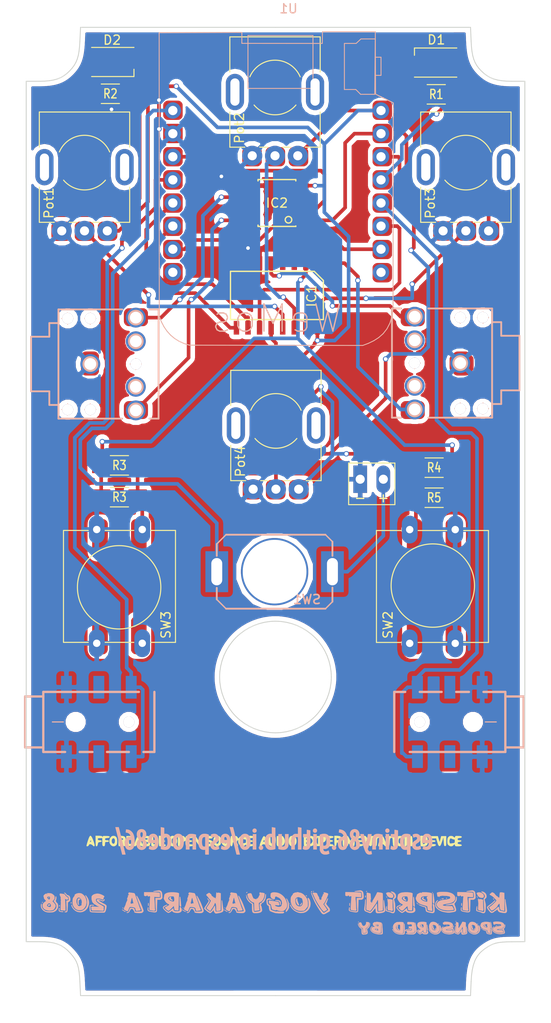
<source format=kicad_pcb>
(kicad_pcb (version 4) (host pcbnew 4.0.7-e0-6372~58~ubuntu16.04.1)
  (layers (0 F.Cu signal) (31 B.Cu signal) (34 B.Paste user) (35 F.Paste user) (36 B.SilkS user) (37 F.SilkS user) (38 B.Mask user) (39 F.Mask user) (44 Edge.Cuts user))
  (net 0 "")
  (net 1 +3V3)
  (net 2 CV1)
  (net 3 CV2)
  (net 4 GND)
  (net 5 "Net-(IC1-Pad9)")
  (net 6 "Net-(IC1-Pad10)")
  (net 7 "Net-(IC1-Pad11)")
  (net 8 Pot4)
  (net 9 Pot1)
  (net 10 Pot2)
  (net 11 L-Out)
  (net 12 R-Out)
  (net 13 "Net-(D1-Pad1)")
  (net 14 "Net-(IC1-Pad3)")
  (net 15 "Net-(IC2-Pad1)")
  (net 16 /PDS)
  (net 17 Led1_pulldown)
  (net 18 +BATT)
  (net 19 Pot3)
  (net 20 NEO-Pixel)
  (net 21 "Net-(D2-Pad1)")
  (net 22 "Net-(NEO7-Pad4)")
  (net 23 "Net-(R3-Pad1)")
  (net 24 "Net-(R5-Pad1)")
  (net 25 +5V)
  (net 26 Buttons)
  (net 27 D3)
  (net 28 D5)
  (net 29 "Net-(Jack2-Pad3)")
  (net 30 "Net-(Jack4-Pad3)")
  (net 31 "Net-(IC2-Pad2)")
  (module 8BitMixtape_DIY-CAD:Mixtape_NEO_WS2812B (layer F.Cu) (at 83.998 82.59 270)
    (fp_text reference NEO8)
    (fp_text value LED_SK6813)
    (pad 3 smd rect (at 2.5 1.6 270) (size 1.6 1) (layers F.Cu F.Paste F.Mask) (net 4 GND))
    (pad 4 smd rect (at 2.5 -1.6 270) (size 1.6 1) (layers F.Cu F.Paste F.Mask) (net 20 NEO-Pixel))
    (pad 2 smd rect (at -2.5 1.6 270) (size 1.6 1) (layers F.Cu F.Paste F.Mask) (net 22 "Net-(NEO7-Pad4)"))
    (pad 1 smd rect (at -2.5 -1.6 270) (size 1.6 1) (layers F.Cu F.Paste F.Mask) (net 1 +3V3))
  )
  (module 8BitMixtape_Stomp:Coconut_Logo_small_Mask (layer F.Cu) (at 83.82 137.795 90)
    (fp_text reference Coconut hide)
    (fp_text value LOGO hide)
  )
  (module 8BitMixtape_Stomp:Coconut_Logo_small (layer F.Cu) (at 83.82 137.795 90)
    (fp_text reference Coconut hide)
    (fp_text value LOGO hide)
    (fp_poly (pts (xy -5.636476 3.556817) (xy -5.494616 3.66008) (xy -5.395743 3.807456) (xy -5.3594 3.97557) (xy -5.374817 4.107723) (xy -5.435399 4.204857) (xy -5.489467 4.254818) (xy -5.58559 4.323824) (xy -5.656204 4.337079) (xy -5.703525 4.319312) (xy -5.796866 4.240468) (xy -5.808025 4.152916) (xy -5.736701 4.065443) (xy -5.671379 4.009667) (xy -5.671381 3.978979) (xy -5.708456 3.960678) (xy -5.76847 3.965276) (xy -5.854759 4.022636) (xy -5.977808 4.140124) (xy -6.006082 4.169718) (xy -6.162272 4.316622) (xy -6.295552 4.394346) (xy -6.423016 4.408327) (xy -6.561759 4.364006) (xy -6.583248 4.353359) (xy -6.708411 4.252096) (xy -6.785588 4.114156) (xy -6.816706 3.957951) (xy -6.803692 3.801896) (xy -6.748472 3.664402) (xy -6.652974 3.563884) (xy -6.519124 3.518754) (xy -6.495816 3.5179) (xy -6.406824 3.525126) (xy -6.381175 3.562704) (xy -6.392963 3.634317) (xy -6.421946 3.768778) (xy -6.428146 3.842426) (xy -6.411862 3.875909) (xy -6.396566 3.883629) (xy -6.348244 3.861713) (xy -6.283021 3.788464) (xy -6.269566 3.768768) (xy -6.122171 3.614071) (xy -5.931689 3.531383) (xy -5.801769 3.5179) (xy -5.636476 3.556817)) (layer F.Cu) (width 0.01))
    (fp_poly (pts (xy 0.650802 -3.880984) (xy 0.687889 -3.67617) (xy 0.720985 -3.498177) (xy 0.746574 -3.365585) (xy 0.761145 -3.296971) (xy 0.761481 -3.295702) (xy 0.805807 -3.253346) (xy 0.911992 -3.189615) (xy 1.063017 -3.113911) (xy 1.203083 -3.05172) (xy 1.626935 -2.873303) (xy 2.057039 -3.174385) (xy 2.227241 -3.292062) (xy 2.375893 -3.392123) (xy 2.487363 -3.46423) (xy 2.54602 -3.498043) (xy 2.546988 -3.49843) (xy 2.593619 -3.477639) (xy 2.684964 -3.408963) (xy 2.807029 -3.305526) (xy 2.945821 -3.180452) (xy 3.087348 -3.046865) (xy 3.217615 -2.917888) (xy 3.322631 -2.806644) (xy 3.388401 -2.726258) (xy 3.4036 -2.695048) (xy 3.381318 -2.649644) (xy 3.320195 -2.547858) (xy 3.228813 -2.403448) (xy 3.115754 -2.230171) (xy 3.079183 -2.175051) (xy 2.754767 -1.687945) (xy 2.913654 -1.286503) (xy 2.983697 -1.11602) (xy 3.045749 -0.976732) (xy 3.091554 -0.886545) (xy 3.10917 -0.862424) (xy 3.162544 -0.846313) (xy 3.282234 -0.818468) (xy 3.45131 -0.7826) (xy 3.652843 -0.74242) (xy 3.684248 -0.736361) (xy 3.889183 -0.694841) (xy 4.064073 -0.655357) (xy 4.191977 -0.622025) (xy 4.255955 -0.598961) (xy 4.258928 -0.596706) (xy 4.271451 -0.543058) (xy 4.280289 -0.421595) (xy 4.284764 -0.249116) (xy 4.284198 -0.042418) (xy 4.283296 0.007629) (xy 4.271434 0.575734) (xy 3.717622 0.685261) (xy 3.508853 0.727925) (xy 3.328911 0.76728) (xy 3.194778 0.799423) (xy 3.123432 0.820452) (xy 3.118176 0.822991) (xy 3.084078 0.872314) (xy 3.02895 0.982478) (xy 2.961573 1.135078) (xy 2.915726 1.247403) (xy 2.758909 1.643612) (xy 3.061927 2.095252) (xy 3.178679 2.271386) (xy 3.278736 2.426303) (xy 3.352135 2.544295) (xy 3.388915 2.609658) (xy 3.390253 2.612845) (xy 3.374768 2.671361) (xy 3.299229 2.776361) (xy 3.161593 2.930396) (xy 3.018834 3.077183) (xy 2.869364 3.224625) (xy 2.739864 3.347406) (xy 2.642519 3.434333) (xy 2.589513 3.474216) (xy 2.585118 3.475567) (xy 2.537848 3.452477) (xy 2.436839 3.389671) (xy 2.297105 3.296845) (xy 2.139782 3.188005) (xy 1.974019 3.071696) (xy 1.830237 2.971593) (xy 1.724522 2.898842) (xy 1.67444 2.865487) (xy 1.610871 2.865975) (xy 1.492847 2.898054) (xy 1.340401 2.953068) (xy 1.173567 3.022358) (xy 1.012375 3.097268) (xy 0.876861 3.169139) (xy 0.787056 3.229315) (xy 0.762144 3.259745) (xy 0.747873 3.325967) (xy 0.722469 3.456874) (xy 0.68948 3.633769) (xy 0.652448 3.837952) (xy 0.651011 3.845984) (xy 0.558292 4.364567) (xy -0.031216 4.364567) (xy -0.285452 4.362299) (xy -0.464033 4.354976) (xy -0.575864 4.341822) (xy -0.629848 4.322058) (xy -0.637397 4.31165) (xy -0.65092 4.251358) (xy -0.675565 4.125778) (xy -0.707878 3.953024) (xy -0.744404 3.75121) (xy -0.745919 3.742703) (xy -0.837767 3.226672) (xy -1.19934 3.075314) (xy -1.409015 2.987592) (xy -1.561354 2.931595) (xy -1.678379 2.909543) (xy -1.782114 2.923656) (xy -1.89458 2.976151) (xy -2.037802 3.069249) (xy -2.190376 3.175184) (xy -2.359986 3.290059) (xy -2.506857 3.384652) (xy -2.615898 3.44958) (xy -2.672018 3.47546) (xy -2.6735 3.475567) (xy -2.719087 3.445979) (xy -2.809089 3.364955) (xy -2.931409 3.244109) (xy -3.073952 3.095052) (xy -3.107254 3.059161) (xy -3.491491 2.642755) (xy -3.197855 2.201911) (xy -3.085643 2.029181) (xy -2.993206 1.878777) (xy -2.929695 1.766176) (xy -2.904261 1.706856) (xy -2.904143 1.705105) (xy -2.924331 1.638367) (xy -2.975928 1.530048) (xy -3.014307 1.461032) (xy -3.124548 1.27292) (xy -2.85104 1.148906) (xy -2.654732 1.061997) (xy -2.51787 1.01117) (xy -2.423461 0.996104) (xy -2.35451 1.016477) (xy -2.294023 1.07197) (xy -2.243257 1.137433) (xy -2.01865 1.387809) (xy -1.731886 1.625387) (xy -1.405457 1.835761) (xy -1.061858 2.004522) (xy -0.723583 2.117264) (xy -0.707473 2.121112) (xy -0.431121 2.164563) (xy -0.13997 2.174351) (xy 0.135816 2.151362) (xy 0.366071 2.096481) (xy 0.386113 2.089008) (xy 0.518726 2.027079) (xy 0.660929 1.944783) (xy 0.792776 1.855852) (xy 0.894321 1.774019) (xy 0.945619 1.713015) (xy 0.948267 1.701971) (xy 0.91746 1.658959) (xy 0.841554 1.592577) (xy 0.823731 1.579083) (xy 0.735702 1.520864) (xy 0.671877 1.512205) (xy 0.59072 1.549308) (xy 0.577935 1.556603) (xy 0.424475 1.605033) (xy 0.286373 1.572495) (xy 0.175927 1.462632) (xy 0.158587 1.43237) (xy 0.118223 1.316016) (xy 0.089698 1.139045) (xy 0.071415 0.89074) (xy 0.068774 0.829734) (xy 0.063085 0.684636) (xy 0.491004 0.684636) (xy 0.497895 0.73263) (xy 0.514981 0.781777) (xy 0.548629 0.839015) (xy 0.60521 0.91128) (xy 0.691094 1.00551) (xy 0.812649 1.128643) (xy 0.976246 1.287614) (xy 1.188254 1.489362) (xy 1.455042 1.740823) (xy 1.496927 1.780203) (xy 2.490087 2.713775) (xy 2.583417 2.597254) (xy 2.676747 2.480734) (xy 1.868438 1.655234) (xy 1.641994 1.423882) (xy 1.423092 1.200067) (xy 1.222323 0.994629) (xy 1.050274 0.818406) (xy 0.917537 0.682241) (xy 0.841438 0.603934) (xy 0.728272 0.489755) (xy 0.65623 0.428916) (xy 0.60882 0.412715) (xy 0.569555 0.432448) (xy 0.550494 0.450387) (xy 0.495607 0.560703) (xy 0.491004 0.684636) (xy 0.063085 0.684636) (xy 0.050513 0.364067) (xy -0.146193 0.157537) (xy -0.3429 -0.048993) (xy -0.210255 -0.024426) (xy -0.074813 0.003084) (xy 0.033161 0.027943) (xy 0.123057 0.042034) (xy 0.136532 0.020052) (xy 0.073711 -0.037892) (xy -0.06528 -0.131688) (xy -0.280317 -0.261225) (xy -0.324059 -0.286581) (xy -0.498405 -0.388673) (xy -0.641132 -0.475114) (xy -0.738911 -0.537613) (xy -0.778409 -0.56788) (xy -0.778472 -0.569139) (xy -0.734547 -0.565819) (xy -0.62512 -0.547013) (xy -0.467272 -0.515889) (xy -0.30023 -0.480466) (xy -0.109201 -0.439562) (xy 0.052923 -0.406332) (xy 0.167317 -0.384542) (xy 0.213049 -0.377825) (xy 0.255474 -0.412421) (xy 0.317568 -0.503452) (xy 0.375204 -0.610196) (xy 0.464787 -0.768687) (xy 0.570293 -0.921282) (xy 0.631318 -0.994092) (xy 0.77566 -1.107798) (xy 0.91285 -1.139241) (xy 1.037478 -1.088684) (xy 1.136708 -0.969433) (xy 1.177534 -0.885818) (xy 1.203478 -0.789388) (xy 1.217616 -0.659119) (xy 1.223025 -0.473987) (xy 1.223434 -0.376766) (xy 1.220357 -0.163842) (xy 1.212095 0.042598) (xy 1.200096 0.212023) (xy 1.192278 0.2794) (xy 1.17733 0.407975) (xy 1.187887 0.485894) (xy 1.234287 0.545798) (xy 1.291559 0.592875) (xy 1.369452 0.646471) (xy 1.42499 0.657592) (xy 1.466148 0.616522) (xy 1.500896 0.513547) (xy 1.537209 0.338952) (xy 1.547912 0.280503) (xy 1.602799 -0.191194) (xy 1.589081 -0.614531) (xy 1.507833 -0.988076) (xy 1.360132 -1.3104) (xy 1.147053 -1.580072) (xy 0.869671 -1.795661) (xy 0.529063 -1.955738) (xy 0.126303 -2.058871) (xy -0.241667 -2.099513) (xy -0.49316 -2.108364) (xy -0.693663 -2.101461) (xy -0.875756 -2.076641) (xy -1.003667 -2.048914) (xy -1.414679 -1.916321) (xy -1.779524 -1.730887) (xy -2.087499 -1.499192) (xy -2.318827 -1.240588) (xy -2.391416 -1.144539) (xy -2.453997 -1.089529) (xy -2.52593 -1.074162) (xy -2.626576 -1.097039) (xy -2.775296 -1.156765) (xy -2.874774 -1.200469) (xy -3.115407 -1.306888) (xy -3.002211 -1.537692) (xy -2.889014 -1.768495) (xy -3.200465 -2.239532) (xy -3.511916 -2.710568) (xy -2.669716 -3.552768) (xy -2.213251 -3.234767) (xy -2.04139 -3.116517) (xy -1.89443 -3.01818) (xy -1.786233 -2.948829) (xy -1.730659 -2.917537) (xy -1.727176 -2.916642) (xy -1.678205 -2.931771) (xy -1.568328 -2.972856) (xy -1.414793 -3.03328) (xy -1.267376 -3.093043) (xy -0.837186 -3.269568) (xy -0.765612 -3.67525) (xy -0.730965 -3.869812) (xy -0.698383 -4.049608) (xy -0.672918 -4.186891) (xy -0.664793 -4.2291) (xy -0.635546 -4.377266) (xy -0.038836 -4.388984) (xy 0.557874 -4.400701) (xy 0.650802 -3.880984)) (layer F.Cu) (width 0.01))
    (fp_poly (pts (xy -4.388749 3.608903) (xy -4.214969 3.619986) (xy -4.072756 3.637032) (xy -3.983884 3.657087) (xy -3.967326 3.666067) (xy -3.940632 3.730466) (xy -3.919223 3.846962) (xy -3.912341 3.920067) (xy -3.908161 4.04622) (xy -3.921247 4.109323) (xy -3.958665 4.130378) (xy -3.983566 4.131734) (xy -4.065473 4.096142) (xy -4.110022 4.036484) (xy -4.168222 3.955263) (xy -4.224597 3.954216) (xy -4.262439 4.031119) (xy -4.266505 4.057288) (xy -4.304914 4.154646) (xy -4.37665 4.187527) (xy -4.460216 4.146149) (xy -4.460698 4.145669) (xy -4.506595 4.070589) (xy -4.512733 4.0386) (xy -4.537651 3.988884) (xy -4.591029 3.991552) (xy -4.640804 4.039782) (xy -4.651999 4.068234) (xy -4.698195 4.137345) (xy -4.770933 4.145752) (xy -4.85247 4.104907) (xy -4.925061 4.026265) (xy -4.97096 3.92128) (xy -4.9784 3.857543) (xy -4.958386 3.745875) (xy -4.891995 3.669511) (xy -4.7697 3.624435) (xy -4.581977 3.60663) (xy -4.388749 3.608903)) (layer F.Cu) (width 0.01))
    (fp_poly (pts (xy -4.326159 2.836984) (xy -4.114087 2.8771) (xy -3.971397 2.956782) (xy -3.894463 3.077816) (xy -3.877733 3.19588) (xy -3.909904 3.312517) (xy -3.991022 3.405142) (xy -4.097994 3.461543) (xy -4.207726 3.469504) (xy -4.296613 3.417433) (xy -4.323412 3.339636) (xy -4.304112 3.261131) (xy -4.249323 3.221262) (xy -4.243621 3.220919) (xy -4.210484 3.211087) (xy -4.237812 3.189235) (xy -4.303957 3.163993) (xy -4.387272 3.143989) (xy -4.452761 3.137548) (xy -4.57022 3.147462) (xy -4.612507 3.185317) (xy -4.587159 3.260936) (xy -4.569375 3.289592) (xy -4.527518 3.397987) (xy -4.549765 3.475501) (xy -4.618995 3.515154) (xy -4.718089 3.509968) (xy -4.829928 3.452961) (xy -4.874491 3.413991) (xy -4.947294 3.309465) (xy -4.978378 3.201395) (xy -4.9784 3.199068) (xy -4.942132 3.079681) (xy -4.850612 2.961964) (xy -4.729763 2.871646) (xy -4.61124 2.83465) (xy -4.326159 2.836984)) (layer F.Cu) (width 0.01))
    (fp_poly (pts (xy -5.536704 2.44399) (xy -5.473042 2.509927) (xy -5.407986 2.675444) (xy -5.384156 2.875651) (xy -5.40002 3.080629) (xy -5.454045 3.260457) (xy -5.516525 3.358466) (xy -5.61576 3.421082) (xy -5.724779 3.424952) (xy -5.810982 3.370833) (xy -5.823577 3.35135) (xy -5.859902 3.254155) (xy -5.8674 3.203181) (xy -5.879438 3.172151) (xy -5.925344 3.153) (xy -6.019804 3.143535) (xy -6.177504 3.141562) (xy -6.273334 3.142538) (xy -6.468472 3.143013) (xy -6.598223 3.135912) (xy -6.681747 3.118214) (xy -6.738201 3.086896) (xy -6.762 3.065448) (xy -6.818401 2.984716) (xy -6.810601 2.894342) (xy -6.802592 2.871883) (xy -6.745934 2.772214) (xy -6.657401 2.710127) (xy -6.522202 2.680806) (xy -6.32555 2.679431) (xy -6.230046 2.685351) (xy -5.888566 2.710765) (xy -5.825066 2.574583) (xy -5.742166 2.464846) (xy -5.638983 2.420018) (xy -5.536704 2.44399)) (layer F.Cu) (width 0.01))
    (fp_poly (pts (xy -4.501343 1.994548) (xy -4.314575 1.997801) (xy -4.157595 2.00605) (xy -4.050964 2.017909) (xy -4.017965 2.02716) (xy -3.958869 2.100893) (xy -3.908377 2.223242) (xy -3.879967 2.358299) (xy -3.877733 2.400747) (xy -3.915233 2.531298) (xy -4.01239 2.633384) (xy -4.146193 2.696819) (xy -4.293631 2.711419) (xy -4.431691 2.667) (xy -4.450608 2.654297) (xy -4.524831 2.616614) (xy -4.594908 2.639951) (xy -4.616285 2.654297) (xy -4.739841 2.706927) (xy -4.854574 2.699403) (xy -4.933529 2.633615) (xy -4.934425 2.631967) (xy -4.958435 2.51962) (xy -4.913677 2.428951) (xy -4.864998 2.39902) (xy -4.830259 2.372227) (xy -4.858921 2.328658) (xy -4.861836 2.326161) (xy -4.405907 2.326161) (xy -4.384563 2.355143) (xy -4.309995 2.403539) (xy -4.245767 2.377644) (xy -4.226101 2.340504) (xy -4.248534 2.302249) (xy -4.323889 2.290234) (xy -4.400554 2.296915) (xy -4.405907 2.326161) (xy -4.861836 2.326161) (xy -4.89582 2.297056) (xy -4.964 2.215557) (xy -4.965085 2.116379) (xy -4.962809 2.106876) (xy -4.934453 1.9939) (xy -4.501343 1.994548)) (layer F.Cu) (width 0.01))
    (fp_poly (pts (xy -5.83028 1.28775) (xy -5.619544 1.328867) (xy -5.483581 1.398434) (xy -5.422547 1.487011) (xy -5.423922 1.589294) (xy -5.479219 1.666867) (xy -5.530755 1.71115) (xy -5.587626 1.731926) (xy -5.673669 1.731532) (xy -5.812718 1.712305) (xy -5.861499 1.704344) (xy -6.068983 1.678103) (xy -6.203499 1.681486) (xy -6.271821 1.715664) (xy -6.28173 1.776977) (xy -6.257118 1.812796) (xy -6.189628 1.839666) (xy -6.064924 1.861338) (xy -5.888871 1.879774) (xy -5.655483 1.908863) (xy -5.499144 1.947006) (xy -5.434286 1.981585) (xy -5.372892 2.052422) (xy -5.372558 2.117147) (xy -5.436244 2.20097) (xy -5.463309 2.228658) (xy -5.538729 2.289867) (xy -5.626481 2.320207) (xy -5.757543 2.328481) (xy -5.812559 2.327929) (xy -5.98583 2.318934) (xy -6.155823 2.301134) (xy -6.231182 2.288935) (xy -6.492275 2.218575) (xy -6.67578 2.123982) (xy -6.786466 2.000581) (xy -6.829098 1.843795) (xy -6.822488 1.721238) (xy -6.777062 1.562349) (xy -6.681213 1.435331) (xy -6.646864 1.403661) (xy -6.57166 1.341865) (xy -6.502594 1.303698) (xy -6.416506 1.283487) (xy -6.290239 1.275558) (xy -6.118567 1.274234) (xy -5.83028 1.28775)) (layer F.Cu) (width 0.01))
    (fp_poly (pts (xy -4.249312 1.109321) (xy -4.125679 1.125419) (xy -4.041179 1.157448) (xy -3.99884 1.186915) (xy -3.932671 1.255679) (xy -3.930953 1.315696) (xy -3.946911 1.345665) (xy -3.987981 1.387799) (xy -4.057933 1.408742) (xy -4.178538 1.412781) (xy -4.271067 1.409504) (xy -4.436053 1.410394) (xy -4.542589 1.42838) (xy -4.583453 1.45957) (xy -4.551425 1.50007) (xy -4.491358 1.528313) (xy -4.375926 1.555744) (xy -4.231421 1.569999) (xy -4.200568 1.570567) (xy -4.037533 1.588703) (xy -3.931982 1.638798) (xy -3.894385 1.714384) (xy -3.902369 1.754843) (xy -3.96637 1.828359) (xy -4.073321 1.885108) (xy -4.181647 1.903494) (xy -4.187406 1.902891) (xy -4.263715 1.893537) (xy -4.364566 1.881431) (xy -4.555615 1.847166) (xy -4.732197 1.795426) (xy -4.865743 1.735389) (xy -4.904316 1.707997) (xy -4.966881 1.601414) (xy -4.97954 1.459652) (xy -4.944191 1.314498) (xy -4.874491 1.208809) (xy -4.812549 1.155829) (xy -4.742417 1.124584) (xy -4.640514 1.109504) (xy -4.483262 1.105019) (xy -4.434681 1.1049) (xy -4.249312 1.109321)) (layer F.Cu) (width 0.01))
    (fp_poly (pts (xy -6.098278 0.095796) (xy -5.88653 0.102852) (xy -5.742072 0.111986) (xy -5.647545 0.126987) (xy -5.58559 0.151643) (xy -5.538846 0.189741) (xy -5.507321 0.22476) (xy -5.436537 0.343693) (xy -5.445811 0.447604) (xy -5.536927 0.541942) (xy -5.628325 0.594591) (xy -5.8039 0.6815) (xy -5.646126 0.681533) (xy -5.519524 0.698661) (xy -5.438085 0.760465) (xy -5.420867 0.784561) (xy -5.383559 0.902576) (xy -5.415913 1.009938) (xy -5.500337 1.075101) (xy -5.594495 1.094612) (xy -5.748163 1.109644) (xy -5.936269 1.119469) (xy -6.133739 1.123361) (xy -6.3155 1.120589) (xy -6.45648 1.110427) (xy -6.496331 1.104027) (xy -6.66476 1.055094) (xy -6.75973 0.989501) (xy -6.792125 0.898012) (xy -6.79029 0.854524) (xy -6.763959 0.780244) (xy -6.692821 0.713127) (xy -6.674537 0.702734) (xy -5.8674 0.702734) (xy -5.846233 0.7239) (xy -5.825066 0.702734) (xy -5.846233 0.681567) (xy -5.8674 0.702734) (xy -6.674537 0.702734) (xy -6.559676 0.637447) (xy -6.544733 0.630009) (xy -6.3119 0.514951) (xy -6.473433 0.513592) (xy -6.654993 0.490629) (xy -6.763525 0.425531) (xy -6.798733 0.32122) (xy -6.781553 0.22779) (xy -6.723491 0.161444) (xy -6.614767 0.119035) (xy -6.445601 0.097416) (xy -6.206212 0.093438) (xy -6.098278 0.095796)) (layer F.Cu) (width 0.01))
    (fp_poly (pts (xy -4.219963 0.259119) (xy -4.054438 0.326155) (xy -3.957021 0.439492) (xy -3.927744 0.551165) (xy -3.944339 0.714016) (xy -4.032697 0.8394) (xy -4.196381 0.931572) (xy -4.266294 0.955057) (xy -4.392626 0.990615) (xy -4.482856 1.012377) (xy -4.509833 1.0159) (xy -4.563462 1.00417) (xy -4.663583 0.981056) (xy -4.681048 0.976957) (xy -4.845007 0.903978) (xy -4.944236 0.787072) (xy -4.974234 0.641815) (xy -4.963829 0.604215) (xy -4.623349 0.604215) (xy -4.611262 0.653582) (xy -4.61036 0.654496) (xy -4.542959 0.677294) (xy -4.435963 0.678567) (xy -4.331722 0.658096) (xy -4.325939 0.655964) (xy -4.276741 0.618898) (xy -4.29899 0.583099) (xy -4.379966 0.55903) (xy -4.449233 0.554567) (xy -4.564792 0.568389) (xy -4.623349 0.604215) (xy -4.963829 0.604215) (xy -4.9305 0.483784) (xy -4.854872 0.375318) (xy -4.780942 0.299945) (xy -4.710804 0.258463) (xy -4.615524 0.240846) (xy -4.466166 0.237072) (xy -4.45581 0.237067) (xy -4.219963 0.259119)) (layer F.Cu) (width 0.01))
    (fp_poly (pts (xy -2.4384 0.872067) (xy -2.459566 0.893234) (xy -2.480733 0.872067) (xy -2.459566 0.8509) (xy -2.4384 0.872067)) (layer F.Cu) (width 0.01))
    (fp_poly (pts (xy -4.086437 -0.49879) (xy -4.006429 -0.427309) (xy -3.925343 -0.323805) (xy -3.880724 -0.22328) (xy -3.877733 -0.198942) (xy -3.905772 -0.075162) (xy -3.975725 0.029133) (xy -4.066346 0.085549) (xy -4.093129 0.0889) (xy -4.176873 0.057043) (xy -4.20659 -0.018296) (xy -4.17277 -0.103162) (xy -4.141966 -0.168392) (xy -4.149344 -0.196821) (xy -4.191265 -0.184604) (xy -4.269357 -0.122468) (xy -4.344178 -0.047632) (xy -4.500978 0.084891) (xy -4.650034 0.137859) (xy -4.786006 0.110614) (xy -4.890661 0.019691) (xy -4.956458 -0.113831) (xy -4.969892 -0.260133) (xy -4.935335 -0.394174) (xy -4.857159 -0.490913) (xy -4.79656 -0.519303) (xy -4.699637 -0.527682) (xy -4.659911 -0.479769) (xy -4.667578 -0.375125) (xy -4.678509 -0.28203) (xy -4.65637 -0.257505) (xy -4.595177 -0.301623) (xy -4.52272 -0.376872) (xy -4.412049 -0.46741) (xy -4.289869 -0.525473) (xy -4.271013 -0.529991) (xy -4.17023 -0.536173) (xy -4.086437 -0.49879)) (layer F.Cu) (width 0.01))
    (fp_poly (pts (xy -5.795912 -1.02871) (xy -5.657013 -0.970086) (xy -5.507771 -0.871871) (xy -5.427831 -0.754237) (xy -5.401938 -0.593471) (xy -5.401733 -0.573298) (xy -5.440806 -0.407259) (xy -5.548512 -0.264833) (xy -5.710585 -0.152429) (xy -5.912758 -0.076457) (xy -6.140765 -0.043325) (xy -6.380338 -0.059444) (xy -6.489153 -0.084771) (xy -6.643125 -0.168748) (xy -6.74893 -0.304707) (xy -6.801557 -0.471788) (xy -6.799871 -0.525578) (xy -6.366649 -0.525578) (xy -6.307131 -0.490265) (xy -6.303659 -0.489259) (xy -6.218291 -0.480769) (xy -6.097697 -0.48497) (xy -5.976512 -0.498674) (xy -5.889366 -0.518692) (xy -5.870215 -0.529173) (xy -5.87106 -0.566629) (xy -5.935718 -0.598593) (xy -6.043343 -0.618497) (xy -6.160424 -0.620628) (xy -6.282084 -0.601042) (xy -6.354562 -0.565931) (xy -6.366649 -0.525578) (xy -6.799871 -0.525578) (xy -6.795997 -0.64913) (xy -6.727237 -0.815873) (xy -6.679357 -0.876605) (xy -6.505984 -1.003304) (xy -6.288294 -1.072046) (xy -6.045274 -1.081093) (xy -5.795912 -1.02871)) (layer F.Cu) (width 0.01))
    (fp_poly (pts (xy -4.325665 -1.773404) (xy -4.160312 -1.752481) (xy -4.037873 -1.717139) (xy -4.004045 -1.697055) (xy -3.936418 -1.604267) (xy -3.949276 -1.508396) (xy -4.039306 -1.418463) (xy -4.122771 -1.373804) (xy -4.2799 -1.304745) (xy -4.143954 -1.326203) (xy -4.004529 -1.319922) (xy -3.942871 -1.282523) (xy -3.884559 -1.201501) (xy -3.900565 -1.128876) (xy -3.944257 -1.07829) (xy -4.027221 -1.040128) (xy -4.169132 -1.016162) (xy -4.345505 -1.006186) (xy -4.531855 -1.009996) (xy -4.703697 -1.027387) (xy -4.836544 -1.058154) (xy -4.891634 -1.086221) (xy -4.956586 -1.172795) (xy -4.937323 -1.258023) (xy -4.834293 -1.340608) (xy -4.79655 -1.360183) (xy -4.6609 -1.425795) (xy -4.7879 -1.458132) (xy -4.920129 -1.512182) (xy -4.971693 -1.584919) (xy -4.941282 -1.673708) (xy -4.911876 -1.707243) (xy -4.827039 -1.746826) (xy -4.684246 -1.770859) (xy -4.508716 -1.779624) (xy -4.325665 -1.773404)) (layer F.Cu) (width 0.01))
    (fp_poly (pts (xy -5.82607 -2.090334) (xy -5.733204 -2.068809) (xy -5.551634 -1.996845) (xy -5.438936 -1.89336) (xy -5.380876 -1.743028) (xy -5.371093 -1.678867) (xy -5.363437 -1.549336) (xy -5.386267 -1.462465) (xy -5.452737 -1.378041) (xy -5.477866 -1.352454) (xy -5.617982 -1.249523) (xy -5.756195 -1.22818) (xy -5.870183 -1.267256) (xy -5.936993 -1.343706) (xy -5.946092 -1.448133) (xy -5.897943 -1.546998) (xy -5.865949 -1.575284) (xy -5.812799 -1.617705) (xy -5.824227 -1.640831) (xy -5.90946 -1.661528) (xy -5.913574 -1.662351) (xy -6.069462 -1.683866) (xy -6.211802 -1.687155) (xy -6.315109 -1.672837) (xy -6.351158 -1.651742) (xy -6.343699 -1.596201) (xy -6.294102 -1.512572) (xy -6.290156 -1.507482) (xy -6.218294 -1.375617) (xy -6.219404 -1.270708) (xy -6.283491 -1.202843) (xy -6.400557 -1.182113) (xy -6.560605 -1.218607) (xy -6.571954 -1.223077) (xy -6.688626 -1.311889) (xy -6.767985 -1.453473) (xy -6.802426 -1.621316) (xy -6.784342 -1.788906) (xy -6.754984 -1.861078) (xy -6.654293 -1.967226) (xy -6.491475 -2.047207) (xy -6.286111 -2.097039) (xy -6.057782 -2.112741) (xy -5.82607 -2.090334)) (layer F.Cu) (width 0.01))
    (fp_poly (pts (xy -4.188285 -3.243404) (xy -4.059475 -3.228709) (xy -4.003772 -3.212585) (xy -3.933009 -3.131961) (xy -3.894597 -3.001552) (xy -3.8938 -2.851792) (xy -3.922328 -2.741974) (xy -4.02185 -2.610776) (xy -4.149421 -2.534003) (xy -4.322233 -2.45708) (xy -4.174066 -2.453442) (xy -4.060729 -2.442597) (xy -3.983426 -2.421065) (xy -3.979493 -2.418702) (xy -3.94106 -2.353927) (xy -3.913799 -2.239858) (xy -3.901482 -2.110903) (xy -3.907883 -2.00147) (xy -3.928285 -1.951815) (xy -3.999136 -1.930182) (xy -4.078384 -1.961136) (xy -4.128188 -2.026335) (xy -4.131733 -2.050423) (xy -4.165653 -2.105247) (xy -4.195233 -2.112433) (xy -4.246305 -2.075633) (xy -4.258733 -2.0066) (xy -4.275994 -1.926302) (xy -4.344269 -1.90129) (xy -4.365614 -1.900766) (xy -4.464612 -1.932008) (xy -4.512733 -2.0066) (xy -4.561942 -2.090025) (xy -4.609748 -2.107785) (xy -4.637869 -2.056832) (xy -4.639733 -2.027766) (xy -4.665176 -1.960833) (xy -4.743166 -1.9431) (xy -4.854254 -1.979663) (xy -4.934233 -2.071383) (xy -4.972633 -2.191304) (xy -4.958984 -2.312469) (xy -4.913861 -2.382591) (xy -4.838441 -2.422014) (xy -4.709991 -2.457329) (xy -4.59438 -2.475974) (xy -4.458393 -2.493334) (xy -4.395764 -2.509066) (xy -4.395472 -2.528499) (xy -4.436669 -2.552235) (xy -4.522046 -2.623147) (xy -4.595017 -2.729563) (xy -4.5974 -2.734518) (xy -4.671922 -2.840125) (xy -4.776645 -2.881675) (xy -4.783631 -2.882492) (xy -4.807153 -2.890563) (xy -4.363992 -2.890563) (xy -4.3434 -2.874433) (xy -4.238664 -2.834865) (xy -4.162698 -2.861456) (xy -4.1529 -2.874433) (xy -4.170097 -2.903663) (xy -4.254595 -2.916045) (xy -4.266818 -2.916118) (xy -4.353488 -2.91016) (xy -4.363992 -2.890563) (xy -4.807153 -2.890563) (xy -4.906228 -2.924557) (xy -4.966627 -3.002884) (xy -4.96338 -3.094759) (xy -4.895037 -3.177471) (xy -4.80506 -3.218501) (xy -4.689674 -3.237678) (xy -4.530403 -3.248088) (xy -4.354267 -3.24993) (xy -4.188285 -3.243404)) (layer F.Cu) (width 0.01))
    (fp_poly (pts (xy -5.892939 -3.240583) (xy -5.714477 -3.190427) (xy -5.565449 -3.096557) (xy -5.51815 -3.05432) (xy -5.424521 -2.913259) (xy -5.400455 -2.751248) (xy -5.441317 -2.588113) (xy -5.542467 -2.443679) (xy -5.684133 -2.344672) (xy -5.81823 -2.30218) (xy -6.000772 -2.270419) (xy -6.197718 -2.252701) (xy -6.375023 -2.252337) (xy -6.481233 -2.267136) (xy -6.568307 -2.310985) (xy -6.669808 -2.388161) (xy -6.682316 -2.399636) (xy -6.75928 -2.491013) (xy -6.792928 -2.596342) (xy -6.798733 -2.707311) (xy -6.793007 -2.741813) (xy -6.367488 -2.741813) (xy -6.357158 -2.709833) (xy -6.297921 -2.680036) (xy -6.188619 -2.665785) (xy -6.062502 -2.667557) (xy -5.952819 -2.685826) (xy -5.910959 -2.703446) (xy -5.870245 -2.749749) (xy -5.911886 -2.785755) (xy -6.036678 -2.811981) (xy -6.087559 -2.817733) (xy -6.233711 -2.818352) (xy -6.331722 -2.791164) (xy -6.367488 -2.741813) (xy -6.793007 -2.741813) (xy -6.763741 -2.918128) (xy -6.660922 -3.080281) (xy -6.493517 -3.191129) (xy -6.264763 -3.248033) (xy -6.126258 -3.255433) (xy -5.892939 -3.240583)) (layer F.Cu) (width 0.01))
    (fp_poly (pts (xy -4.253981 -4.076073) (xy -4.085418 -4.004931) (xy -3.968954 -3.898476) (xy -3.915364 -3.766576) (xy -3.935423 -3.619099) (xy -3.935722 -3.618348) (xy -4.034633 -3.481899) (xy -4.200222 -3.389233) (xy -4.424573 -3.344086) (xy -4.525241 -3.340166) (xy -4.678463 -3.346718) (xy -4.778698 -3.372636) (xy -4.857016 -3.427157) (xy -4.874491 -3.444009) (xy -4.963383 -3.580905) (xy -4.973236 -3.671039) (xy -4.619004 -3.671039) (xy -4.556858 -3.642302) (xy -4.443579 -3.644505) (xy -4.354459 -3.662991) (xy -4.290275 -3.695824) (xy -4.282874 -3.725913) (xy -4.339074 -3.752309) (xy -4.438632 -3.762417) (xy -4.541944 -3.756108) (xy -4.609407 -3.733251) (xy -4.614917 -3.727004) (xy -4.619004 -3.671039) (xy -4.973236 -3.671039) (xy -4.979197 -3.725564) (xy -4.930674 -3.863977) (xy -4.826556 -3.982137) (xy -4.675583 -4.066035) (xy -4.486498 -4.101663) (xy -4.463868 -4.102034) (xy -4.253981 -4.076073)) (layer F.Cu) (width 0.01))
    (fp_poly (pts (xy -5.814162 -4.277621) (xy -5.613395 -4.205205) (xy -5.459798 -4.09286) (xy -5.42547 -4.050589) (xy -5.367595 -3.905583) (xy -5.372509 -3.749353) (xy -5.430238 -3.603492) (xy -5.530808 -3.489592) (xy -5.664247 -3.429248) (xy -5.71453 -3.424766) (xy -5.856533 -3.452924) (xy -5.936852 -3.526667) (xy -5.948223 -3.629904) (xy -5.883381 -3.746542) (xy -5.8674 -3.763433) (xy -5.826267 -3.807645) (xy -5.822522 -3.832945) (xy -5.869361 -3.844613) (xy -5.979982 -3.847926) (xy -6.079066 -3.8481) (xy -6.225121 -3.843422) (xy -6.330957 -3.831112) (xy -6.375166 -3.813754) (xy -6.3754 -3.812328) (xy -6.347068 -3.76029) (xy -6.288729 -3.69812) (xy -6.220303 -3.586955) (xy -6.214646 -3.511642) (xy -6.233783 -3.441902) (xy -6.286231 -3.407022) (xy -6.396839 -3.391337) (xy -6.406664 -3.390606) (xy -6.540907 -3.39326) (xy -6.636257 -3.434652) (xy -6.692414 -3.483932) (xy -6.762136 -3.574648) (xy -6.793283 -3.684922) (xy -6.798733 -3.799457) (xy -6.791184 -3.935622) (xy -6.757183 -4.026945) (xy -6.679696 -4.112722) (xy -6.652353 -4.137186) (xy -6.481195 -4.239892) (xy -6.269892 -4.296505) (xy -6.040271 -4.308569) (xy -5.814162 -4.277621)) (layer F.Cu) (width 0.01))
  )
  (module 8Bit_ESPTINY86-Mixtape:TopLED_2835 (layer F.Cu) (at 101.576 43.1165)
    (fp_text reference D1 (at 0 -2.5) (layer F.SilkS))
    (fp_text value LED)
    (pad 1 smd rect (at -1.5 0) (size 1.5 2.6) (layers F.Cu F.Paste F.Mask) (net 13 "Net-(D1-Pad1)"))
    (pad 2 smd rect (at 1.5 0) (size 1.5 2.6) (layers F.Cu F.Paste F.Mask) (net 1 +3V3))
  )
  (module 8Bit_ESPTINY86-Mixtape:TopLED_2835 (layer F.Cu) (at 65.9765 43.053 180)
    (fp_text reference D2 (at 0 2.413 180) (layer F.SilkS))
    (fp_text value LED)
    (pad 1 smd rect (at -1.5 0 180) (size 1.5 2.6) (layers F.Cu F.Paste F.Mask) (net 21 "Net-(D2-Pad1)"))
    (pad 2 smd rect (at 1.5 0 180) (size 1.5 2.6) (layers F.Cu F.Paste F.Mask) (net 1 +3V3))
  )
  (module 8BitMixtape_Stomp:Bat_connector+- (layer F.Cu) (at 93.218 88.9)
    (fp_text reference J1)
    (fp_text value Bat_EXT)
    (fp_text user + (at 2.54 2.032) (layer F.SilkS))
    (fp_text user - (at 0 2.032) (layer F.SilkS))
    (pad 2 thru_hole rect (at 0 0) (size 1.51 3.01) (drill 1) (layers *.Cu *.Mask) (net 4 GND))
    (pad 1 thru_hole oval (at 2.54 0) (size 1.51 3.01) (drill 1) (layers *.Cu *.Mask) (net 18 +BATT))
  )
  (module 8Bit_ESPTINY86-Mixtape:AUDIO-Jack_3.5mm_5Pin (layer B.Cu) (at 104.2035 76.1365 180)
    (fp_text reference Jack3)
    (fp_text value JACK_TRS_6PINS)
    (pad 3 thru_hole circle (at 4.99872 5.09778 180) (size 2.18186 2.18186) (drill 1.29794) (layers *.Cu *.Mask) (net 3 CV2))
    (pad 6 thru_hole circle (at 4.99872 2.49936 180) (size 2.18186 2.18186) (drill 1.29794) (layers B.Cu B.Mask))
    (pad 1 thru_hole circle (at 0 0 180) (size 2.18186 2.18186) (drill 1.29794) (layers *.Cu *.Mask) (net 4 GND))
    (pad 2 thru_hole circle (at 4.99872 -5.09778 180) (size 2.18186 2.18186) (drill 1.29794) (layers *.Cu *.Mask) (net 2 CV1))
    (pad 5 thru_hole circle (at 4.99872 -2.49936 180) (size 2.18186 2.18186) (drill 1.29794) (layers B.Cu B.Mask))
    (pad 0 thru_hole circle (at 5.0165 0 180) (size 1.2 1.2) (drill 1.2) (layers *.Cu *.Mask))
    (pad 0 thru_hole circle (at -2.4765 5.0165 180) (size 1.2 1.2) (drill 1.2) (layers *.Cu *.Mask))
    (pad 0 thru_hole circle (at 0 -5.0165 180) (size 1.2 1.2) (drill 1.2) (layers *.Cu *.Mask))
    (pad 0 thru_hole circle (at 0 5.0165 180) (size 1.2 1.2) (drill 1.2) (layers *.Cu *.Mask))
    (pad 0 thru_hole circle (at -2.4765 -5.0165 180) (size 1.2 1.2) (drill 1.2) (layers *.Cu *.Mask))
  )
  (module 8Bit_ESPTINY86-Mixtape:AUDIO-Jack_3.5mm_5Pin (layer B.Cu) (at 63.58128 76.24064)
    (fp_text reference Jack1)
    (fp_text value JACK_TRS_6PINS)
    (pad 2 thru_hole circle (at 4.99872 5.09778) (size 2.18186 2.18186) (drill 1.29794) (layers *.Cu *.Mask) (net 12 R-Out))
    (pad 6 thru_hole circle (at 4.99872 2.49936) (size 2.18186 2.18186) (drill 1.29794) (layers B.Cu B.Mask))
    (pad 1 thru_hole circle (at 0 0) (size 2.18186 2.18186) (drill 1.29794) (layers *.Cu *.Mask) (net 4 GND))
    (pad 3 thru_hole circle (at 4.99872 -5.09778) (size 2.18186 2.18186) (drill 1.29794) (layers *.Cu *.Mask) (net 11 L-Out))
    (pad 5 thru_hole circle (at 4.99872 -2.49936) (size 2.18186 2.18186) (drill 1.29794) (layers B.Cu B.Mask))
    (pad 0 thru_hole circle (at 5.0165 0) (size 1.2 1.2) (drill 1.2) (layers *.Cu *.Mask))
    (pad 0 thru_hole circle (at -2.4765 5.0165) (size 1.2 1.2) (drill 1.2) (layers *.Cu *.Mask))
    (pad 0 thru_hole circle (at 0 -5.0165) (size 1.2 1.2) (drill 1.2) (layers *.Cu *.Mask))
    (pad 0 thru_hole circle (at 0 5.0165) (size 1.2 1.2) (drill 1.2) (layers *.Cu *.Mask))
    (pad 0 thru_hole circle (at -2.4765 -5.0165) (size 1.2 1.2) (drill 1.2) (layers *.Cu *.Mask))
  )
  (module 8Bit_ESPTINY86-Mixtape:ESPTINY_logo (layer F.Cu) (at 84.328 127)
    (fp_text reference "" (at 0 0) (layer F.SilkS))
    (fp_text value "" (at 0 0) (layer F.SilkS))
    (fp_poly (pts (xy -16.884049 -5.370068) (xy -16.886826 -5.321919) (xy -16.8904 -5.254021) (xy -16.894491 -5.172005) (xy -16.898823 -5.081498) (xy -16.903115 -4.988131) (xy -16.904667 -4.953342) (xy -16.908477 -4.869258) (xy -16.912063 -4.794181) (xy -16.915242 -4.731649) (xy -16.917827 -4.685199) (xy -16.919636 -4.658369) (xy -16.920293 -4.653135) (xy -16.933063 -4.652558) (xy -16.969327 -4.651521) (xy -17.027185 -4.650066) (xy -17.104736 -4.648234) (xy -17.20008 -4.646069) (xy -17.311316 -4.643613) (xy -17.436544 -4.640907) (xy -17.573863 -4.637995) (xy -17.721372 -4.634918) (xy -17.87717 -4.631718) (xy -17.9451 -4.630338) (xy -18.188435 -4.625298) (xy -18.407861 -4.620472) (xy -18.604869 -4.615769) (xy -18.780949 -4.611097) (xy -18.93759 -4.606362) (xy -19.076282 -4.601472) (xy -19.198515 -4.596337) (xy -19.305779 -4.590862) (xy -19.399564 -4.584956) (xy -19.481359 -4.578526) (xy -19.552656 -4.57148) (xy -19.614942 -4.563727) (xy -19.66971 -4.555173) (xy -19.718447 -4.545726) (xy -19.762644 -4.535294) (xy -19.803792 -4.523785) (xy -19.8374 -4.513113) (xy -19.935919 -4.473356) (xy -20.019646 -4.423579) (xy -20.089761 -4.361773) (xy -20.147444 -4.285928) (xy -20.193877 -4.194034) (xy -20.230239 -4.084083) (xy -20.257711 -3.954065) (xy -20.277474 -3.801969) (xy -20.281642 -3.756853) (xy -20.284832 -3.705928) (xy -20.287776 -3.632237) (xy -20.290456 -3.538417) (xy -20.292859 -3.427102) (xy -20.294968 -3.300927) (xy -20.296768 -3.162525) (xy -20.298244 -3.014532) (xy -20.29938 -2.859582) (xy -20.300161 -2.700309) (xy -20.300572 -2.539349) (xy -20.300596 -2.379336) (xy -20.300219 -2.222904) (xy -20.299426 -2.072689) (xy -20.2982 -1.931324) (xy -20.296527 -1.801444) (xy -20.29439 -1.685684) (xy -20.293888 -1.6637) (xy -20.290516 -1.533259) (xy -20.287019 -1.424802) (xy -20.283186 -1.334911) (xy -20.278807 -1.260171) (xy -20.273671 -1.197166) (xy -20.267568 -1.142479) (xy -20.260285 -1.092693) (xy -20.257717 -1.077499) (xy -20.228291 -0.942492) (xy -20.189978 -0.829476) (xy -20.141032 -0.736064) (xy -20.079705 -0.659872) (xy -20.004249 -0.598513) (xy -19.912918 -0.549602) (xy -19.85441 -0.526838) (xy -19.813175 -0.513413) (xy -19.769638 -0.501315) (xy -19.72225 -0.49045) (xy -19.669464 -0.480725) (xy -19.60973 -0.472046) (xy -19.541501 -0.46432) (xy -19.463227 -0.457453) (xy -19.373361 -0.451352) (xy -19.270354 -0.445922) (xy -19.152656 -0.441071) (xy -19.018721 -0.436704) (xy -18.866999 -0.432729) (xy -18.695942 -0.429052) (xy -18.504002 -0.425579) (xy -18.289629 -0.422216) (xy -18.0721 -0.419151) (xy -17.915106 -0.41705) (xy -17.763153 -0.415058) (xy -17.618513 -0.413201) (xy -17.483456 -0.411508) (xy -17.360253 -0.410004) (xy -17.251174 -0.408718) (xy -17.158489 -0.407677) (xy -17.084469 -0.406909) (xy -17.031384 -0.406439) (xy -17.002125 -0.406295) (xy -16.891 -0.4064) (xy -16.891 0.4445) (xy -17.046575 0.442222) (xy -17.084771 0.441731) (xy -17.145963 0.441031) (xy -17.227748 0.440147) (xy -17.327723 0.439103) (xy -17.443485 0.437924) (xy -17.572632 0.436633) (xy -17.71276 0.435255) (xy -17.861466 0.433814) (xy -18.016347 0.432335) (xy -18.161 0.430972) (xy -18.40488 0.42848) (xy -18.624842 0.425761) (xy -18.822368 0.422755) (xy -18.998939 0.419403) (xy -19.156039 0.415644) (xy -19.295147 0.411418) (xy -19.417747 0.406665) (xy -19.525319 0.401326) (xy -19.619346 0.395341) (xy -19.701309 0.388649) (xy -19.772691 0.38119) (xy -19.834972 0.372905) (xy -19.889634 0.363733) (xy -19.90725 0.360301) (xy -20.100254 0.310016) (xy -20.277126 0.240328) (xy -20.438313 0.150882) (xy -20.584265 0.041327) (xy -20.71543 -0.088693) (xy -20.832255 -0.23953) (xy -20.935189 -0.411538) (xy -20.967749 -0.47625) (xy -20.996391 -0.538769) (xy -21.023639 -0.603423) (xy -21.045575 -0.660678) (xy -21.05451 -0.687361) (xy -21.06312 -0.716371) (xy -21.070855 -0.744963) (xy -21.07776 -0.774588) (xy -21.083883 -0.806697) (xy -21.089271 -0.842741) (xy -21.09397 -0.884171) (xy -21.098028 -0.932438) (xy -21.101491 -0.988993) (xy -21.104407 -1.055286) (xy -21.106822 -1.132768) (xy -21.108783 -1.222891) (xy -21.110336 -1.327104) (xy -21.11153 -1.44686) (xy -21.11241 -1.583608) (xy -21.113023 -1.738801) (xy -21.113417 -1.913887) (xy -21.113638 -2.110319) (xy -21.113733 -2.329548) (xy -21.11375 -2.52095) (xy -21.113762 -2.764633) (xy -21.113727 -2.984382) (xy -21.113541 -3.181663) (xy -21.113098 -3.357942) (xy -21.112293 -3.514686) (xy -21.111023 -3.65336) (xy -21.109181 -3.775431) (xy -21.106664 -3.882364) (xy -21.103365 -3.975627) (xy -21.099181 -4.056684) (xy -21.094006 -4.127001) (xy -21.087735 -4.188046) (xy -21.080264 -4.241284) (xy -21.071488 -4.288181) (xy -21.061302 -4.330203) (xy -21.0496 -4.368817) (xy -21.036278 -4.405488) (xy -21.021232 -4.441682) (xy -21.004355 -4.478866) (xy -20.985544 -4.518505) (xy -20.968252 -4.554604) (xy -20.908944 -4.67268) (xy -20.852166 -4.771682) (xy -20.794207 -4.857152) (xy -20.731353 -4.934637) (xy -20.670734 -4.998934) (xy -20.577998 -5.083768) (xy -20.478962 -5.157684) (xy -20.367034 -5.225153) (xy -20.251794 -5.283142) (xy -20.199034 -5.307315) (xy -20.148647 -5.328897) (xy -20.0989 -5.348063) (xy -20.048061 -5.364985) (xy -19.9944 -5.37984) (xy -19.936185 -5.392801) (xy -19.871683 -5.404043) (xy -19.799163 -5.413739) (xy -19.716893 -5.422065) (xy -19.623142 -5.429194) (xy -19.516178 -5.435301) (xy -19.39427 -5.44056) (xy -19.255685 -5.445145) (xy -19.098692 -5.449231) (xy -18.921559 -5.452992) (xy -18.722555 -5.456603) (xy -18.499947 -5.460238) (xy -18.4912 -5.460375) (xy -18.336079 -5.462841) (xy -18.176414 -5.465427) (xy -18.016124 -5.468065) (xy -17.859127 -5.47069) (xy -17.70934 -5.473235) (xy -17.570681 -5.475634) (xy -17.447068 -5.47782) (xy -17.342417 -5.479728) (xy -17.287025 -5.480775) (xy -16.8766 -5.488686) (xy -16.884049 -5.370068)) (layer F.Cu) (width 0.01))
    (fp_poly (pts (xy -8.56615 -4.432036) (xy -8.4582 -4.349396) (xy -8.326916 -4.241813) (xy -8.219207 -4.137241) (xy -8.13381 -4.033392) (xy -8.06946 -3.927978) (xy -8.024893 -3.81871) (xy -7.998844 -3.703299) (xy -7.990049 -3.579458) (xy -7.992162 -3.506007) (xy -8.002197 -3.401701) (xy -8.020444 -3.310119) (xy -8.049677 -3.220818) (xy -8.092675 -3.123353) (xy -8.095347 -3.11785) (xy -8.170536 -2.986661) (xy -8.257672 -2.876492) (xy -8.355968 -2.788023) (xy -8.464638 -2.721933) (xy -8.582895 -2.678902) (xy -8.610279 -2.672565) (xy -8.648859 -2.665582) (xy -8.695425 -2.659231) (xy -8.751578 -2.653445) (xy -8.81892 -2.648154) (xy -8.89905 -2.643288) (xy -8.99357 -2.638779) (xy -9.10408 -2.634557) (xy -9.232181 -2.630554) (xy -9.379474 -2.6267) (xy -9.547559 -2.622926) (xy -9.738037 -2.619163) (xy -9.92505 -2.615813) (xy -10.068919 -2.613266) (xy -10.205458 -2.610717) (xy -10.33252 -2.608213) (xy -10.447961 -2.605804) (xy -10.549635 -2.603539) (xy -10.635396 -2.601465) (xy -10.703098 -2.599631) (xy -10.750596 -2.598087) (xy -10.775744 -2.596879) (xy -10.779125 -2.596485) (xy -10.781602 -2.591031) (xy -10.783824 -2.575517) (xy -10.785804 -2.548805) (xy -10.787553 -2.509757) (xy -10.789084 -2.457235) (xy -10.790409 -2.3901) (xy -10.791538 -2.307216) (xy -10.792485 -2.207444) (xy -10.793261 -2.089647) (xy -10.793877 -1.952686) (xy -10.794347 -1.795424) (xy -10.794681 -1.616722) (xy -10.794891 -1.415443) (xy -10.794989 -1.190449) (xy -10.795 -1.073549) (xy -10.795 0.4445) (xy -11.039475 0.442753) (xy -11.125878 0.4416) (xy -11.21296 0.439494) (xy -11.293884 0.436665) (xy -11.361813 0.433346) (xy -11.402803 0.430441) (xy -11.464888 0.422816) (xy -11.520447 0.412187) (xy -11.561091 0.40024) (xy -11.567903 0.397262) (xy -11.61415 0.37465) (xy -11.622005 0.2286) (xy -11.623727 0.183043) (xy -11.625209 0.116139) (xy -11.62646 0.029627) (xy -11.627486 -0.074757) (xy -11.628297 -0.195274) (xy -11.628898 -0.330187) (xy -11.6293 -0.477758) (xy -11.629508 -0.636248) (xy -11.629532 -0.80392) (xy -11.629379 -0.979036) (xy -11.629057 -1.159859) (xy -11.628573 -1.34465) (xy -11.627936 -1.531671) (xy -11.627154 -1.719185) (xy -11.626233 -1.905453) (xy -11.625183 -2.088739) (xy -11.624011 -2.267303) (xy -11.622724 -2.439409) (xy -11.621332 -2.603318) (xy -11.61984 -2.757292) (xy -11.618259 -2.899594) (xy -11.616594 -3.028485) (xy -11.614854 -3.142229) (xy -11.613048 -3.239086) (xy -11.611182 -3.317319) (xy -11.609265 -3.375191) (xy -11.607304 -3.410963) (xy -11.60551 -3.422824) (xy -11.59186 -3.424248) (xy -11.554846 -3.42591) (xy -11.496505 -3.427768) (xy -11.418872 -3.429777) (xy -11.323981 -3.431895) (xy -11.213869 -3.434078) (xy -11.090571 -3.436283) (xy -10.956123 -3.438468) (xy -10.812559 -3.440588) (xy -10.691596 -3.442221) (xy -10.441719 -3.445681) (xy -10.206366 -3.449395) (xy -9.986557 -3.453335) (xy -9.78331 -3.457473) (xy -9.597646 -3.46178) (xy -9.430584 -3.466227) (xy -9.283142 -3.470786) (xy -9.156342 -3.475429) (xy -9.051201 -3.480126) (xy -8.96874 -3.48485) (xy -8.909979 -3.489573) (xy -8.884423 -3.492714) (xy -8.83006 -3.505157) (xy -8.793793 -3.521761) (xy -8.77835 -3.540897) (xy -8.781084 -3.554437) (xy -8.798336 -3.567841) (xy -8.83319 -3.580059) (xy -8.886263 -3.59112) (xy -8.958172 -3.601053) (xy -9.049532 -3.609885) (xy -9.160963 -3.617645) (xy -9.293078 -3.624362) (xy -9.446497 -3.630063) (xy -9.621835 -3.634779) (xy -9.819708 -3.638536) (xy -10.040735 -3.641363) (xy -10.285531 -3.64329) (xy -10.554714 -3.644344) (xy -10.734675 -3.644571) (xy -11.6459 -3.6449) (xy -11.6459 -4.4323) (xy -8.56615 -4.432036)) (layer F.Cu) (width 0.01))
    (fp_poly (pts (xy -9.584948 -5.460386) (xy -9.412799 -5.459587) (xy -9.258992 -5.458198) (xy -9.12501 -5.456221) (xy -9.012337 -5.453659) (xy -8.922457 -5.450517) (xy -8.870734 -5.447771) (xy -8.694577 -5.433583) (xy -8.539637 -5.414767) (xy -8.401969 -5.390172) (xy -8.27763 -5.358649) (xy -8.162675 -5.319048) (xy -8.053161 -5.270217) (xy -7.945142 -5.211008) (xy -7.8486 -5.149679) (xy -7.666879 -5.013521) (xy -7.504207 -4.86236) (xy -7.36133 -4.697624) (xy -7.238996 -4.520743) (xy -7.13795 -4.333147) (xy -7.05894 -4.136266) (xy -7.002711 -3.931528) (xy -6.970012 -3.720363) (xy -6.961588 -3.504201) (xy -6.963145 -3.454316) (xy -6.985191 -3.240045) (xy -7.031838 -3.03069) (xy -7.102581 -2.827306) (xy -7.196916 -2.630943) (xy -7.31434 -2.442655) (xy -7.454349 -2.263494) (xy -7.61232 -2.098415) (xy -7.736808 -1.987874) (xy -7.857092 -1.89783) (xy -7.978212 -1.825123) (xy -8.105209 -1.766593) (xy -8.1915 -1.735245) (xy -8.261473 -1.713265) (xy -8.328149 -1.695159) (xy -8.39532 -1.680446) (xy -8.466776 -1.668643) (xy -8.546309 -1.659269) (xy -8.637708 -1.651841) (xy -8.744765 -1.645876) (xy -8.87127 -1.640893) (xy -8.9535 -1.638308) (xy -9.113037 -1.633538) (xy -9.249143 -1.629185) (xy -9.363784 -1.62503) (xy -9.458922 -1.620857) (xy -9.536519 -1.616447) (xy -9.59854 -1.611584) (xy -9.646946 -1.606049) (xy -9.6837 -1.599625) (xy -9.710767 -1.592094) (xy -9.730108 -1.583239) (xy -9.743687 -1.572841) (xy -9.753467 -1.560684) (xy -9.760221 -1.548877) (xy -9.768544 -1.530095) (xy -9.775853 -1.506848) (xy -9.782233 -1.477407) (xy -9.787765 -1.440042) (xy -9.792533 -1.393023) (xy -9.796619 -1.33462) (xy -9.800106 -1.263103) (xy -9.803077 -1.176742) (xy -9.805615 -1.073807) (xy -9.807802 -0.952569) (xy -9.809722 -0.811297) (xy -9.811457 -0.648261) (xy -9.813091 -0.461732) (xy -9.813255 -0.441325) (xy -9.820329 0.4445) (xy -10.6045 0.4445) (xy -10.6045 -2.410979) (xy -10.525125 -2.417963) (xy -10.499823 -2.419267) (xy -10.451275 -2.420868) (xy -10.381635 -2.422724) (xy -10.293055 -2.42479) (xy -10.187688 -2.427022) (xy -10.067687 -2.429378) (xy -9.935203 -2.431813) (xy -9.79239 -2.434284) (xy -9.641401 -2.436747) (xy -9.484387 -2.439158) (xy -9.46785 -2.439403) (xy -8.48995 -2.45386) (xy -8.43915 -2.493182) (xy -8.294994 -2.608585) (xy -8.172443 -2.715679) (xy -8.07003 -2.81678) (xy -7.986287 -2.914201) (xy -7.919748 -3.010258) (xy -7.868946 -3.107263) (xy -7.832412 -3.207533) (xy -7.808682 -3.31338) (xy -7.796286 -3.42712) (xy -7.793574 -3.51155) (xy -7.796765 -3.626468) (xy -7.809109 -3.728286) (xy -7.832552 -3.82543) (xy -7.869041 -3.926323) (xy -7.910917 -4.01955) (xy -7.995198 -4.169442) (xy -8.095437 -4.301362) (xy -8.210334 -4.413769) (xy -8.300378 -4.481076) (xy -8.336306 -4.502895) (xy -8.37457 -4.521436) (xy -8.417701 -4.537074) (xy -8.46823 -4.550181) (xy -8.528688 -4.561132) (xy -8.601606 -4.570302) (xy -8.689515 -4.578063) (xy -8.794946 -4.584792) (xy -8.920431 -4.590861) (xy -9.068501 -4.596644) (xy -9.086634 -4.597292) (xy -9.15085 -4.599364) (xy -9.236218 -4.601805) (xy -9.34022 -4.60456) (xy -9.460336 -4.607576) (xy -9.594049 -4.610801) (xy -9.73884 -4.614182) (xy -9.892189 -4.617665) (xy -10.051579 -4.621197) (xy -10.21449 -4.624725) (xy -10.378404 -4.628197) (xy -10.540803 -4.631558) (xy -10.699168 -4.634757) (xy -10.850979 -4.63774) (xy -10.993719 -4.640454) (xy -11.124869 -4.642846) (xy -11.24191 -4.644862) (xy -11.342324 -4.646451) (xy -11.423591 -4.647558) (xy -11.483194 -4.648131) (xy -11.503372 -4.6482) (xy -11.6078 -4.6482) (xy -11.6078 -5.444144) (xy -10.91991 -5.452572) (xy -10.668874 -5.455393) (xy -10.427277 -5.457601) (xy -10.196602 -5.459201) (xy -9.978333 -5.460197) (xy -9.773953 -5.46059) (xy -9.584948 -5.460386)) (layer F.Cu) (width 0.01))
    (fp_poly (pts (xy -4.3307 0.4445) (xy -5.115036 0.4445) (xy -5.123836 -0.460375) (xy -5.125387 -0.623086) (xy -5.127084 -0.806811) (xy -5.128889 -1.007165) (xy -5.130763 -1.219765) (xy -5.132671 -1.440225) (xy -5.134573 -1.664161) (xy -5.136433 -1.887188) (xy -5.138212 -2.104921) (xy -5.139873 -2.312975) (xy -5.141243 -2.4892) (xy -5.14985 -3.61315) (xy -5.42925 -3.621025) (xy -5.5174 -3.623447) (xy -5.62438 -3.626286) (xy -5.74363 -3.629374) (xy -5.868586 -3.632542) (xy -5.992687 -3.635624) (xy -6.109371 -3.63845) (xy -6.111875 -3.638509) (xy -6.5151 -3.648119) (xy -6.5151 -4.4323) (xy -4.3307 -4.4323) (xy -4.3307 0.4445)) (layer F.Cu) (width 0.01))
    (fp_poly (pts (xy -0.6731 0.4445) (xy -1.4605 0.4445) (xy -1.4605 -5.4737) (xy -0.6731 -5.4737) (xy -0.6731 0.4445)) (layer F.Cu) (width 0.01))
    (fp_poly (pts (xy 6.003267 -3.000375) (xy 6.002535 -2.694283) (xy 6.00181 -2.412487) (xy 6.001071 -2.153886) (xy 6.000297 -1.917375) (xy 5.999467 -1.701852) (xy 5.998562 -1.506214) (xy 5.99756 -1.329357) (xy 5.996441 -1.170179) (xy 5.995184 -1.027578) (xy 5.993768 -0.900448) (xy 5.992173 -0.787689) (xy 5.990379 -0.688195) (xy 5.988363 -0.600866) (xy 5.986107 -0.524597) (xy 5.983589 -0.458286) (xy 5.980789 -0.400828) (xy 5.977685 -0.351123) (xy 5.974258 -0.308066) (xy 5.970486 -0.270554) (xy 5.96635 -0.237484) (xy 5.961828 -0.207754) (xy 5.956899 -0.18026) (xy 5.951544 -0.153899) (xy 5.949852 -0.14605) (xy 5.913199 -0.036367) (xy 5.853795 0.064654) (xy 5.773231 0.155608) (xy 5.673096 0.23509) (xy 5.55498 0.301697) (xy 5.420474 0.354024) (xy 5.36575 0.36978) (xy 5.287838 0.385163) (xy 5.191723 0.396305) (xy 5.084279 0.402998) (xy 4.972382 0.405033) (xy 4.862905 0.4022) (xy 4.762722 0.394292) (xy 4.724158 0.38927) (xy 4.659174 0.37887) (xy 4.59934 0.36725) (xy 4.543374 0.353267) (xy 4.489995 0.335782) (xy 4.437924 0.313653) (xy 4.385879 0.285738) (xy 4.33258 0.250896) (xy 4.276745 0.207986) (xy 4.217095 0.155867) (xy 4.152347 0.093397) (xy 4.081223 0.019434) (xy 4.00244 -0.067161) (xy 3.914718 -0.167531) (xy 3.816776 -0.282817) (xy 3.707334 -0.41416) (xy 3.585111 -0.562702) (xy 3.448825 -0.729584) (xy 3.396578 -0.79375) (xy 3.254687 -0.966886) (xy 3.126887 -1.120239) (xy 3.012448 -1.254657) (xy 2.910641 -1.370985) (xy 2.820737 -1.47007) (xy 2.745551 -1.549141) (xy 2.696419 -1.598574) (xy 2.661646 -1.631317) (xy 2.638511 -1.649477) (xy 2.624291 -1.655164) (xy 2.616265 -1.650486) (xy 2.615779 -1.649673) (xy 2.608559 -1.630885) (xy 2.602109 -1.600715) (xy 2.596377 -1.55785) (xy 2.591311 -1.500972) (xy 2.586859 -1.428768) (xy 2.58297 -1.339922) (xy 2.579592 -1.233119) (xy 2.576674 -1.107044) (xy 2.574163 -0.960381) (xy 2.572009 -0.791816) (xy 2.57016 -0.600034) (xy 2.569083 -0.460375) (xy 2.562679 0.4445) (xy 2.172456 0.4445) (xy 2.075328 0.444234) (xy 1.986475 0.443481) (xy 1.909054 0.442309) (xy 1.84622 0.440784) (xy 1.801131 0.438974) (xy 1.776944 0.436945) (xy 1.773766 0.436033) (xy 1.77226 0.422027) (xy 1.770919 0.384315) (xy 1.769741 0.324594) (xy 1.768723 0.244557) (xy 1.767863 0.145899) (xy 1.76716 0.030315) (xy 1.766611 -0.100501) (xy 1.766215 -0.244854) (xy 1.765969 -0.401049) (xy 1.76587 -0.567392) (xy 1.765918 -0.742189) (xy 1.766109 -0.923744) (xy 1.766442 -1.110363) (xy 1.766915 -1.300351) (xy 1.767526 -1.492014) (xy 1.768272 -1.683657) (xy 1.769151 -1.873586) (xy 1.770162 -2.060106) (xy 1.771302 -2.241521) (xy 1.772569 -2.416139) (xy 1.773961 -2.582263) (xy 1.775476 -2.738199) (xy 1.777112 -2.882254) (xy 1.777936 -2.9464) (xy 1.781186 -3.169743) (xy 1.784634 -3.368367) (xy 1.788307 -3.542955) (xy 1.792233 -3.694187) (xy 1.796439 -3.822745) (xy 1.800952 -3.92931) (xy 1.805798 -4.014563) (xy 1.811006 -4.079186) (xy 1.816601 -4.12386) (xy 1.822611 -4.149267) (xy 1.825897 -4.155078) (xy 1.833227 -4.152247) (xy 1.849822 -4.137729) (xy 1.876113 -4.111017) (xy 1.912533 -4.0716) (xy 1.959513 -4.018967) (xy 2.017486 -3.95261) (xy 2.086882 -3.872018) (xy 2.168133 -3.776681) (xy 2.261671 -3.666089) (xy 2.367928 -3.539733) (xy 2.487336 -3.397103) (xy 2.620326 -3.237688) (xy 2.767329 -3.060979) (xy 2.928779 -2.866466) (xy 3.105105 -2.653639) (xy 3.296741 -2.421988) (xy 3.440605 -2.2479) (xy 3.62709 -2.022264) (xy 3.798206 -1.815505) (xy 3.954658 -1.626834) (xy 4.097153 -1.455465) (xy 4.226396 -1.300607) (xy 4.343093 -1.161473) (xy 4.447951 -1.037275) (xy 4.541674 -0.927223) (xy 4.624971 -0.830531) (xy 4.698545 -0.746408) (xy 4.763103 -0.674068) (xy 4.819352 -0.612721) (xy 4.867996 -0.56158) (xy 4.909743 -0.519855) (xy 4.945298 -0.486758) (xy 4.975366 -0.461502) (xy 5.000655 -0.443297) (xy 5.02187 -0.431356) (xy 5.039716 -0.42489) (xy 5.0549 -0.42311) (xy 5.068128 -0.425229) (xy 5.071662 -0.426445) (xy 5.083773 -0.437561) (xy 5.094711 -0.462004) (xy 5.104596 -0.501081) (xy 5.113548 -0.556099) (xy 5.121688 -0.628366) (xy 5.129136 -0.719188) (xy 5.136013 -0.829873) (xy 5.142438 -0.961727) (xy 5.148533 -1.116059) (xy 5.154418 -1.294175) (xy 5.15579 -1.33985) (xy 5.1589 -1.454824) (xy 5.162146 -1.593214) (xy 5.1655 -1.753036) (xy 5.168931 -1.932308) (xy 5.17241 -2.129046) (xy 5.175906 -2.341267) (xy 5.179391 -2.566987) (xy 5.182834 -2.804224) (xy 5.186205 -3.050993) (xy 5.189474 -3.305312) (xy 5.192612 -3.565198) (xy 5.195589 -3.828666) (xy 5.198375 -4.093734) (xy 5.200564 -4.318) (xy 5.201998 -4.460127) (xy 5.203598 -4.600225) (xy 5.205316 -4.735231) (xy 5.207106 -4.862079) (xy 5.20892 -4.977705) (xy 5.210712 -5.079043) (xy 5.212433 -5.16303) (xy 5.214037 -5.226599) (xy 5.21496 -5.254625) (xy 5.222374 -5.4483) (xy 6.008967 -5.4483) (xy 6.003267 -3.000375)) (layer F.Cu) (width 0.01))
    (fp_poly (pts (xy 10.664436 -4.492625) (xy 10.663088 -4.290264) (xy 10.661612 -4.111183) (xy 10.65991 -3.953266) (xy 10.657878 -3.814392) (xy 10.655416 -3.692443) (xy 10.652423 -3.5853) (xy 10.648797 -3.490846) (xy 10.644438 -3.40696) (xy 10.639244 -3.331525) (xy 10.633114 -3.262421) (xy 10.625947 -3.19753) (xy 10.617641 -3.134733) (xy 10.608095 -3.071911) (xy 10.597208 -3.006946) (xy 10.592072 -2.977729) (xy 10.551992 -2.790545) (xy 10.500665 -2.62192) (xy 10.436291 -2.469411) (xy 10.357069 -2.330576) (xy 10.261199 -2.202972) (xy 10.146879 -2.084156) (xy 10.01231 -1.971686) (xy 9.855689 -1.86312) (xy 9.7028 -1.771472) (xy 9.638235 -1.733879) (xy 9.592345 -1.703649) (xy 9.561036 -1.676891) (xy 9.540211 -1.649713) (xy 9.525774 -1.618225) (xy 9.518775 -1.596661) (xy 9.509345 -1.552129) (xy 9.500832 -1.48491) (xy 9.493217 -1.39461) (xy 9.486477 -1.280835) (xy 9.480595 -1.143192) (xy 9.475548 -0.981284) (xy 9.471317 -0.79472) (xy 9.46834 -0.61595) (xy 9.466452 -0.491234) (xy 9.464307 -0.361628) (xy 9.462005 -0.23237) (xy 9.459645 -0.108701) (xy 9.457326 0.004141) (xy 9.455148 0.100914) (xy 9.453608 0.161925) (xy 9.445972 0.4445) (xy 8.6614 0.4445) (xy 8.6614 -2.410423) (xy 8.753475 -2.418753) (xy 8.90399 -2.434125) (xy 9.032293 -2.451526) (xy 9.14155 -2.472035) (xy 9.23493 -2.496733) (xy 9.315603 -2.526699) (xy 9.386737 -2.563013) (xy 9.4515 -2.606755) (xy 9.513062 -2.659006) (xy 9.542708 -2.68773) (xy 9.606891 -2.761934) (xy 9.669306 -2.851501) (xy 9.723834 -2.946768) (xy 9.764049 -3.037237) (xy 9.779793 -3.084301) (xy 9.793718 -3.135819) (xy 9.805987 -3.193731) (xy 9.816762 -3.259975) (xy 9.826204 -3.336492) (xy 9.834475 -3.425222) (xy 9.841736 -3.528104) (xy 9.848149 -3.647078) (xy 9.853877 -3.784083) (xy 9.85908 -3.941059) (xy 9.863921 -4.119945) (xy 9.867635 -4.2799) (xy 9.870583 -4.413152) (xy 9.873677 -4.550688) (xy 9.87681 -4.687842) (xy 9.879872 -4.819947) (xy 9.882755 -4.942335) (xy 9.885351 -5.050341) (xy 9.887551 -5.139297) (xy 9.888225 -5.165725) (xy 9.896155 -5.4737) (xy 10.670465 -5.4737) (xy 10.664436 -4.492625)) (layer F.Cu) (width 0.01))
    (fp_poly (pts (xy -12.0142 -3.6449) (xy -12.220575 -3.644685) (xy -12.27162 -3.644433) (xy -12.345021 -3.643785) (xy -12.437736 -3.64278) (xy -12.546726 -3.641459) (xy -12.668949 -3.639859) (xy -12.801366 -3.638022) (xy -12.940935 -3.635985) (xy -13.084616 -3.63379) (xy -13.1953 -3.632029) (xy -13.426348 -3.62799) (xy -13.633067 -3.623718) (xy -13.816529 -3.619152) (xy -13.977806 -3.614228) (xy -14.11797 -3.608885) (xy -14.23809 -3.603061) (xy -14.33924 -3.596693) (xy -14.422489 -3.589718) (xy -14.488911 -3.582076) (xy -14.539575 -3.573703) (xy -14.575554 -3.564537) (xy -14.597918 -3.554517) (xy -14.603307 -3.55024) (xy -14.61301 -3.535223) (xy -14.601523 -3.523011) (xy -14.595012 -3.519351) (xy -14.561572 -3.507617) (xy -14.506259 -3.495578) (xy -14.432586 -3.483732) (xy -14.344067 -3.472576) (xy -14.244218 -3.462609) (xy -14.13655 -3.454327) (xy -14.1351 -3.454232) (xy -13.919296 -3.436916) (xy -13.725758 -3.41415) (xy -13.551732 -3.384875) (xy -13.394467 -3.34803) (xy -13.25121 -3.302556) (xy -13.11921 -3.247395) (xy -12.995714 -3.181485) (xy -12.877969 -3.103769) (xy -12.763223 -3.013186) (xy -12.648724 -2.908677) (xy -12.60475 -2.865136) (xy -12.463101 -2.711419) (xy -12.344816 -2.558997) (xy -12.248243 -2.404765) (xy -12.171728 -2.245618) (xy -12.113622 -2.078451) (xy -12.07227 -1.900158) (xy -12.063474 -1.84785) (xy -12.056947 -1.78861) (xy -12.052188 -1.710307) (xy -12.049198 -1.618995) (xy -12.047979 -1.520725) (xy -12.048533 -1.42155) (xy -12.050864 -1.327524) (xy -12.054972 -1.244699) (xy -12.060859 -1.179129) (xy -12.063234 -1.16205) (xy -12.096127 -0.995709) (xy -12.141269 -0.841717) (xy -12.2005 -0.696832) (xy -12.275658 -0.55781) (xy -12.368585 -0.421407) (xy -12.481118 -0.284379) (xy -12.615098 -0.143481) (xy -12.672266 -0.088012) (xy -12.775707 0.007677) (xy -12.871599 0.089472) (xy -12.963172 0.158611) (xy -13.053656 0.216331) (xy -13.146281 0.263869) (xy -13.244278 0.302463) (xy -13.350875 0.333351) (xy -13.469304 0.357769) (xy -13.602795 0.376956) (xy -13.754577 0.392149) (xy -13.92788 0.404585) (xy -13.96365 0.406747) (xy -14.016229 0.409147) (xy -14.089428 0.411441) (xy -14.180958 0.413617) (xy -14.288531 0.415665) (xy -14.409859 0.417571) (xy -14.542651 0.419325) (xy -14.68462 0.420914) (xy -14.833476 0.422327) (xy -14.986931 0.423552) (xy -15.142696 0.424577) (xy -15.298482 0.425391) (xy -15.451999 0.425981) (xy -15.60096 0.426335) (xy -15.743076 0.426443) (xy -15.876057 0.426292) (xy -15.997614 0.42587) (xy -16.10546 0.425166) (xy -16.197304 0.424168) (xy -16.270859 0.422864) (xy -16.323835 0.421242) (xy -16.353943 0.419291) (xy -16.355692 0.419065) (xy -16.418527 0.407197) (xy -16.460611 0.390446) (xy -16.486552 0.365389) (xy -16.500957 0.328599) (xy -16.504768 0.308215) (xy -16.507192 0.277549) (xy -16.508511 0.228425) (xy -16.508835 0.164966) (xy -16.508276 0.091295) (xy -16.506943 0.011534) (xy -16.504948 -0.070196) (xy -16.502399 -0.149772) (xy -16.499409 -0.223071) (xy -16.496088 -0.285972) (xy -16.492545 -0.334352) (xy -16.488892 -0.364089) (xy -16.48655 -0.371431) (xy -16.471944 -0.373995) (xy -16.434639 -0.376897) (xy -16.377332 -0.380027) (xy -16.30272 -0.383271) (xy -16.2135 -0.386519) (xy -16.112368 -0.389658) (xy -16.002022 -0.392577) (xy -15.943639 -0.393932) (xy -15.809733 -0.3969) (xy -15.656872 -0.400295) (xy -15.491496 -0.403973) (xy -15.320044 -0.407792) (xy -15.148955 -0.411607) (xy -14.984668 -0.415276) (xy -14.833623 -0.418654) (xy -14.8082 -0.419224) (xy -14.592481 -0.424333) (xy -14.400438 -0.42963) (xy -14.230349 -0.435396) (xy -14.080491 -0.441916) (xy -13.949142 -0.44947) (xy -13.834577 -0.458343) (xy -13.735075 -0.468817) (xy -13.648913 -0.481175) (xy -13.574367 -0.4957) (xy -13.509715 -0.512674) (xy -13.453233 -0.532381) (xy -13.403199 -0.555103) (xy -13.35789 -0.581123) (xy -13.315584 -0.610724) (xy -13.274556 -0.644189) (xy -13.238264 -0.676945) (xy -13.116898 -0.804957) (xy -13.019738 -0.940091) (xy -12.946341 -1.083343) (xy -12.896261 -1.235712) (xy -12.869056 -1.398195) (xy -12.863383 -1.518717) (xy -12.874269 -1.685576) (xy -12.907656 -1.840768) (xy -12.963765 -1.984825) (xy -13.042816 -2.118277) (xy -13.14503 -2.241655) (xy -13.177971 -2.274602) (xy -13.279213 -2.362351) (xy -13.384981 -2.43372) (xy -13.499614 -2.490674) (xy -13.627451 -2.535173) (xy -13.772834 -2.569183) (xy -13.862406 -2.584212) (xy -13.911886 -2.59063) (xy -13.981384 -2.598343) (xy -14.065583 -2.606828) (xy -14.159166 -2.615563) (xy -14.256817 -2.624026) (xy -14.320542 -2.629181) (xy -14.46813 -2.641261) (xy -14.593071 -2.65294) (xy -14.698097 -2.664955) (xy -14.785936 -2.678044) (xy -14.859317 -2.692945) (xy -14.92097 -2.710395) (xy -14.973623 -2.731132) (xy -15.020005 -2.755894) (xy -15.062847 -2.785419) (xy -15.104877 -2.820444) (xy -15.136419 -2.849723) (xy -15.244951 -2.9694) (xy -15.330354 -3.097679) (xy -15.392282 -3.233038) (xy -15.43039 -3.373961) (xy -15.444332 -3.518926) (xy -15.433762 -3.666416) (xy -15.398335 -3.81491) (xy -15.372265 -3.886431) (xy -15.322551 -3.987204) (xy -15.257443 -4.086807) (xy -15.182002 -4.178911) (xy -15.101292 -4.257187) (xy -15.03762 -4.304774) (xy -15.018531 -4.316841) (xy -14.999733 -4.327905) (xy -14.980078 -4.338026) (xy -14.958418 -4.347267) (xy -14.933603 -4.355688) (xy -14.904484 -4.363351) (xy -14.869912 -4.370319) (xy -14.82874 -4.376651) (xy -14.779816 -4.38241) (xy -14.721993 -4.387657) (xy -14.654122 -4.392453) (xy -14.575054 -4.396861) (xy -14.48364 -4.400941) (xy -14.37873 -4.404754) (xy -14.259177 -4.408364) (xy -14.12383 -4.41183) (xy -13.971542 -4.415214) (xy -13.801162 -4.418579) (xy -13.611543 -4.421984) (xy -13.401536 -4.425492) (xy -13.16999 -4.429165) (xy -12.915758 -4.433063) (xy -12.637691 -4.437248) (xy -12.531725 -4.438834) (xy -12.0142 -4.446574) (xy -12.0142 -3.6449)) (layer F.Cu) (width 0.01))
    (fp_poly (pts (xy -1.8923 -3.6449) (xy -3.285279 -3.6449) (xy -3.293594 -2.841625) (xy -3.294972 -2.703629) (xy -3.29648 -2.543876) (xy -3.298087 -2.366012) (xy -3.299764 -2.17368) (xy -3.30148 -1.970525) (xy -3.303205 -1.760189) (xy -3.30491 -1.546317) (xy -3.306563 -1.332554) (xy -3.308136 -1.122542) (xy -3.309597 -0.919926) (xy -3.310313 -0.817345) (xy -3.318716 0.40366) (xy -3.377033 0.410972) (xy -3.416839 0.414509) (xy -3.474282 0.417689) (xy -3.544703 0.420439) (xy -3.623439 0.422688) (xy -3.705828 0.424362) (xy -3.78721 0.425389) (xy -3.862922 0.425695) (xy -3.928304 0.425208) (xy -3.978692 0.423856) (xy -4.009427 0.421565) (xy -4.0132 0.420903) (xy -4.057646 0.409559) (xy -4.086729 0.395479) (xy -4.104349 0.373253) (xy -4.114402 0.33747) (xy -4.120787 0.282718) (xy -4.12188 0.270045) (xy -4.122672 0.247874) (xy -4.123362 0.202393) (xy -4.123952 0.135139) (xy -4.124447 0.047643) (xy -4.124849 -0.058561) (xy -4.125162 -0.181937) (xy -4.125389 -0.320954) (xy -4.125534 -0.474078) (xy -4.125598 -0.639774) (xy -4.125587 -0.816508) (xy -4.125502 -1.002749) (xy -4.125348 -1.196961) (xy -4.125128 -1.397611) (xy -4.124844 -1.603165) (xy -4.1245 -1.81209) (xy -4.124099 -2.022851) (xy -4.123645 -2.233917) (xy -4.123141 -2.443751) (xy -4.12259 -2.650822) (xy -4.121995 -2.853595) (xy -4.121359 -3.050537) (xy -4.120687 -3.240113) (xy -4.11998 -3.420791) (xy -4.119243 -3.591037) (xy -4.118478 -3.749316) (xy -4.117689 -3.894096) (xy -4.116879 -4.023842) (xy -4.116052 -4.137021) (xy -4.11521 -4.2321) (xy -4.114357 -4.307544) (xy -4.113496 -4.361819) (xy -4.11263 -4.393394) (xy -4.111972 -4.401263) (xy -4.098789 -4.402254) (xy -4.062271 -4.403546) (xy -4.004481 -4.405097) (xy -3.92748 -4.406865) (xy -3.833331 -4.408809) (xy -3.724098 -4.410888) (xy -3.601841 -4.41306) (xy -3.468625 -4.415284) (xy -3.326511 -4.417518) (xy -3.231493 -4.41894) (xy -3.077036 -4.42124) (xy -2.924269 -4.42358) (xy -2.776028 -4.425913) (xy -2.635148 -4.428192) (xy -2.504465 -4.430368) (xy -2.386814 -4.432395) (xy -2.285033 -4.434226) (xy -2.201956 -4.435811) (xy -2.140419 -4.437105) (xy -2.124075 -4.43749) (xy -1.8923 -4.443199) (xy -1.8923 -3.6449)) (layer F.Cu) (width 0.01))
    (fp_poly (pts (xy -0.05823 -5.445303) (xy 0.33655 -5.44195) (xy 0.342954 0.40312) (xy 0.282602 0.410702) (xy 0.242385 0.4143) (xy 0.184582 0.417538) (xy 0.113853 0.420342) (xy 0.034854 0.422637) (xy -0.047754 0.424349) (xy -0.129313 0.425404) (xy -0.205166 0.425726) (xy -0.270653 0.425242) (xy -0.321116 0.423877) (xy -0.351896 0.421557) (xy -0.3556 0.420903) (xy -0.398676 0.410052) (xy -0.427049 0.396755) (xy -0.444305 0.37575) (xy -0.454028 0.341777) (xy -0.459805 0.289573) (xy -0.461607 0.265342) (xy -0.462846 0.234695) (xy -0.463981 0.180141) (xy -0.465013 0.103176) (xy -0.46594 0.005293) (xy -0.466763 -0.112015) (xy -0.467482 -0.247253) (xy -0.468097 -0.398928) (xy -0.468609 -0.565545) (xy -0.469016 -0.745611) (xy -0.46932 -0.937632) (xy -0.46952 -1.140114) (xy -0.469617 -1.351563) (xy -0.469609 -1.570485) (xy -0.469499 -1.795387) (xy -0.469284 -2.024774) (xy -0.468967 -2.257153) (xy -0.468546 -2.49103) (xy -0.468021 -2.72491) (xy -0.467394 -2.957301) (xy -0.466663 -3.186708) (xy -0.465829 -3.411636) (xy -0.464892 -3.630594) (xy -0.463851 -3.842086) (xy -0.462708 -4.044618) (xy -0.461462 -4.236697) (xy -0.461447 -4.238803) (xy -0.453009 -5.448656) (xy -0.05823 -5.445303)) (layer F.Cu) (width 0.01))
    (fp_poly (pts (xy 5.003399 -3.603625) (xy 5.003212 -3.276685) (xy 5.002791 -2.974459) (xy 5.002125 -2.696259) (xy 5.001205 -2.441401) (xy 5.000021 -2.209198) (xy 4.998563 -1.998964) (xy 4.996821 -1.810015) (xy 4.994786 -1.641663) (xy 4.992448 -1.493222) (xy 4.989797 -1.364008) (xy 4.986823 -1.253334) (xy 4.983517 -1.160514) (xy 4.979869 -1.084863) (xy 4.975868 -1.025694) (xy 4.971506 -0.982321) (xy 4.966772 -0.954059) (xy 4.965544 -0.949325) (xy 4.952943 -0.918956) (xy 4.938683 -0.902608) (xy 4.935195 -0.9017) (xy 4.929223 -0.903186) (xy 4.920746 -0.908203) (xy 4.909049 -0.917596) (xy 4.893415 -0.932207) (xy 4.873129 -0.952879) (xy 4.847475 -0.980456) (xy 4.815737 -1.015779) (xy 4.7772 -1.059693) (xy 4.731147 -1.11304) (xy 4.676864 -1.176663) (xy 4.613634 -1.251405) (xy 4.540742 -1.33811) (xy 4.457472 -1.437619) (xy 4.363107 -1.550776) (xy 4.256933 -1.678424) (xy 4.138234 -1.821407) (xy 4.006294 -1.980566) (xy 3.860397 -2.156745) (xy 3.699827 -2.350787) (xy 3.523869 -2.563534) (xy 3.511825 -2.5781) (xy 3.333343 -2.793784) (xy 3.169944 -2.99088) (xy 3.020673 -3.170497) (xy 2.884579 -3.333747) (xy 2.760709 -3.481739) (xy 2.648109 -3.615585) (xy 2.545828 -3.736395) (xy 2.452912 -3.84528) (xy 2.368409 -3.943349) (xy 2.291366 -4.031714) (xy 2.22083 -4.111485) (xy 2.15585 -4.183773) (xy 2.095471 -4.249687) (xy 2.038741 -4.310339) (xy 1.984708 -4.366839) (xy 1.932418 -4.420298) (xy 1.924743 -4.428045) (xy 1.74625 -4.60794) (xy 1.672644 -4.616906) (xy 1.632469 -4.620976) (xy 1.60397 -4.622313) (xy 1.594655 -4.621161) (xy 1.594111 -4.608208) (xy 1.593428 -4.571382) (xy 1.592617 -4.512206) (xy 1.59169 -4.432209) (xy 1.590657 -4.332914) (xy 1.589528 -4.215847) (xy 1.588316 -4.082535) (xy 1.58703 -3.934503) (xy 1.585681 -3.773277) (xy 1.58428 -3.600382) (xy 1.582838 -3.417343) (xy 1.581366 -3.225687) (xy 1.579874 -3.026939) (xy 1.578374 -2.822625) (xy 1.576875 -2.61427) (xy 1.575389 -2.4034) (xy 1.573927 -2.19154) (xy 1.572499 -1.980217) (xy 1.571117 -1.770956) (xy 1.56979 -1.565282) (xy 1.56853 -1.364722) (xy 1.567348 -1.1708) (xy 1.566254 -0.985043) (xy 1.565259 -0.808976) (xy 1.564374 -0.644125) (xy 1.56361 -0.492015) (xy 1.562978 -0.354172) (xy 1.562488 -0.232122) (xy 1.56215 -0.127389) (xy 1.561977 -0.041501) (xy 1.561957 0.001538) (xy 1.5621 0.403127) (xy 1.501775 0.410753) (xy 1.467974 0.413684) (xy 1.415968 0.416548) (xy 1.350241 0.419248) (xy 1.275276 0.42169) (xy 1.195558 0.423778) (xy 1.11557 0.425416) (xy 1.039795 0.42651) (xy 0.972717 0.426963) (xy 0.918821 0.426681) (xy 0.882589 0.425568) (xy 0.86995 0.424197) (xy 0.819065 0.408324) (xy 0.787615 0.389908) (xy 0.769702 0.364552) (xy 0.763097 0.344569) (xy 0.759884 0.318959) (xy 0.756965 0.269546) (xy 0.754337 0.197922) (xy 0.751996 0.105682) (xy 0.749938 -0.00558) (xy 0.748159 -0.134269) (xy 0.746655 -0.278793) (xy 0.745421 -0.437556) (xy 0.744454 -0.608966) (xy 0.743749 -0.791426) (xy 0.743303 -0.983345) (xy 0.743112 -1.183127) (xy 0.743171 -1.389179) (xy 0.743476 -1.599906) (xy 0.744024 -1.813714) (xy 0.74481 -2.02901) (xy 0.74583 -2.244199) (xy 0.74708 -2.457687) (xy 0.748556 -2.667881) (xy 0.750254 -2.873185) (xy 0.752171 -3.072007) (xy 0.754301 -3.262751) (xy 0.756641 -3.443825) (xy 0.759187 -3.613633) (xy 0.761934 -3.770582) (xy 0.76488 -3.913078) (xy 0.768019 -4.039527) (xy 0.771347 -4.148334) (xy 0.77475 -4.23545) (xy 0.783743 -4.413623) (xy 0.794006 -4.568478) (xy 0.806162 -4.702089) (xy 0.820839 -4.816532) (xy 0.83866 -4.913881) (xy 0.86025 -4.996209) (xy 0.886235 -5.065591) (xy 0.917239 -5.124103) (xy 0.953888 -5.173817) (xy 0.996806 -5.216808) (xy 1.046618 -5.255151) (xy 1.090363 -5.282989) (xy 1.17261 -5.326759) (xy 1.258684 -5.361638) (xy 1.352277 -5.388354) (xy 1.457079 -5.407631) (xy 1.576782 -5.420195) (xy 1.715078 -5.426774) (xy 1.8288 -5.428212) (xy 1.9618 -5.426623) (xy 2.073135 -5.42117) (xy 2.16631 -5.411377) (xy 2.244831 -5.39677) (xy 2.312206 -5.376875) (xy 2.3622 -5.355992) (xy 2.404557 -5.329618) (xy 2.459804 -5.28474) (xy 2.528171 -5.221108) (xy 2.609889 -5.138474) (xy 2.705188 -5.036588) (xy 2.814302 -4.915199) (xy 2.937459 -4.774058) (xy 3.074892 -4.612917) (xy 3.226832 -4.431524) (xy 3.299854 -4.3434) (xy 3.436929 -4.178227) (xy 3.563972 -4.026669) (xy 3.680404 -3.889373) (xy 3.785647 -3.766989) (xy 3.879121 -3.660162) (xy 3.96025 -3.569543) (xy 4.028453 -3.495778) (xy 4.083152 -3.439516) (xy 4.123769 -3.401405) (xy 4.149726 -3.382093) (xy 4.159544 -3.380611) (xy 4.165465 -3.391233) (xy 4.170744 -3.411508) (xy 4.17543 -3.442833) (xy 4.179571 -3.486603) (xy 4.183217 -3.544214) (xy 4.186418 -3.61706) (xy 4.189222 -3.706537) (xy 4.191679 -3.814042) (xy 4.193837 -3.940968) (xy 4.195747 -4.088712) (xy 4.197457 -4.258668) (xy 4.199017 -4.452233) (xy 4.199439 -4.511675) (xy 4.206097 -5.4737) (xy 5.0038 -5.4737) (xy 5.003399 -3.603625)) (layer F.Cu) (width 0.01))
    (fp_poly (pts (xy 7.231353 -5.267325) (xy 7.233333 -5.214805) (xy 7.235761 -5.140722) (xy 7.238529 -5.04891) (xy 7.241529 -4.943199) (xy 7.244654 -4.827422) (xy 7.247796 -4.705411) (xy 7.250848 -4.580999) (xy 7.251961 -4.5339) (xy 7.257368 -4.311003) (xy 7.262645 -4.111938) (xy 7.26788 -3.935138) (xy 7.27316 -3.779036) (xy 7.278573 -3.642065) (xy 7.284206 -3.522659) (xy 7.290146 -3.41925) (xy 7.296482 -3.330271) (xy 7.3033 -3.254155) (xy 7.310688 -3.189336) (xy 7.318734 -3.134247) (xy 7.327524 -3.08732) (xy 7.33436 -3.05772) (xy 7.378603 -2.932283) (xy 7.444793 -2.818463) (xy 7.531966 -2.716908) (xy 7.639159 -2.628266) (xy 7.76541 -2.553187) (xy 7.909755 -2.492318) (xy 8.071231 -2.446309) (xy 8.248874 -2.415807) (xy 8.295277 -2.410722) (xy 8.4455 -2.396022) (xy 8.4455 0.403153) (xy 8.397875 0.410511) (xy 8.363547 0.413942) (xy 8.309819 0.417059) (xy 8.241412 0.419792) (xy 8.163047 0.422067) (xy 8.079444 0.423811) (xy 7.995325 0.424952) (xy 7.915411 0.425416) (xy 7.844422 0.42513) (xy 7.787081 0.424023) (xy 7.748107 0.422021) (xy 7.737222 0.420705) (xy 7.700747 0.411877) (xy 7.674793 0.401506) (xy 7.670228 0.398208) (xy 7.663343 0.381649) (xy 7.657019 0.345886) (xy 7.65123 0.290268) (xy 7.645951 0.214146) (xy 7.641156 0.116867) (xy 7.63682 -0.002218) (xy 7.632917 -0.143759) (xy 7.629423 -0.308407) (xy 7.626312 -0.496813) (xy 7.623558 -0.709626) (xy 7.622253 -0.830628) (xy 7.61365 -1.680306) (xy 7.462094 -1.748778) (xy 7.355882 -1.799474) (xy 7.265866 -1.849412) (xy 7.185083 -1.903446) (xy 7.106569 -1.966429) (xy 7.023363 -2.043212) (xy 6.984337 -2.081751) (xy 6.842245 -2.238596) (xy 6.724306 -2.40064) (xy 6.62947 -2.569925) (xy 6.556686 -2.748494) (xy 6.504905 -2.938388) (xy 6.484106 -3.05435) (xy 6.475575 -3.119133) (xy 6.468081 -3.192128) (xy 6.461574 -3.275011) (xy 6.456003 -3.369457) (xy 6.451317 -3.477141) (xy 6.447467 -3.599739) (xy 6.444402 -3.738925) (xy 6.442072 -3.896375) (xy 6.440426 -4.073764) (xy 6.439415 -4.272766) (xy 6.438987 -4.495058) (xy 6.438965 -4.556125) (xy 6.4389 -5.4483) (xy 7.223659 -5.4483) (xy 7.231353 -5.267325)) (layer F.Cu) (width 0.01))
    (fp_poly (pts (xy 20.001228 -5.368925) (xy 20.000234 -5.325534) (xy 19.998152 -5.262018) (xy 19.995186 -5.183624) (xy 19.99154 -5.095594) (xy 19.987416 -5.003173) (xy 19.985353 -4.95935) (xy 19.97075 -4.65455) (xy 19.8501 -4.650714) (xy 19.821155 -4.649939) (xy 19.768636 -4.648694) (xy 19.694363 -4.647016) (xy 19.600154 -4.644944) (xy 19.48783 -4.642517) (xy 19.359211 -4.639774) (xy 19.216118 -4.636752) (xy 19.060369 -4.633492) (xy 18.893785 -4.63003) (xy 18.718187 -4.626406) (xy 18.535393 -4.622659) (xy 18.347224 -4.618827) (xy 18.341785 -4.618717) (xy 16.954121 -4.590556) (xy 16.612573 -4.24815) (xy 16.60409 -2.81305) (xy 16.602713 -2.569161) (xy 16.601633 -2.34919) (xy 16.600883 -2.151659) (xy 16.600494 -1.975087) (xy 16.600498 -1.817995) (xy 16.600926 -1.678904) (xy 16.601811 -1.556334) (xy 16.603185 -1.448804) (xy 16.605078 -1.354836) (xy 16.607524 -1.27295) (xy 16.610554 -1.201666) (xy 16.6142 -1.139505) (xy 16.618493 -1.084986) (xy 16.623465 -1.036631) (xy 16.629149 -0.992959) (xy 16.635576 -0.952491) (xy 16.642778 -0.913748) (xy 16.645204 -0.9017) (xy 16.675138 -0.792281) (xy 16.717408 -0.702583) (xy 16.774748 -0.628815) (xy 16.849892 -0.567184) (xy 16.913058 -0.530008) (xy 16.960256 -0.507724) (xy 17.011244 -0.488848) (xy 17.068862 -0.47295) (xy 17.135952 -0.4596) (xy 17.215353 -0.448368) (xy 17.309907 -0.438825) (xy 17.422454 -0.43054) (xy 17.555836 -0.423084) (xy 17.648194 -0.418779) (xy 17.782826 -0.414566) (xy 17.924861 -0.413194) (xy 18.069373 -0.414501) (xy 18.211433 -0.418326) (xy 18.346113 -0.424506) (xy 18.468485 -0.43288) (xy 18.573622 -0.443286) (xy 18.629933 -0.450992) (xy 18.756411 -0.480142) (xy 18.863349 -0.524962) (xy 18.951661 -0.586061) (xy 19.022263 -0.664051) (xy 19.068987 -0.743982) (xy 19.101858 -0.831061) (xy 19.129156 -0.939853) (xy 19.150611 -1.06723) (xy 19.16595 -1.210065) (xy 19.174903 -1.365229) (xy 19.177198 -1.529596) (xy 19.172562 -1.700038) (xy 19.163857 -1.836481) (xy 19.146167 -1.993544) (xy 19.119183 -2.128136) (xy 19.081382 -2.241969) (xy 19.031244 -2.336755) (xy 18.967246 -2.414205) (xy 18.887866 -2.476031) (xy 18.791582 -2.523944) (xy 18.676871 -2.559656) (xy 18.542211 -2.584879) (xy 18.492608 -2.591253) (xy 18.435925 -2.59611) (xy 18.363574 -2.599658) (xy 18.279376 -2.601957) (xy 18.187151 -2.603065) (xy 18.090719 -2.603041) (xy 17.9939 -2.601945) (xy 17.900515 -2.599835) (xy 17.814385 -2.59677) (xy 17.739329 -2.592809) (xy 17.679168 -2.588012) (xy 17.637722 -2.582437) (xy 17.62125 -2.577797) (xy 17.588908 -2.555655) (xy 17.581518 -2.534372) (xy 17.598641 -2.514083) (xy 17.639838 -2.494923) (xy 17.704671 -2.477026) (xy 17.792703 -2.460527) (xy 17.903494 -2.44556) (xy 18.036606 -2.43226) (xy 18.11655 -2.425896) (xy 18.290731 -2.410523) (xy 18.444794 -2.391561) (xy 18.576952 -2.369261) (xy 18.672034 -2.347525) (xy 18.730073 -2.32986) (xy 18.771641 -2.310694) (xy 18.805494 -2.285581) (xy 18.818614 -2.273098) (xy 18.877127 -2.19858) (xy 18.925777 -2.104268) (xy 18.964621 -1.993626) (xy 18.993719 -1.870122) (xy 19.013131 -1.73722) (xy 19.022915 -1.598387) (xy 19.023131 -1.457087) (xy 19.013837 -1.316788) (xy 18.995093 -1.180953) (xy 18.966958 -1.053051) (xy 18.929492 -0.936545) (xy 18.882752 -0.834902) (xy 18.826799 -0.751587) (xy 18.792023 -0.714744) (xy 18.752106 -0.683326) (xy 18.710169 -0.658505) (xy 18.686026 -0.648933) (xy 18.622337 -0.636063) (xy 18.536876 -0.625118) (xy 18.433198 -0.616117) (xy 18.314857 -0.609079) (xy 18.185409 -0.604023) (xy 18.04841 -0.600967) (xy 17.907415 -0.599929) (xy 17.765979 -0.600929) (xy 17.627658 -0.603985) (xy 17.496007 -0.609115) (xy 17.374582 -0.616338) (xy 17.266937 -0.625674) (xy 17.176629 -0.63714) (xy 17.153958 -0.640907) (xy 17.065725 -0.664563) (xy 16.98843 -0.700956) (xy 16.92753 -0.747155) (xy 16.903041 -0.775625) (xy 16.870658 -0.836276) (xy 16.842564 -0.920752) (xy 16.819129 -1.02778) (xy 16.807213 -1.104089) (xy 16.800963 -1.164561) (xy 16.795354 -1.247982) (xy 16.790385 -1.351908) (xy 16.786057 -1.473895) (xy 16.785621 -1.490168) (xy 17.635379 -1.490168) (xy 17.654456 -1.462553) (xy 17.697392 -1.439188) (xy 17.709117 -1.435214) (xy 17.748755 -1.428543) (xy 17.806217 -1.425946) (xy 17.874317 -1.427039) (xy 17.945873 -1.43144) (xy 18.0137 -1.438764) (xy 18.070616 -1.448629) (xy 18.0975 -1.45593) (xy 18.144844 -1.477017) (xy 18.170122 -1.499717) (xy 18.17246 -1.522115) (xy 18.150983 -1.542298) (xy 18.139421 -1.547777) (xy 18.073286 -1.567388) (xy 17.991506 -1.580224) (xy 17.903031 -1.585855) (xy 17.816811 -1.58385) (xy 17.741796 -1.573777) (xy 17.719023 -1.568023) (xy 17.66789 -1.545954) (xy 17.639933 -1.518985) (xy 17.635379 -1.490168) (xy 16.785621 -1.490168) (xy 16.782368 -1.611501) (xy 16.77932 -1.762281) (xy 16.776912 -1.923793) (xy 16.775142 -2.093592) (xy 16.774012 -2.269236) (xy 16.773521 -2.448281) (xy 16.773668 -2.628284) (xy 16.774454 -2.8068) (xy 16.775878 -2.981388) (xy 16.777939 -3.149603) (xy 16.780638 -3.309001) (xy 16.783974 -3.45714) (xy 16.787947 -3.591576) (xy 16.792557 -3.709866) (xy 16.797804 -3.809566) (xy 16.803686 -3.888232) (xy 16.807519 -3.9243) (xy 16.816792 -3.99242) (xy 16.827113 -4.058119) (xy 16.837174 -4.113592) (xy 16.845119 -4.149038) (xy 16.879948 -4.243736) (xy 16.927815 -4.316913) (xy 16.989402 -4.36924) (xy 17.065388 -4.401386) (xy 17.110571 -4.410316) (xy 17.133692 -4.411794) (xy 17.180474 -4.413335) (xy 17.249179 -4.414918) (xy 17.338068 -4.416522) (xy 17.445402 -4.418127) (xy 17.569442 -4.419712) (xy 17.708451 -4.421258) (xy 17.860689 -4.422743) (xy 18.024417 -4.424147) (xy 18.197897 -4.425449) (xy 18.379391 -4.42663) (xy 18.567159 -4.427668) (xy 18.595975 -4.427811) (xy 20.0025 -4.434701) (xy 20.0025 -3.6449) (xy 19.218275 -3.64478) (xy 19.0667 -3.644535) (xy 18.912702 -3.643874) (xy 18.759904 -3.642838) (xy 18.611933 -3.641469) (xy 18.472412 -3.639808) (xy 18.344967 -3.637897) (xy 18.233224 -3.635777) (xy 18.140806 -3.63349) (xy 18.09115 -3.631872) (xy 17.987609 -3.627877) (xy 17.90613 -3.624293) (xy 17.843386 -3.620779) (xy 17.79605 -3.616991) (xy 17.760794 -3.612587) (xy 17.734293 -3.607226) (xy 17.713218 -3.600565) (xy 17.694243 -3.592261) (xy 17.6911 -3.590717) (xy 17.656097 -3.570542) (xy 17.637494 -3.552415) (xy 17.636258 -3.536088) (xy 17.653358 -3.521308) (xy 17.689761 -3.507827) (xy 17.746435 -3.495393) (xy 17.82435 -3.483758) (xy 17.924472 -3.47267) (xy 18.047771 -3.461879) (xy 18.195214 -3.451135) (xy 18.24355 -3.447932) (xy 18.43127 -3.433908) (xy 18.596733 -3.417398) (xy 18.743016 -3.397766) (xy 18.873192 -3.374377) (xy 18.990339 -3.346598) (xy 19.097531 -3.313794) (xy 19.197845 -3.275329) (xy 19.292649 -3.231425) (xy 19.421638 -3.156175) (xy 19.538547 -3.065111) (xy 19.645941 -2.955705) (xy 19.746386 -2.825428) (xy 19.818097 -2.713519) (xy 19.867849 -2.624825) (xy 19.903517 -2.546905) (xy 19.927991 -2.471639) (xy 19.944162 -2.390909) (xy 19.950526 -2.34159) (xy 19.956111 -2.275407) (xy 19.960908 -2.187268) (xy 19.964877 -2.080609) (xy 19.967978 -1.958862) (xy 19.97017 -1.825461) (xy 19.971412 -1.683841) (xy 19.971665 -1.537436) (xy 19.970886 -1.389678) (xy 19.969037 -1.244003) (xy 19.966076 -1.103844) (xy 19.965423 -1.0795) (xy 19.961882 -0.958662) (xy 19.958498 -0.860081) (xy 19.955047 -0.780615) (xy 19.951304 -0.717126) (xy 19.947045 -0.666472) (xy 19.942047 -0.625514) (xy 19.936086 -0.59111) (xy 19.928936 -0.56012) (xy 19.928145 -0.557078) (xy 19.877494 -0.411755) (xy 19.804152 -0.270388) (xy 19.710812 -0.136079) (xy 19.600167 -0.011932) (xy 19.474911 0.098949) (xy 19.337739 0.193462) (xy 19.224338 0.25376) (xy 19.114524 0.299509) (xy 18.99848 0.336674) (xy 18.871391 0.3664) (xy 18.728444 0.389829) (xy 18.5801 0.406679) (xy 18.521223 0.410914) (xy 18.440967 0.414711) (xy 18.343349 0.418028) (xy 18.232385 0.420826) (xy 18.112094 0.423064) (xy 17.986492 0.424704) (xy 17.859597 0.425703) (xy 17.735425 0.426023) (xy 17.617994 0.425624) (xy 17.511322 0.424464) (xy 17.419425 0.422505) (xy 17.346321 0.419705) (xy 17.3355 0.41911) (xy 17.174373 0.407658) (xy 17.034449 0.39291) (xy 16.911649 0.374023) (xy 16.801894 0.350153) (xy 16.701106 0.320458) (xy 16.605206 0.284093) (xy 16.539381 0.254495) (xy 16.452006 0.210936) (xy 16.380802 0.170173) (xy 16.317892 0.126815) (xy 16.255403 0.075474) (xy 16.190961 0.016028) (xy 16.136929 -0.03846) (xy 16.087054 -0.095571) (xy 16.038497 -0.159312) (xy 15.988418 -0.233692) (xy 15.933976 -0.322717) (xy 15.872332 -0.430397) (xy 15.86383 -0.445637) (xy 15.7607 -0.630924) (xy 15.7607 -4.404583) (xy 15.869541 -4.598252) (xy 15.925239 -4.69631) (xy 15.972157 -4.775915) (xy 16.013217 -4.84116) (xy 16.051341 -4.896137) (xy 16.089448 -4.944937) (xy 16.130461 -4.991653) (xy 16.1773 -5.040378) (xy 16.204353 -5.0673) (xy 16.338815 -5.182548) (xy 16.486151 -5.275979) (xy 16.646645 -5.347741) (xy 16.820578 -5.397984) (xy 16.8402 -5.402133) (xy 16.9113 -5.41403) (xy 17.002831 -5.424795) (xy 17.115256 -5.434444) (xy 17.249037 -5.44299) (xy 17.404637 -5.450449) (xy 17.582517 -5.456836) (xy 17.783139 -5.462166) (xy 18.006967 -5.466454) (xy 18.254463 -5.469715) (xy 18.526089 -5.471963) (xy 18.822307 -5.473214) (xy 19.046825 -5.473505) (xy 20.0025 -5.4737) (xy 20.001228 -5.368925)) (layer F.Cu) (width 0.01))
    (fp_poly (pts (xy 13.434174 -5.435058) (xy 13.620236 -5.433327) (xy 13.784792 -5.430117) (xy 13.929781 -5.425169) (xy 14.057142 -5.418224) (xy 14.168812 -5.409022) (xy 14.266731 -5.397302) (xy 14.352836 -5.382807) (xy 14.429065 -5.365276) (xy 14.497358 -5.34445) (xy 14.559653 -5.320069) (xy 14.617887 -5.291873) (xy 14.673999 -5.259604) (xy 14.70961 -5.236749) (xy 14.773809 -5.189084) (xy 14.845606 -5.127638) (xy 14.919138 -5.05817) (xy 14.988543 -4.98644) (xy 15.047957 -4.918208) (xy 15.087178 -4.865843) (xy 15.145872 -4.768377) (xy 15.195229 -4.664002) (xy 15.235972 -4.549819) (xy 15.268824 -4.422931) (xy 15.294508 -4.280437) (xy 15.313748 -4.119438) (xy 15.327265 -3.937036) (xy 15.329523 -3.894155) (xy 15.33404 -3.773091) (xy 15.336297 -3.64398) (xy 15.336388 -3.51213) (xy 15.334406 -3.382849) (xy 15.330446 -3.261445) (xy 15.324601 -3.153227) (xy 15.316966 -3.063503) (xy 15.314424 -3.04165) (xy 15.302822 -2.971436) (xy 15.285181 -2.906268) (xy 15.259118 -2.840332) (xy 15.22225 -2.767816) (xy 15.172192 -2.682907) (xy 15.157898 -2.659953) (xy 15.122425 -2.602974) (xy 15.098936 -2.563096) (xy 15.085724 -2.536028) (xy 15.081082 -2.517477) (xy 15.083302 -2.503152) (xy 15.090148 -2.489654) (xy 15.104541 -2.465637) (xy 15.128539 -2.426064) (xy 15.158445 -2.37702) (xy 15.182163 -2.338273) (xy 15.217445 -2.278863) (xy 15.246484 -2.224366) (xy 15.269968 -2.171367) (xy 15.288587 -2.116449) (xy 15.303029 -2.056196) (xy 15.313982 -1.987194) (xy 15.322135 -1.906026) (xy 15.328177 -1.809276) (xy 15.332795 -1.69353) (xy 15.336207 -1.574064) (xy 15.338795 -1.417107) (xy 15.338567 -1.265422) (xy 15.335668 -1.122) (xy 15.330248 -0.989833) (xy 15.322453 -0.871911) (xy 15.312431 -0.771225) (xy 15.300328 -0.690767) (xy 15.290592 -0.6477) (xy 15.271106 -0.58924) (xy 15.241439 -0.515109) (xy 15.204476 -0.431416) (xy 15.163104 -0.344268) (xy 15.120208 -0.259777) (xy 15.078676 -0.184049) (xy 15.046289 -0.13065) (xy 14.982143 -0.043336) (xy 14.908981 0.032178) (xy 14.821271 0.100898) (xy 14.721623 0.163199) (xy 14.611324 0.224313) (xy 14.512556 0.273784) (xy 14.42025 0.313001) (xy 14.32934 0.343353) (xy 14.234758 0.366231) (xy 14.131437 0.383022) (xy 14.01431 0.395118) (xy 13.878309 0.403908) (xy 13.836322 0.405958) (xy 13.736154 0.409698) (xy 13.617716 0.412643) (xy 13.485477 0.414797) (xy 13.343908 0.416161) (xy 13.197479 0.416741) (xy 13.050661 0.416539) (xy 12.907924 0.415558) (xy 12.773739 0.413803) (xy 12.652576 0.411275) (xy 12.548906 0.40798) (xy 12.4841 0.404937) (xy 12.342339 0.393831) (xy 12.219685 0.376869) (xy 12.110219 0.352545) (xy 12.008023 0.319353) (xy 11.907179 0.275788) (xy 11.8387 0.240735) (xy 11.708112 0.159834) (xy 11.582397 0.062047) (xy 11.467709 -0.047146) (xy 11.370205 -0.162268) (xy 11.342928 -0.200508) (xy 11.292411 -0.28144) (xy 11.245632 -0.368503) (xy 11.206195 -0.454218) (xy 11.177705 -0.531105) (xy 11.169541 -0.560315) (xy 11.160323 -0.612289) (xy 11.152043 -0.686466) (xy 11.144818 -0.779664) (xy 11.138767 -0.888699) (xy 11.134007 -1.010389) (xy 11.130656 -1.14155) (xy 11.128832 -1.278999) (xy 11.128653 -1.419554) (xy 11.129859 -1.526655) (xy 11.902799 -1.526655) (xy 11.903687 -1.4859) (xy 11.913076 -1.292) (xy 11.930897 -1.121195) (xy 11.957617 -0.972465) (xy 11.993701 -0.844788) (xy 12.039615 -0.737141) (xy 12.095825 -0.648502) (xy 12.162798 -0.57785) (xy 12.241 -0.524162) (xy 12.330896 -0.486416) (xy 12.363763 -0.477144) (xy 12.449536 -0.459875) (xy 12.557039 -0.44525) (xy 12.682727 -0.433387) (xy 12.823055 -0.424401) (xy 12.974478 -0.418408) (xy 13.133453 -0.415525) (xy 13.296434 -0.415867) (xy 13.459877 -0.419551) (xy 13.620238 -0.426692) (xy 13.716 -0.432867) (xy 13.792618 -0.439314) (xy 13.87035 -0.447345) (xy 13.940785 -0.456002) (xy 13.995512 -0.464324) (xy 14.00175 -0.465466) (xy 14.122216 -0.49967) (xy 14.226761 -0.553597) (xy 14.315068 -0.626931) (xy 14.38682 -0.719353) (xy 14.4417 -0.830546) (xy 14.474896 -0.9398) (xy 14.48122 -0.970534) (xy 14.486239 -1.004369) (xy 14.49009 -1.044503) (xy 14.492911 -1.094135) (xy 14.494837 -1.156463) (xy 14.496005 -1.234685) (xy 14.496553 -1.332001) (xy 14.496621 -1.4478) (xy 14.495837 -1.604408) (xy 14.493536 -1.738122) (xy 14.489325 -1.851425) (xy 14.48281 -1.946797) (xy 14.473594 -2.026721) (xy 14.461286 -2.093678) (xy 14.445489 -2.150151) (xy 14.42581 -2.19862) (xy 14.401854 -2.241568) (xy 14.373228 -2.281476) (xy 14.361956 -2.295275) (xy 14.307273 -2.360419) (xy 14.266594 -2.411923) (xy 14.239812 -2.454338) (xy 14.226819 -2.492214) (xy 14.227509 -2.530103) (xy 14.241775 -2.572555) (xy 14.26951 -2.624121) (xy 14.310608 -2.689354) (xy 14.35124 -2.751679) (xy 14.395511 -2.823839) (xy 14.432538 -2.89233) (xy 14.458831 -2.950486) (xy 14.466085 -2.971032) (xy 14.478645 -3.019305) (xy 14.489124 -3.077279) (xy 14.497656 -3.147147) (xy 14.504379 -3.231102) (xy 14.509426 -3.331339) (xy 14.512934 -3.45005) (xy 14.515039 -3.58943) (xy 14.515874 -3.751672) (xy 14.515898 -3.77738) (xy 14.5161 -4.20831) (xy 14.309725 -4.416766) (xy 14.10335 -4.625223) (xy 13.3858 -4.61874) (xy 13.209745 -4.616963) (xy 13.056908 -4.614939) (xy 12.925103 -4.612519) (xy 12.812149 -4.609558) (xy 12.71586 -4.605906) (xy 12.634055 -4.601417) (xy 12.564549 -4.595944) (xy 12.505159 -4.589337) (xy 12.453703 -4.581451) (xy 12.407996 -4.572138) (xy 12.365855 -4.561249) (xy 12.325097 -4.548639) (xy 12.319283 -4.546696) (xy 12.230633 -4.509061) (xy 12.15405 -4.459143) (xy 12.088971 -4.395544) (xy 12.034832 -4.316867) (xy 11.991072 -4.221715) (xy 11.957127 -4.10869) (xy 11.932435 -3.976394) (xy 11.916432 -3.82343) (xy 11.908556 -3.6484) (xy 11.90752 -3.52425) (xy 11.909672 -3.387093) (xy 11.915502 -3.270718) (xy 11.925667 -3.170689) (xy 11.940827 -3.082569) (xy 11.96164 -3.001919) (xy 11.988767 -2.924304) (xy 12.001097 -2.894141) (xy 12.035212 -2.81995) (xy 12.073205 -2.747724) (xy 12.111704 -2.683189) (xy 12.147339 -2.632068) (xy 12.171745 -2.604462) (xy 12.192557 -2.580901) (xy 12.203691 -2.555508) (xy 12.204275 -2.525139) (xy 12.193437 -2.486649) (xy 12.170306 -2.436892) (xy 12.134008 -2.372724) (xy 12.085758 -2.294313) (xy 12.028804 -2.196914) (xy 11.983814 -2.102935) (xy 11.949773 -2.007872) (xy 11.925665 -1.907218) (xy 11.910477 -1.796468) (xy 11.903193 -1.671116) (xy 11.902799 -1.526655) (xy 11.129859 -1.526655) (xy 11.130236 -1.560031) (xy 11.13104 -1.6002) (xy 11.134426 -1.739534) (xy 11.138326 -1.856516) (xy 11.143389 -1.954196) (xy 11.150265 -2.035621) (xy 11.159602 -2.103842) (xy 11.17205 -2.161906) (xy 11.188259 -2.212862) (xy 11.208877 -2.259758) (xy 11.234553 -2.305644) (xy 11.265937 -2.353567) (xy 11.302378 -2.404789) (xy 11.334374 -2.449588) (xy 11.359845 -2.486698) (xy 11.375622 -2.511413) (xy 11.3792 -2.518841) (xy 11.372086 -2.531916) (xy 11.352898 -2.56056) (xy 11.324866 -2.600068) (xy 11.302198 -2.63101) (xy 11.256264 -2.694366) (xy 11.223224 -2.744182) (xy 11.199768 -2.786481) (xy 11.182587 -2.827286) (xy 11.168371 -2.872618) (xy 11.167282 -2.87655) (xy 11.158123 -2.924166) (xy 11.15018 -2.993851) (xy 11.143493 -3.082304) (xy 11.138098 -3.186221) (xy 11.134034 -3.302301) (xy 11.131339 -3.427241) (xy 11.130049 -3.557737) (xy 11.130204 -3.690488) (xy 11.131841 -3.822191) (xy 11.134998 -3.949543) (xy 11.139712 -4.069242) (xy 11.146021 -4.177985) (xy 11.151585 -4.247772) (xy 11.173084 -4.417726) (xy 11.205662 -4.567513) (xy 11.251052 -4.700585) (xy 11.310988 -4.820394) (xy 11.387202 -4.930391) (xy 11.481429 -5.034028) (xy 11.595403 -5.134756) (xy 11.598145 -5.136966) (xy 11.663406 -5.18758) (xy 11.726914 -5.232231) (xy 11.790648 -5.271282) (xy 11.856592 -5.305098) (xy 11.926724 -5.334042) (xy 12.003028 -5.358477) (xy 12.087483 -5.378768) (xy 12.182071 -5.395277) (xy 12.288773 -5.40837) (xy 12.409569 -5.418409) (xy 12.546443 -5.425758) (xy 12.701373 -5.430781) (xy 12.876341 -5.433841) (xy 13.073329 -5.435303) (xy 13.22467 -5.43557) (xy 13.434174 -5.435058)) (layer F.Cu) (width 0.01))
    (fp_poly (pts (xy -17.5006 -1.642189) (xy -18.195925 -1.634217) (xy -18.3852 -1.631818) (xy -18.550648 -1.62915) (xy -18.693844 -1.626074) (xy -18.816363 -1.62245) (xy -18.919777 -1.618138) (xy -19.005662 -1.612997) (xy -19.07559 -1.606887) (xy -19.131135 -1.599668) (xy -19.173873 -1.591199) (xy -19.205375 -1.581341) (xy -19.227218 -1.569953) (xy -19.240973 -1.556894) (xy -19.248215 -1.542026) (xy -19.248646 -1.540419) (xy -19.249809 -1.511458) (xy -19.233003 -1.486654) (xy -19.224946 -1.479336) (xy -19.207178 -1.466593) (xy -19.184178 -1.455211) (xy -19.154472 -1.445095) (xy -19.116591 -1.436153) (xy -19.069061 -1.428289) (xy -19.010412 -1.42141) (xy -18.939172 -1.415422) (xy -18.853869 -1.410232) (xy -18.753031 -1.405745) (xy -18.635188 -1.401868) (xy -18.498868 -1.398506) (xy -18.342598 -1.395567) (xy -18.164908 -1.392955) (xy -17.964325 -1.390577) (xy -17.808575 -1.388993) (xy -16.891 -1.380152) (xy -16.891 -0.5969) (xy -17.859375 -0.598911) (xy -18.023463 -0.599376) (xy -18.187224 -0.600078) (xy -18.347804 -0.60099) (xy -18.502348 -0.602085) (xy -18.648002 -0.603337) (xy -18.781912 -0.60472) (xy -18.901224 -0.606207) (xy -19.003084 -0.607772) (xy -19.084637 -0.609389) (xy -19.13255 -0.610676) (xy -19.295945 -0.617539) (xy -19.434806 -0.626927) (xy -19.549883 -0.638935) (xy -19.641926 -0.653654) (xy -19.711684 -0.671176) (xy -19.751464 -0.687029) (xy -19.856408 -0.752082) (xy -19.940346 -0.83101) (xy -20.004149 -0.924784) (xy -20.040771 -1.00965) (xy -20.055688 -1.055661) (xy -20.068272 -1.101134) (xy -20.078752 -1.148757) (xy -20.087354 -1.20122) (xy -20.094305 -1.26121) (xy -20.099832 -1.331416) (xy -20.104162 -1.414525) (xy -20.107522 -1.513226) (xy -20.110139 -1.630207) (xy -20.11224 -1.768157) (xy -20.113434 -1.870075) (xy -20.119418 -2.4257) (xy -17.5006 -2.4257) (xy -17.5006 -1.642189)) (layer F.Cu) (width 0.01))
    (fp_poly (pts (xy -12.006862 -5.356466) (xy -12.009842 -5.303585) (xy -12.013625 -5.231461) (xy -12.017904 -5.146225) (xy -12.022372 -5.05401) (xy -12.026722 -4.960947) (xy -12.027637 -4.940872) (xy -12.031475 -4.858703) (xy -12.035099 -4.785606) (xy -12.038312 -4.725201) (xy -12.040919 -4.681107) (xy -12.042721 -4.656945) (xy -12.043263 -4.653468) (xy -12.056091 -4.652795) (xy -12.09201 -4.651667) (xy -12.148717 -4.650138) (xy -12.223908 -4.648263) (xy -12.315278 -4.646098) (xy -12.420524 -4.643697) (xy -12.537343 -4.641115) (xy -12.663431 -4.638408) (xy -12.74445 -4.636708) (xy -13.019093 -4.630889) (xy -13.26958 -4.62534) (xy -13.497156 -4.619999) (xy -13.703064 -4.6148) (xy -13.888546 -4.609681) (xy -14.054847 -4.604579) (xy -14.203209 -4.59943) (xy -14.334876 -4.594171) (xy -14.451091 -4.588738) (xy -14.553096 -4.583068) (xy -14.642135 -4.577097) (xy -14.719452 -4.570762) (xy -14.786289 -4.564) (xy -14.84389 -4.556747) (xy -14.893498 -4.54894) (xy -14.936356 -4.540516) (xy -14.973707 -4.53141) (xy -15.006795 -4.52156) (xy -15.007661 -4.521276) (xy -15.109527 -4.476436) (xy -15.214708 -4.408098) (xy -15.305599 -4.332122) (xy -15.418885 -4.211476) (xy -15.509523 -4.079388) (xy -15.57736 -3.936217) (xy -15.62224 -3.782322) (xy -15.644007 -3.618064) (xy -15.646223 -3.5433) (xy -15.639 -3.402001) (xy -15.616018 -3.2733) (xy -15.575306 -3.148464) (xy -15.538334 -3.065115) (xy -15.459875 -2.927425) (xy -15.367309 -2.810027) (xy -15.25871 -2.710923) (xy -15.132149 -2.628117) (xy -15.1003 -2.611169) (xy -15.015128 -2.570726) (xy -14.927489 -2.535982) (xy -14.834164 -2.506246) (xy -14.731933 -2.480828) (xy -14.617576 -2.459036) (xy -14.487873 -2.44018) (xy -14.339604 -2.423568) (xy -14.169549 -2.408511) (xy -14.1478 -2.406797) (xy -13.998527 -2.394118) (xy -13.871759 -2.380824) (xy -13.7646 -2.366281) (xy -13.674156 -2.349858) (xy -13.597531 -2.330922) (xy -13.53183 -2.308839) (xy -13.474159 -2.282978) (xy -13.421622 -2.252706) (xy -13.411129 -2.245835) (xy -13.335347 -2.184936) (xy -13.265908 -2.106726) (xy -13.200266 -2.008072) (xy -13.162918 -1.940226) (xy -13.10792 -1.817199) (xy -13.073449 -1.697141) (xy -13.05739 -1.57151) (xy -13.0556 -1.506905) (xy -13.060095 -1.400835) (xy -13.075045 -1.305629) (xy -13.102646 -1.211977) (xy -13.145098 -1.110569) (xy -13.153181 -1.093491) (xy -13.183092 -1.03465) (xy -13.21253 -0.98659) (xy -13.247177 -0.941485) (xy -13.292716 -0.891505) (xy -13.320326 -0.86327) (xy -13.381465 -0.805188) (xy -13.438779 -0.757454) (xy -13.487071 -0.724303) (xy -13.498187 -0.718251) (xy -13.530361 -0.703516) (xy -13.566054 -0.690357) (xy -13.606899 -0.678655) (xy -13.654525 -0.668288) (xy -13.710565 -0.659133) (xy -13.77665 -0.65107) (xy -13.854412 -0.643977) (xy -13.945483 -0.637732) (xy -14.051493 -0.632214) (xy -14.174074 -0.627301) (xy -14.314858 -0.622871) (xy -14.475477 -0.618804) (xy -14.65756 -0.614977) (xy -14.862742 -0.611268) (xy -14.95425 -0.609749) (xy -15.136582 -0.606829) (xy -15.295905 -0.6044) (xy -15.434605 -0.602463) (xy -15.55507 -0.601017) (xy -15.659686 -0.600063) (xy -15.75084 -0.599602) (xy -15.830918 -0.599633) (xy -15.902307 -0.600157) (xy -15.967393 -0.601174) (xy -16.028564 -0.602685) (xy -16.088204 -0.60469) (xy -16.148702 -0.607189) (xy -16.207093 -0.609921) (xy -16.30152 -0.616029) (xy -16.373651 -0.624628) (xy -16.426549 -0.636706) (xy -16.463273 -0.653254) (xy -16.486885 -0.675261) (xy -16.500445 -0.703716) (xy -16.500778 -0.70485) (xy -16.503603 -0.727804) (xy -16.505412 -0.770521) (xy -16.50629 -0.828741) (xy -16.506324 -0.898203) (xy -16.505598 -0.974647) (xy -16.504197 -1.053813) (xy -16.502208 -1.131441) (xy -16.499715 -1.203269) (xy -16.496804 -1.265039) (xy -16.49356 -1.312489) (xy -16.490068 -1.341359) (xy -16.487887 -1.347994) (xy -16.473784 -1.350041) (xy -16.4365 -1.352578) (xy -16.378248 -1.355521) (xy -16.301241 -1.358787) (xy -16.207693 -1.362295) (xy -16.099815 -1.365961) (xy -15.979822 -1.369702) (xy -15.849925 -1.373436) (xy -15.712339 -1.37708) (xy -15.703493 -1.377304) (xy -15.417399 -1.384865) (xy -15.156136 -1.392472) (xy -14.919767 -1.400123) (xy -14.708353 -1.407815) (xy -14.521956 -1.415545) (xy -14.360638 -1.423311) (xy -14.224463 -1.43111) (xy -14.113491 -1.438938) (xy -14.027785 -1.446793) (xy -13.967406 -1.454672) (xy -13.960131 -1.455929) (xy -13.922245 -1.470541) (xy -13.903418 -1.494818) (xy -13.906679 -1.524607) (xy -13.908094 -1.527299) (xy -13.924541 -1.543844) (xy -13.955473 -1.558885) (xy -14.002462 -1.572688) (xy -14.067084 -1.585522) (xy -14.150913 -1.597653) (xy -14.255522 -1.609351) (xy -14.382487 -1.620881) (xy -14.52245 -1.631721) (xy -14.684249 -1.644512) (xy -14.823932 -1.658064) (xy -14.944781 -1.673062) (xy -15.050083 -1.690192) (xy -15.143119 -1.710141) (xy -15.227173 -1.733593) (xy -15.30553 -1.761235) (xy -15.381473 -1.793753) (xy -15.4432 -1.823997) (xy -15.523928 -1.868715) (xy -15.600467 -1.918509) (xy -15.677254 -1.976844) (xy -15.758728 -2.047184) (xy -15.849327 -2.132995) (xy -15.887984 -2.171296) (xy -16.002004 -2.292212) (xy -16.097577 -2.409444) (xy -16.179504 -2.529538) (xy -16.252587 -2.659038) (xy -16.26752 -2.688563) (xy -16.353294 -2.888916) (xy -16.414983 -3.094654) (xy -16.452706 -3.303849) (xy -16.466583 -3.514569) (xy -16.456733 -3.724887) (xy -16.423275 -3.932871) (xy -16.366327 -4.136592) (xy -16.28601 -4.33412) (xy -16.182443 -4.523527) (xy -16.151191 -4.572) (xy -16.043781 -4.718963) (xy -15.92253 -4.859749) (xy -15.790994 -4.991266) (xy -15.652733 -5.11042) (xy -15.511305 -5.214119) (xy -15.370269 -5.299269) (xy -15.248339 -5.356793) (xy -15.211587 -5.370355) (xy -15.171025 -5.382535) (xy -15.125081 -5.393434) (xy -15.072183 -5.403154) (xy -15.010759 -5.411797) (xy -14.939237 -5.419465) (xy -14.856045 -5.426258) (xy -14.759612 -5.432279) (xy -14.648365 -5.43763) (xy -14.520732 -5.442412) (xy -14.375141 -5.446727) (xy -14.21002 -5.450676) (xy -14.023798 -5.454362) (xy -13.814902 -5.457885) (xy -13.64615 -5.460428) (xy -13.486639 -5.462758) (xy -13.324105 -5.46517) (xy -13.162064 -5.467611) (xy -13.004031 -5.470026) (xy -12.853521 -5.472359) (xy -12.714047 -5.474557) (xy -12.589125 -5.476566) (xy -12.482268 -5.47833) (xy -12.396993 -5.479795) (xy -12.390787 -5.479905) (xy -11.999023 -5.486881) (xy -12.006862 -5.356466)) (layer F.Cu) (width 0.01))
    (fp_poly (pts (xy -16.891 -3.64743) (xy -17.891125 -3.641067) (xy -18.08986 -3.639707) (xy -18.264959 -3.638266) (xy -18.418184 -3.63668) (xy -18.5513 -3.634881) (xy -18.66607 -3.632803) (xy -18.764257 -3.630379) (xy -18.847626 -3.627543) (xy -18.917938 -3.624228) (xy -18.976959 -3.620367) (xy -19.026452 -3.615894) (xy -19.068179 -3.610742) (xy -19.103905 -3.604844) (xy -19.135393 -3.598135) (xy -19.154198 -3.593367) (xy -19.190356 -3.579226) (xy -19.225383 -3.558501) (xy -19.253619 -3.535668) (xy -19.269401 -3.515206) (xy -19.268628 -3.502848) (xy -19.254817 -3.495814) (xy -19.227543 -3.489674) (xy -19.185555 -3.484384) (xy -19.127605 -3.4799) (xy -19.052442 -3.476177) (xy -18.958816 -3.473171) (xy -18.845478 -3.470837) (xy -18.711178 -3.469132) (xy -18.554666 -3.468012) (xy -18.374692 -3.467431) (xy -18.265775 -3.467326) (xy -17.5006 -3.4671) (xy -17.5006 -2.6035) (xy -20.1168 -2.6035) (xy -20.116692 -3.070225) (xy -20.115845 -3.258227) (xy -20.113146 -3.422938) (xy -20.108215 -3.566426) (xy -20.100675 -3.690756) (xy -20.090147 -3.797996) (xy -20.076252 -3.890213) (xy -20.058611 -3.969472) (xy -20.036847 -4.037841) (xy -20.01058 -4.097387) (xy -19.979433 -4.150176) (xy -19.943025 -4.198276) (xy -19.901917 -4.242816) (xy -19.81483 -4.316173) (xy -19.72228 -4.36638) (xy -19.634085 -4.392981) (xy -19.599235 -4.399319) (xy -19.558552 -4.404961) (xy -19.510534 -4.409945) (xy -19.453678 -4.414306) (xy -19.386482 -4.418084) (xy -19.307444 -4.421314) (xy -19.215062 -4.424035) (xy -19.107833 -4.426282) (xy -18.984256 -4.428095) (xy -18.842829 -4.429509) (xy -18.682048 -4.430562) (xy -18.500412 -4.431291) (xy -18.296419 -4.431734) (xy -18.068566 -4.431928) (xy -18.062575 -4.43193) (xy -16.891 -4.4323) (xy -16.891 -3.64743)) (layer F.Cu) (width 0.01))
    (fp_poly (pts (xy 8.229864 -4.918075) (xy 8.23058 -4.708991) (xy 8.23249 -4.515227) (xy 8.235547 -4.338074) (xy 8.239706 -4.178823) (xy 8.244919 -4.038764) (xy 8.251141 -3.919189) (xy 8.258325 -3.821388) (xy 8.266424 -3.746651) (xy 8.273521 -3.704384) (xy 8.295651 -3.622423) (xy 8.323261 -3.561897) (xy 8.358739 -3.51903) (xy 8.404479 -3.490044) (xy 8.411014 -3.487219) (xy 8.437503 -3.477035) (xy 8.461968 -3.470673) (xy 8.490061 -3.467883) (xy 8.527433 -3.468416) (xy 8.579735 -3.47202) (xy 8.638418 -3.477154) (xy 8.700463 -3.483025) (xy 8.752628 -3.488433) (xy 8.790099 -3.492843) (xy 8.808068 -3.495721) (xy 8.808907 -3.496075) (xy 8.809921 -3.509081) (xy 8.811603 -3.54541) (xy 8.813883 -3.602997) (xy 8.816691 -3.679776) (xy 8.819954 -3.773681) (xy 8.823603 -3.882647) (xy 8.827566 -4.004608) (xy 8.831773 -4.137498) (xy 8.836152 -4.279252) (xy 8.838882 -4.369321) (xy 8.84344 -4.518825) (xy 8.84796 -4.663279) (xy 8.852359 -4.800286) (xy 8.856554 -4.927449) (xy 8.860465 -5.042372) (xy 8.864008 -5.142657) (xy 8.867101 -5.225907) (xy 8.869663 -5.289727) (xy 8.87161 -5.331718) (xy 8.87231 -5.343525) (xy 8.87958 -5.4483) (xy 9.6647 -5.4483) (xy 9.66442 -4.695825) (xy 9.664001 -4.462124) (xy 9.662839 -4.252246) (xy 9.6608 -4.064625) (xy 9.657751 -3.897693) (xy 9.653561 -3.749881) (xy 9.648095 -3.619622) (xy 9.64122 -3.505346) (xy 9.632805 -3.405487) (xy 9.622715 -3.318476) (xy 9.610819 -3.242746) (xy 9.596982 -3.176727) (xy 9.581073 -3.118853) (xy 9.562958 -3.067554) (xy 9.542505 -3.021263) (xy 9.51958 -2.978412) (xy 9.518713 -2.976924) (xy 9.483313 -2.924839) (xy 9.437476 -2.869286) (xy 9.387075 -2.816392) (xy 9.337979 -2.772285) (xy 9.29606 -2.743094) (xy 9.293298 -2.74164) (xy 9.238125 -2.719577) (xy 9.161462 -2.698007) (xy 9.067219 -2.677794) (xy 8.959302 -2.659803) (xy 8.870827 -2.648181) (xy 8.799833 -2.641715) (xy 8.712976 -2.636678) (xy 8.615635 -2.633112) (xy 8.513184 -2.631055) (xy 8.411001 -2.630549) (xy 8.314461 -2.631634) (xy 8.228942 -2.63435) (xy 8.159819 -2.638737) (xy 8.125637 -2.642591) (xy 8.010492 -2.663995) (xy 7.909192 -2.693341) (xy 7.820819 -2.732183) (xy 7.744456 -2.782074) (xy 7.679186 -2.844568) (xy 7.624091 -2.92122) (xy 7.578255 -3.013581) (xy 7.540759 -3.123208) (xy 7.510686 -3.251652) (xy 7.487119 -3.400469) (xy 7.469141 -3.571211) (xy 7.455834 -3.765433) (xy 7.455144 -3.77825) (xy 7.452705 -3.837447) (xy 7.450415 -3.918687) (xy 7.44832 -4.018611) (xy 7.446464 -4.133863) (xy 7.444891 -4.261085) (xy 7.443647 -4.39692) (xy 7.442775 -4.538011) (xy 7.442321 -4.681) (xy 7.442265 -4.746625) (xy 7.4422 -5.4737) (xy 8.2296 -5.4737) (xy 8.229864 -4.918075)) (layer F.Cu) (width 0.01))
    (fp_poly (pts (xy -1.885379 -5.356225) (xy -1.888159 -5.30804) (xy -1.891767 -5.240195) (xy -1.895917 -5.158408) (xy -1.900319 -5.068396) (xy -1.904686 -4.975875) (xy -1.906019 -4.946886) (xy -1.909968 -4.863611) (xy -1.913775 -4.789271) (xy -1.917231 -4.727468) (xy -1.920128 -4.681803) (xy -1.92226 -4.655878) (xy -1.923047 -4.65132) (xy -1.936241 -4.650573) (xy -1.973251 -4.649847) (xy -2.032494 -4.649143) (xy -2.112389 -4.648463) (xy -2.21135 -4.64781) (xy -2.327797 -4.647185) (xy -2.460144 -4.646589) (xy -2.606809 -4.646025) (xy -2.76621 -4.645495) (xy -2.936762 -4.645) (xy -3.116883 -4.644542) (xy -3.304989 -4.644123) (xy -3.499498 -4.643745) (xy -3.698826 -4.643409) (xy -3.90139 -4.643117) (xy -4.105607 -4.642872) (xy -4.309894 -4.642674) (xy -4.512668 -4.642526) (xy -4.712346 -4.64243) (xy -4.907344 -4.642387) (xy -5.096079 -4.642399) (xy -5.276969 -4.642469) (xy -5.448429 -4.642597) (xy -5.608878 -4.642786) (xy -5.756731 -4.643037) (xy -5.890406 -4.643352) (xy -6.00832 -4.643734) (xy -6.108889 -4.644183) (xy -6.19053 -4.644702) (xy -6.251661 -4.645292) (xy -6.290697 -4.645956) (xy -6.301351 -4.646312) (xy -6.365131 -4.649779) (xy -6.41937 -4.65356) (xy -6.459237 -4.657256) (xy -6.479904 -4.660467) (xy -6.48159 -4.661222) (xy -6.49076 -4.683438) (xy -6.498643 -4.729261) (xy -6.505119 -4.796924) (xy -6.510069 -4.884661) (xy -6.513371 -4.990704) (xy -6.514906 -5.113288) (xy -6.515005 -5.153025) (xy -6.5151 -5.4737) (xy -1.878068 -5.4737) (xy -1.885379 -5.356225)) (layer F.Cu) (width 0.01))
    (fp_poly (pts (xy 13.315031 -2.42264) (xy 13.452313 -2.419008) (xy 13.582475 -2.413098) (xy 13.700933 -2.404953) (xy 13.803106 -2.394615) (xy 13.882309 -2.382532) (xy 13.998495 -2.354014) (xy 14.092388 -2.316735) (xy 14.166029 -2.269225) (xy 14.221458 -2.21001) (xy 14.260712 -2.137619) (xy 14.273728 -2.100069) (xy 14.29115 -2.024026) (xy 14.305184 -1.92746) (xy 14.315779 -1.815025) (xy 14.322886 -1.691378) (xy 14.326453 -1.561174) (xy 14.326431 -1.42907) (xy 14.322769 -1.299721) (xy 14.315416 -1.177783) (xy 14.304323 -1.067911) (xy 14.289439 -0.974762) (xy 14.28607 -0.95885) (xy 14.252795 -0.86465) (xy 14.198978 -0.78401) (xy 14.126856 -0.719515) (xy 14.039329 -0.673997) (xy 13.993863 -0.658352) (xy 13.946449 -0.645227) (xy 13.894402 -0.634391) (xy 13.835033 -0.625613) (xy 13.765658 -0.61866) (xy 13.683588 -0.613302) (xy 13.586138 -0.609307) (xy 13.470619 -0.606444) (xy 13.334346 -0.604481) (xy 13.2207 -0.603487) (xy 13.107504 -0.602819) (xy 12.999988 -0.602433) (xy 12.901334 -0.602321) (xy 12.814722 -0.602476) (xy 12.743333 -0.602893) (xy 12.690348 -0.603563) (xy 12.658947 -0.60448) (xy 12.65555 -0.604692) (xy 12.567957 -0.614664) (xy 12.487105 -0.630306) (xy 12.4202 -0.650038) (xy 12.390533 -0.662781) (xy 12.316103 -0.711855) (xy 12.247603 -0.777555) (xy 12.190652 -0.853182) (xy 12.15087 -0.93204) (xy 12.142128 -0.95885) (xy 12.126537 -1.031712) (xy 12.11356 -1.124458) (xy 12.103396 -1.231689) (xy 12.096248 -1.348006) (xy 12.092313 -1.468008) (xy 12.092064 -1.524977) (xy 12.93033 -1.524977) (xy 12.933395 -1.501412) (xy 12.936516 -1.492748) (xy 12.959521 -1.465243) (xy 13.002578 -1.442051) (xy 13.060579 -1.423998) (xy 13.128417 -1.411912) (xy 13.200983 -1.406619) (xy 13.273171 -1.408947) (xy 13.339873 -1.419723) (xy 13.357547 -1.424572) (xy 13.395841 -1.441572) (xy 13.432768 -1.466394) (xy 13.461319 -1.493364) (xy 13.474483 -1.516805) (xy 13.4747 -1.519427) (xy 13.464064 -1.535768) (xy 13.437519 -1.553898) (xy 13.427075 -1.558945) (xy 13.388557 -1.569312) (xy 13.331542 -1.576589) (xy 13.262593 -1.580769) (xy 13.188277 -1.581847) (xy 13.115159 -1.579819) (xy 13.049804 -1.57468) (xy 12.998779 -1.566423) (xy 12.976225 -1.559301) (xy 12.943215 -1.541941) (xy 12.93033 -1.524977) (xy 12.092064 -1.524977) (xy 12.091794 -1.586295) (xy 12.09489 -1.697467) (xy 12.101802 -1.796125) (xy 12.108918 -1.8542) (xy 12.134844 -1.986247) (xy 12.170087 -2.096095) (xy 12.216544 -2.185837) (xy 12.276113 -2.257568) (xy 12.350691 -2.313381) (xy 12.442176 -2.355369) (xy 12.552465 -2.385626) (xy 12.5984 -2.394264) (xy 12.682181 -2.405175) (xy 12.786335 -2.413558) (xy 12.906279 -2.419454) (xy 13.037431 -2.422905) (xy 13.175209 -2.423953) (xy 13.315031 -2.42264)) (layer F.Cu) (width 0.01))
    (fp_poly (pts (xy 13.019048 -4.430603) (xy 13.170453 -4.429283) (xy 13.237476 -4.428532) (xy 13.380155 -4.426688) (xy 13.49996 -4.424696) (xy 13.599415 -4.422453) (xy 13.681045 -4.419853) (xy 13.747376 -4.416792) (xy 13.800932 -4.413165) (xy 13.84424 -4.408866) (xy 13.879823 -4.403791) (xy 13.8938 -4.401263) (xy 14.008049 -4.372396) (xy 14.100571 -4.332891) (xy 14.173663 -4.280356) (xy 14.22962 -4.2124) (xy 14.27074 -4.126631) (xy 14.299319 -4.020658) (xy 14.308082 -3.969897) (xy 14.313175 -3.921824) (xy 14.317434 -3.853844) (xy 14.320834 -3.770439) (xy 14.323346 -3.676087) (xy 14.324946 -3.57527) (xy 14.325607 -3.472468) (xy 14.325301 -3.372162) (xy 14.324002 -3.278831) (xy 14.321684 -3.196956) (xy 14.31832 -3.131018) (xy 14.313884 -3.085497) (xy 14.313345 -3.082027) (xy 14.282841 -2.973183) (xy 14.228704 -2.870577) (xy 14.184215 -2.811846) (xy 14.147988 -2.771404) (xy 14.113153 -2.737953) (xy 14.076831 -2.710728) (xy 14.036145 -2.688965) (xy 13.988214 -2.671896) (xy 13.93016 -2.658757) (xy 13.859104 -2.648782) (xy 13.772166 -2.641206) (xy 13.666467 -2.635263) (xy 13.53913 -2.630187) (xy 13.495389 -2.62869) (xy 13.352166 -2.624186) (xy 13.230287 -2.621047) (xy 13.125732 -2.619277) (xy 13.034479 -2.618881) (xy 12.95251 -2.619864) (xy 12.875803 -2.62223) (xy 12.800339 -2.625984) (xy 12.74445 -2.629553) (xy 12.603918 -2.644548) (xy 12.485236 -2.669685) (xy 12.386313 -2.706613) (xy 12.305059 -2.756982) (xy 12.239387 -2.82244) (xy 12.187205 -2.904638) (xy 12.146426 -3.005224) (xy 12.114958 -3.125848) (xy 12.114802 -3.126593) (xy 12.102481 -3.207106) (xy 12.094444 -3.306201) (xy 12.090516 -3.418525) (xy 12.090515 -3.538726) (xy 12.090884 -3.550828) (xy 12.958232 -3.550828) (xy 12.965092 -3.527352) (xy 12.995688 -3.504767) (xy 13.041355 -3.486944) (xy 13.082657 -3.478435) (xy 13.139023 -3.472411) (xy 13.203958 -3.468931) (xy 13.270967 -3.468055) (xy 13.333556 -3.469841) (xy 13.385229 -3.474348) (xy 13.419493 -3.481634) (xy 13.423787 -3.483482) (xy 13.453108 -3.508487) (xy 13.458395 -3.539535) (xy 13.440918 -3.570946) (xy 13.388472 -3.610346) (xy 13.318341 -3.633518) (xy 13.232765 -3.639984) (xy 13.151989 -3.632383) (xy 13.071988 -3.615973) (xy 13.012489 -3.596202) (xy 12.974301 -3.574133) (xy 12.958232 -3.550828) (xy 12.090884 -3.550828) (xy 12.094265 -3.661455) (xy 12.101586 -3.781359) (xy 12.1123 -3.893087) (xy 12.126228 -3.991287) (xy 12.143191 -4.070608) (xy 12.146727 -4.08305) (xy 12.188766 -4.180386) (xy 12.252615 -4.264924) (xy 12.307883 -4.314415) (xy 12.342599 -4.340079) (xy 12.37637 -4.361872) (xy 12.411508 -4.380077) (xy 12.450322 -4.394979) (xy 12.495123 -4.40686) (xy 12.548222 -4.416004) (xy 12.611929 -4.422695) (xy 12.688554 -4.427217) (xy 12.780409 -4.429853) (xy 12.889803 -4.430887) (xy 13.019048 -4.430603)) (layer F.Cu) (width 0.01))
  )
  (module 8Bit_ESPTINY86-Mixtape:WeMOS_ESP (layer B.Cu) (at 84.074 56.007)
    (fp_text reference U1 (at 1.27 -18.81) (layer B.SilkS) (effects (justify mirror)))
    (fp_text value WeMos_mini)
    (fp_text user WeMos (at 0 15.24) (layer B.SilkS) (effects (font (size 3 3)) (justify mirror)))
    (pad 8 thru_hole circle (at -11.43 10.16) (size 1.8 1.8) (drill 1.016) (layers B.Cu B.Mask))
    (pad 7 thru_hole circle (at -11.43 7.62) (size 1.8 1.8) (drill 1.016) (layers B.Cu B.Mask) (net 16 /PDS))
    (pad 6 thru_hole circle (at -11.43 5.08) (size 1.8 1.8) (drill 1.016) (layers B.Cu B.Mask) (net 6 "Net-(IC1-Pad10)"))
    (pad 5 thru_hole circle (at -11.43 2.54) (size 1.8 1.8) (drill 1.016) (layers B.Cu B.Mask) (net 5 "Net-(IC1-Pad9)"))
    (pad 4 thru_hole circle (at -11.43 0) (size 1.8 1.8) (drill 1.016) (layers B.Cu B.Mask) (net 27 D3))
    (pad 3 thru_hole circle (at -11.43 -2.54) (size 1.8 1.8) (drill 1.016) (layers B.Cu B.Mask) (net 31 "Net-(IC2-Pad2)"))
    (pad 2 thru_hole circle (at -11.43 -5.08) (size 1.8 1.8) (drill 1.016) (layers B.Cu B.Mask) (net 4 GND))
    (pad 1 thru_hole circle (at -11.43 -7.62) (size 1.8 1.8) (drill 1.016) (layers B.Cu B.Mask) (net 25 +5V))
    (pad 16 thru_hole circle (at 11.43 -7.62) (size 1.8 1.8) (drill 1.016) (layers B.Cu B.Mask) (net 1 +3V3))
    (pad 15 thru_hole circle (at 11.43 -5.08) (size 1.8 1.8) (drill 1.016) (layers B.Cu B.Mask) (net 15 "Net-(IC2-Pad1)"))
    (pad 14 thru_hole circle (at 11.43 -2.54) (size 1.8 1.8) (drill 1.016) (layers B.Cu B.Mask) (net 20 NEO-Pixel))
    (pad 13 thru_hole circle (at 11.43 0) (size 1.8 1.8) (drill 1.016) (layers B.Cu B.Mask) (net 17 Led1_pulldown))
    (pad 12 thru_hole circle (at 11.43 2.54) (size 1.8 1.8) (drill 1.016) (layers B.Cu B.Mask) (net 28 D5))
    (pad 11 thru_hole circle (at 11.43 5.08) (size 1.8 1.8) (drill 1.016) (layers B.Cu B.Mask) (net 7 "Net-(IC1-Pad11)"))
    (pad 10 thru_hole circle (at 11.43 7.62) (size 1.8 1.8) (drill 1.016) (layers B.Cu B.Mask) (net 14 "Net-(IC1-Pad3)"))
    (pad 9 thru_hole circle (at 11.43 10.16) (size 1.8 1.8) (drill 1.016) (layers B.Cu B.Mask))
  )
  (module 8Bit_ESPTINY86-Mixtape:SW_PUSH-12mm_3D (layer F.Cu) (at 101.192619 100.571551 90)
    (fp_text reference SW2 (at -4.330449 -4.926619 90) (layer F.SilkS))
    (fp_text value SW_Push)
    (pad 1 thru_hole oval (at 6.1373 -2.54 90) (size 3.048 1.7272) (drill 0.8128) (layers B.Cu B.Mask) (net 24 "Net-(R5-Pad1)"))
    (pad 2 thru_hole oval (at 6.1373 2.46 90) (size 3.048 1.7272) (drill 0.8128) (layers B.Cu B.Mask) (net 4 GND))
    (pad 1 thru_hole oval (at -6.3627 -2.54 90) (size 3.048 1.7272) (drill 0.8128) (layers B.Cu B.Mask) (net 24 "Net-(R5-Pad1)"))
    (pad 2 thru_hole oval (at -6.3627 2.46 90) (size 3.048 1.7272) (drill 0.8128) (layers B.Cu B.Mask) (net 4 GND))
  )
  (module 8Bit_ESPTINY86-Mixtape:SW_PUSH-12mm_3D (layer F.Cu) (at 66.747564 100.788026 270)
    (fp_text reference SW3 (at 4.113974 -5.134436 270) (layer F.SilkS))
    (fp_text value SW_Push)
    (pad 1 thru_hole oval (at 6.1373 -2.54 270) (size 3.048 1.7272) (drill 0.8128) (layers B.Cu B.Mask) (net 23 "Net-(R3-Pad1)"))
    (pad 2 thru_hole oval (at 6.1373 2.46 270) (size 3.048 1.7272) (drill 0.8128) (layers B.Cu B.Mask) (net 4 GND))
    (pad 1 thru_hole oval (at -6.3627 -2.54 270) (size 3.048 1.7272) (drill 0.8128) (layers B.Cu B.Mask) (net 23 "Net-(R3-Pad1)"))
    (pad 2 thru_hole oval (at -6.3627 2.46 270) (size 3.048 1.7272) (drill 0.8128) (layers B.Cu B.Mask) (net 4 GND))
  )
  (module 8Bit_ESPTINY86-Mixtape:ESP-Stomp_Pot_Alps (layer F.Cu) (at 86.365 53.355 90)
    (fp_text reference Pot2 (at 3.048 -6.4135 90) (layer F.SilkS))
    (fp_text value 10k)
    (pad 3 thru_hole circle (at 0 -5 90) (size 2.2 2.2) (drill 1) (layers B.Cu B.Mask) (net 4 GND))
    (pad 2 thru_hole circle (at 0 -2.5 90) (size 2.2 2.2) (drill 1) (layers B.Cu B.Mask) (net 10 Pot2))
    (pad 1 thru_hole circle (at 0 0 90) (size 2.2 2.2) (drill 1) (layers B.Cu B.Mask) (net 1 +3V3))
    (pad "" np_thru_hole oval (at 7 -6.9 90) (size 4 2) (drill oval 3 1) (layers *.Cu *.Mask))
    (pad "" np_thru_hole oval (at 7 1.9 90) (size 4 2) (drill oval 3 1) (layers *.Cu *.Mask))
  )
  (module 8Bit_ESPTINY86-Mixtape:ESP-Stomp_Pot_Alps (layer F.Cu) (at 107.32 61.61 90)
    (fp_text reference Pot3 (at 3.048 -6.4135 90) (layer F.SilkS))
    (fp_text value 10k)
    (pad 3 thru_hole circle (at 0 -5 90) (size 2.2 2.2) (drill 1) (layers B.Cu B.Mask) (net 4 GND))
    (pad 2 thru_hole circle (at 0 -2.5 90) (size 2.2 2.2) (drill 1) (layers B.Cu B.Mask) (net 19 Pot3))
    (pad 1 thru_hole circle (at 0 0 90) (size 2.2 2.2) (drill 1) (layers B.Cu B.Mask) (net 1 +3V3))
    (pad "" np_thru_hole oval (at 7 -6.9 90) (size 4 2) (drill oval 3 1) (layers *.Cu *.Mask))
    (pad "" np_thru_hole oval (at 7 1.9 90) (size 4 2) (drill oval 3 1) (layers *.Cu *.Mask))
  )
  (module 8Bit_ESPTINY86-Mixtape:ESP-Stomp_Pot_Alps (layer F.Cu) (at 65.447 61.61 90)
    (fp_text reference Pot1 (at 3.048 -6.4135 90) (layer F.SilkS))
    (fp_text value 10k_big)
    (pad 3 thru_hole circle (at 0 -5 90) (size 2.2 2.2) (drill 1) (layers B.Cu B.Mask) (net 4 GND))
    (pad 2 thru_hole circle (at 0 -2.5 90) (size 2.2 2.2) (drill 1) (layers B.Cu B.Mask) (net 9 Pot1))
    (pad 1 thru_hole circle (at 0 0 90) (size 2.2 2.2) (drill 1) (layers B.Cu B.Mask) (net 1 +3V3))
    (pad "" np_thru_hole oval (at 7 -6.9 90) (size 4 2) (drill oval 3 1) (layers *.Cu *.Mask))
    (pad "" np_thru_hole oval (at 7 1.9 90) (size 4 2) (drill oval 3 1) (layers *.Cu *.Mask))
  )
  (module 8Bit_ESPTINY86-Mixtape:ESP-Stomp_Pot_Alps (layer F.Cu) (at 86.4655 89.9945 90)
    (fp_text reference Pot4 (at 3.048 -6.4135 90) (layer F.SilkS))
    (fp_text value 10k)
    (pad 3 thru_hole circle (at 0 -5 90) (size 2.2 2.2) (drill 1) (layers B.Cu B.Mask) (net 4 GND))
    (pad 2 thru_hole circle (at 0 -2.5 90) (size 2.2 2.2) (drill 1) (layers B.Cu B.Mask) (net 8 Pot4))
    (pad 1 thru_hole circle (at 0 0 90) (size 2.2 2.2) (drill 1) (layers B.Cu B.Mask) (net 1 +3V3))
    (pad "" np_thru_hole oval (at 7 -6.9 90) (size 4 2) (drill oval 3 1) (layers *.Cu *.Mask))
    (pad "" np_thru_hole oval (at 7 1.9 90) (size 4 2) (drill oval 3 1) (layers *.Cu *.Mask))
  )
  (module 8Bit_ESPTINY86-Mixtape:4xxx_SOIC-16W_Pitch1.27mm (layer F.Cu) (at 84.074 68.707 270)
    (fp_text reference IC1 (at 0.0635 -3.81 270) (layer F.SilkS))
    (fp_text value 4051)
    (pad 1 smd rect (at -3.55 -4.445 270) (size 1.5 0.6) (layers F.Cu F.Paste F.Mask) (net 2 CV1))
    (pad 2 smd rect (at -3.55 -3.175 270) (size 1.5 0.6) (layers F.Cu F.Paste F.Mask) (net 26 Buttons))
    (pad 3 smd rect (at -3.55 -1.905 270) (size 1.5 0.6) (layers F.Cu F.Paste F.Mask) (net 14 "Net-(IC1-Pad3)"))
    (pad 4 smd rect (at -3.55 -0.635 270) (size 1.5 0.6) (layers F.Cu F.Paste F.Mask))
    (pad 5 smd rect (at -3.55 0.635 270) (size 1.5 0.6) (layers F.Cu F.Paste F.Mask) (net 3 CV2))
    (pad 6 smd rect (at -3.55 1.905 270) (size 1.5 0.6) (layers F.Cu F.Paste F.Mask) (net 4 GND))
    (pad 7 smd rect (at -3.55 3.175 270) (size 1.5 0.6) (layers F.Cu F.Paste F.Mask) (net 4 GND))
    (pad 8 smd rect (at -3.55 4.445 270) (size 1.5 0.6) (layers F.Cu F.Paste F.Mask) (net 4 GND))
    (pad 9 smd rect (at 3.55 4.445 270) (size 1.5 0.6) (layers F.Cu F.Paste F.Mask) (net 5 "Net-(IC1-Pad9)"))
    (pad 10 smd rect (at 3.55 3.175 270) (size 1.5 0.6) (layers F.Cu F.Paste F.Mask) (net 6 "Net-(IC1-Pad10)"))
    (pad 11 smd rect (at 3.55 1.905 270) (size 1.5 0.6) (layers F.Cu F.Paste F.Mask) (net 7 "Net-(IC1-Pad11)"))
    (pad 12 smd rect (at 3.55 0.635 270) (size 1.5 0.6) (layers F.Cu F.Paste F.Mask) (net 8 Pot4))
    (pad 13 smd rect (at 3.55 -0.635 270) (size 1.5 0.6) (layers F.Cu F.Paste F.Mask) (net 9 Pot1))
    (pad 14 smd rect (at 3.55 -1.905 270) (size 1.5 0.6) (layers F.Cu F.Paste F.Mask) (net 10 Pot2))
    (pad 15 smd rect (at 3.55 -3.175 270) (size 1.5 0.6) (layers F.Cu F.Paste F.Mask) (net 19 Pot3))
    (pad 16 smd rect (at 3.55 -4.445 270) (size 1.5 0.6) (layers F.Cu F.Paste F.Mask) (net 1 +3V3))
  )
  (module 8Bit_ESPTINY86-Mixtape:SOIC-8_3.9x4.9mm_Pitch1.27mm (layer F.Cu) (at 84.074 58.547 180)
    (fp_text reference IC2 (at 0 0 360) (layer F.SilkS))
    (fp_text value DAC7513_DCN)
    (pad 1 smd rect (at -2.7 -1.905 180) (size 1.55 0.6) (layers F.Cu F.Paste F.Mask) (net 15 "Net-(IC2-Pad1)"))
    (pad 2 smd rect (at -2.7 -0.635 180) (size 1.55 0.6) (layers F.Cu F.Paste F.Mask) (net 31 "Net-(IC2-Pad2)"))
    (pad 3 smd rect (at -2.7 0.635 180) (size 1.55 0.6) (layers F.Cu F.Paste F.Mask) (net 16 /PDS))
    (pad 4 smd rect (at -2.7 1.905 180) (size 1.55 0.6) (layers F.Cu F.Paste F.Mask) (net 1 +3V3))
    (pad 5 smd rect (at 2.7 1.905 180) (size 1.55 0.6) (layers F.Cu F.Paste F.Mask) (net 4 GND))
    (pad 6 smd rect (at 2.7 0.635 180) (size 1.55 0.6) (layers F.Cu F.Paste F.Mask) (net 11 L-Out))
    (pad 7 smd rect (at 2.7 -0.635 180) (size 1.55 0.6) (layers F.Cu F.Paste F.Mask))
    (pad 8 smd rect (at 2.7 -1.905 180) (size 1.55 0.6) (layers F.Cu F.Paste F.Mask) (net 12 R-Out))
  )
  (module 8Bit_ESPTINY86-Mixtape:R_1206_Mixtape_Silk (layer F.Cu) (at 101.5685 46.609)
    (fp_text reference R1 (at 0 0) (layer F.SilkS) (effects (font (size 1 0.8))))
    (fp_text value R)
    (pad 1 smd rect (at -2 0) (size 2 1.7) (layers F.Cu F.Mask) (net 13 "Net-(D1-Pad1)"))
    (pad 2 smd rect (at 2 0) (size 2 1.7) (layers F.Cu F.Paste F.Mask) (net 17 Led1_pulldown))
  )
  (module 8Bit_ESPTINY86-Mixtape:R_1206_Mixtape_Silk (layer F.Cu) (at 65.786 46.5455)
    (fp_text reference R2 (at 0 0) (layer F.SilkS) (effects (font (size 1 0.8))))
    (fp_text value R)
    (pad 1 smd rect (at -2 0) (size 2 1.7) (layers F.Cu F.Mask) (net 4 GND))
    (pad 2 smd rect (at 2 0) (size 2 1.7) (layers F.Cu F.Paste F.Mask) (net 21 "Net-(D2-Pad1)"))
  )
  (module 8Bit_ESPTINY86-Mixtape:R_1206_Mixtape_Silk (layer F.Cu) (at 66.779564 90.869326 180)
    (fp_text reference R3 (at 0 0 180) (layer F.SilkS) (effects (font (size 1 0.8))))
    (fp_text value 22k)
    (pad 1 smd rect (at -2 0 180) (size 2 1.7) (layers F.Cu F.Mask) (net 23 "Net-(R3-Pad1)"))
    (pad 2 smd rect (at 2 0 180) (size 2 1.7) (layers F.Cu F.Paste F.Mask) (net 26 Buttons))
  )
  (module 8Bit_ESPTINY86-Mixtape:R_1206_Mixtape_Silk (layer F.Cu) (at 101.334619 87.630251)
    (fp_text reference R4 (at 0 0) (layer F.SilkS) (effects (font (size 1 0.8))))
    (fp_text value 10k)
    (pad 1 smd rect (at -2 0) (size 2 1.7) (layers F.Cu F.Mask) (net 1 +3V3))
    (pad 2 smd rect (at 2 0) (size 2 1.7) (layers F.Cu F.Paste F.Mask) (net 26 Buttons))
  )
  (module 8Bit_ESPTINY86-Mixtape:R_1206_Mixtape_Silk (layer F.Cu) (at 101.334619 90.932251)
    (fp_text reference R5 (at 0 0) (layer F.SilkS) (effects (font (size 1 0.8))))
    (fp_text value 10k)
    (pad 1 smd rect (at -2 0) (size 2 1.7) (layers F.Cu F.Mask) (net 24 "Net-(R5-Pad1)"))
    (pad 2 smd rect (at 2 0) (size 2 1.7) (layers F.Cu F.Paste F.Mask) (net 26 Buttons))
  )
  (module 8Bit_ESPTINY86-Mixtape:R_1206_Mixtape_Silk (layer F.Cu) (at 66.779064 87.376826 180)
    (fp_text reference R3 (at 0 0 180) (layer F.SilkS) (effects (font (size 1 0.8))))
    (fp_text value 22k)
    (pad 1 smd rect (at -2 0 180) (size 2 1.7) (layers F.Cu F.Mask) (net 23 "Net-(R3-Pad1)"))
    (pad 2 smd rect (at 2 0 180) (size 2 1.7) (layers F.Cu F.Paste F.Mask) (net 26 Buttons))
  )
  (module 8Bit_ESPTINY86-Mixtape:StompBox_EdgesPCB (layer F.Cu) (at 113.665 88.646)
    (fp_text reference "" (at 0 0) (layer F.SilkS))
    (fp_text value "" (at 0 0) (layer F.SilkS))
    (fp_poly (pts (xy -49.012193 15.343515) (xy -48.97755 15.343889) (xy -48.8662 15.345238) (xy -48.777128 15.346644) (xy -48.707216 15.348322) (xy -48.653343 15.350489) (xy -48.612389 15.35336) (xy -48.581234 15.357152) (xy -48.556758 15.36208) (xy -48.535841 15.368361) (xy -48.51636 15.375803) (xy -48.424162 15.424664) (xy -48.339911 15.490825) (xy -48.271353 15.567953) (xy -48.258769 15.586346) (xy -48.245109 15.606854) (xy -48.232843 15.624807) (xy -48.221892 15.641601) (xy -48.212179 15.658633) (xy -48.203625 15.6773) (xy -48.196154 15.698998) (xy -48.189688 15.725123) (xy -48.184148 15.757074) (xy -48.179458 15.796245) (xy -48.175539 15.844034) (xy -48.172314 15.901838) (xy -48.169705 15.971052) (xy -48.167635 16.053075) (xy -48.166026 16.149301) (xy -48.1648 16.261128) (xy -48.163879 16.389953) (xy -48.163186 16.537172) (xy -48.162643 16.704182) (xy -48.162173 16.89238) (xy -48.161698 17.103161) (xy -48.161139 17.337923) (xy -48.161129 17.34185) (xy -48.160546 17.618007) (xy -48.16026 17.868828) (xy -48.160274 18.094373) (xy -48.160587 18.294703) (xy -48.161199 18.469879) (xy -48.162112 18.619963) (xy -48.163324 18.745017) (xy -48.164838 18.8451) (xy -48.166652 18.920274) (xy -48.168767 18.9706) (xy -48.170601 18.99245) (xy -48.198117 19.111339) (xy -48.246765 19.21793) (xy -48.31511 19.310205) (xy -48.401717 19.386144) (xy -48.485123 19.4347) (xy -48.57115 19.47545) (xy -48.9966 19.478522) (xy -49.112673 19.479282) (xy -49.206362 19.479617) (xy -49.280682 19.479386) (xy -49.338647 19.478451) (xy -49.383272 19.476674) (xy -49.417572 19.473913) (xy -49.444561 19.470032) (xy -49.467255 19.464889) (xy -49.488666 19.458347) (xy -49.497251 19.45541) (xy -49.605065 19.405066) (xy -49.697134 19.335206) (xy -49.772188 19.247186) (xy -49.828955 19.142362) (xy -49.85245 19.076269) (xy -49.855485 19.064138) (xy -49.858209 19.048415) (xy -49.860637 19.027755) (xy -49.862786 19.00081) (xy -49.864673 18.966233) (xy -49.866314 18.922678) (xy -49.867726 18.868798) (xy -49.868926 18.803246) (xy -49.869929 18.724676) (xy -49.870754 18.631739) (xy -49.871415 18.52309) (xy -49.871931 18.397381) (xy -49.872317 18.253267) (xy -49.87259 18.089399) (xy -49.872768 17.904431) (xy -49.872865 17.697017) (xy -49.8729 17.465809) (xy -49.8729 17.418413) (xy -49.872912 17.179065) (xy -49.872909 16.963744) (xy -49.872837 16.771077) (xy -49.87264 16.599691) (xy -49.872263 16.448213) (xy -49.871651 16.315269) (xy -49.870749 16.199487) (xy -49.869502 16.099493) (xy -49.867854 16.013914) (xy -49.86575 15.941378) (xy -49.863135 15.880512) (xy -49.859954 15.829941) (xy -49.856151 15.788294) (xy -49.851672 15.754196) (xy -49.846461 15.726276) (xy -49.840462 15.70316) (xy -49.833622 15.683475) (xy -49.825884 15.665847) (xy -49.817193 15.648904) (xy -49.807495 15.631273) (xy -49.800539 15.618638) (xy -49.758018 15.557009) (xy -49.699799 15.494697) (xy -49.634104 15.439561) (xy -49.573401 15.401559) (xy -49.538362 15.384949) (xy -49.503802 15.371587) (xy -49.46659 15.361169) (xy -49.423592 15.353393) (xy -49.371676 15.347954) (xy -49.307711 15.34455) (xy -49.228563 15.342878) (xy -49.131101 15.342634) (xy -49.012193 15.343515)) (layer F.Cu) (width 0.01))
    (fp_poly (pts (xy -44.558387 15.34354) (xy -44.46758 15.345003) (xy -44.397515 15.347527) (xy -44.349998 15.351076) (xy -44.333698 15.353542) (xy -44.226178 15.389234) (xy -44.127896 15.446789) (xy -44.042549 15.523281) (xy -43.973832 15.615785) (xy -43.952514 15.655212) (xy -43.91025 15.74165) (xy -43.906888 17.385578) (xy -43.906359 17.628935) (xy -43.905863 17.848235) (xy -43.905465 18.044823) (xy -43.905228 18.220042) (xy -43.905217 18.375235) (xy -43.905497 18.511746) (xy -43.906133 18.63092) (xy -43.907188 18.734099) (xy -43.908727 18.822627) (xy -43.910815 18.897849) (xy -43.913515 18.961107) (xy -43.916894 19.013745) (xy -43.921015 19.057106) (xy -43.925942 19.092536) (xy -43.931741 19.121376) (xy -43.938475 19.144972) (xy -43.946209 19.164666) (xy -43.955008 19.181802) (xy -43.964936 19.197724) (xy -43.976058 19.213775) (xy -43.988438 19.231299) (xy -43.996011 19.242357) (xy -44.071366 19.332309) (xy -44.163321 19.40421) (xy -44.2468 19.446936) (xy -44.266922 19.454724) (xy -44.286963 19.460974) (xy -44.309928 19.46588) (xy -44.338819 19.469632) (xy -44.376642 19.472423) (xy -44.426398 19.474446) (xy -44.491093 19.475893) (xy -44.573728 19.476956) (xy -44.677309 19.477827) (xy -44.73575 19.478237) (xy -44.852368 19.478904) (xy -44.94659 19.479076) (xy -45.021419 19.47863) (xy -45.079857 19.477444) (xy -45.124906 19.475395) (xy -45.159568 19.472361) (xy -45.186844 19.46822) (xy -45.209737 19.462849) (xy -45.2247 19.458313) (xy -45.331121 19.410687) (xy -45.423493 19.342217) (xy -45.500639 19.253957) (xy -45.553297 19.1643) (xy -45.59935 19.06905) (xy -45.59935 15.753032) (xy -45.552132 15.657493) (xy -45.487721 15.555201) (xy -45.404443 15.469139) (xy -45.304702 15.401674) (xy -45.278784 15.388608) (xy -45.19295 15.34795) (xy -44.795008 15.343951) (xy -44.668132 15.343177) (xy -44.558387 15.34354)) (layer F.Cu) (width 0.01))
    (fp_poly (pts (xy -14.542276 15.343123) (xy -14.4399 15.343994) (xy -14.328086 15.345206) (xy -14.238545 15.346455) (xy -14.168156 15.347964) (xy -14.113792 15.349957) (xy -14.07233 15.352658) (xy -14.040645 15.35629) (xy -14.015612 15.361077) (xy -13.994108 15.367243) (xy -13.973007 15.375012) (xy -13.965636 15.377951) (xy -13.866787 15.43094) (xy -13.779072 15.504215) (xy -13.706428 15.5937) (xy -13.65279 15.695324) (xy -13.648582 15.706104) (xy -13.62075 15.77975) (xy -13.616948 17.36725) (xy -13.616407 17.624126) (xy -13.61608 17.856447) (xy -13.61597 18.065058) (xy -13.616084 18.250802) (xy -13.616427 18.414525) (xy -13.617005 18.557071) (xy -13.617823 18.679283) (xy -13.618887 18.782007) (xy -13.620201 18.866087) (xy -13.621772 18.932366) (xy -13.623605 18.98169) (xy -13.625705 19.014902) (xy -13.627676 19.03095) (xy -13.661855 19.145507) (xy -13.717545 19.24733) (xy -13.79328 19.334489) (xy -13.887592 19.405053) (xy -13.929192 19.427708) (xy -14.025747 19.47545) (xy -14.451899 19.478533) (xy -14.569472 19.479263) (xy -14.664568 19.479498) (xy -14.74011 19.479123) (xy -14.799019 19.478023) (xy -14.844215 19.476084) (xy -14.87862 19.473191) (xy -14.905155 19.469228) (xy -14.926741 19.464081) (xy -14.941716 19.459278) (xy -15.0521 19.407983) (xy -15.1464 19.338096) (xy -15.222882 19.251562) (xy -15.279817 19.150329) (xy -15.314745 19.039849) (xy -15.316901 19.016823) (xy -15.318888 18.970317) (xy -15.320708 18.902248) (xy -15.322361 18.814537) (xy -15.323845 18.709101) (xy -15.32516 18.58786) (xy -15.326308 18.452732) (xy -15.327287 18.305636) (xy -15.328097 18.148491) (xy -15.328738 17.983215) (xy -15.329211 17.811728) (xy -15.329514 17.635948) (xy -15.329648 17.457795) (xy -15.329612 17.279186) (xy -15.329407 17.102041) (xy -15.329033 16.928278) (xy -15.328488 16.759816) (xy -15.327773 16.598575) (xy -15.326888 16.446472) (xy -15.325833 16.305426) (xy -15.324607 16.177357) (xy -15.323211 16.064184) (xy -15.321644 15.967824) (xy -15.319906 15.890197) (xy -15.317997 15.833221) (xy -15.315916 15.798816) (xy -15.315001 15.791607) (xy -15.281718 15.678964) (xy -15.226317 15.577787) (xy -15.150404 15.490473) (xy -15.072521 15.429957) (xy -15.034721 15.406565) (xy -14.998908 15.387596) (xy -14.96197 15.372628) (xy -14.92079 15.361236) (xy -14.872255 15.352999) (xy -14.81325 15.347492) (xy -14.740662 15.344292) (xy -14.651375 15.342977) (xy -14.542276 15.343123)) (layer F.Cu) (width 0.01))
    (fp_poly (pts (xy -9.953435 15.343043) (xy -9.895243 15.344349) (xy -9.849822 15.346655) (xy -9.814017 15.350076) (xy -9.784674 15.354725) (xy -9.758635 15.360718) (xy -9.756409 15.36131) (xy -9.651104 15.402284) (xy -9.55754 15.464007) (xy -9.478355 15.543513) (xy -9.416187 15.637839) (xy -9.373673 15.74402) (xy -9.359455 15.807426) (xy -9.357661 15.831193) (xy -9.35601 15.878423) (xy -9.354503 15.947178) (xy -9.353139 16.035521) (xy -9.351918 16.141514) (xy -9.35084 16.26322) (xy -9.349905 16.398702) (xy -9.349112 16.546023) (xy -9.348463 16.703245) (xy -9.347956 16.86843) (xy -9.347592 17.039643) (xy -9.34737 17.214945) (xy -9.347291 17.392399) (xy -9.347354 17.570067) (xy -9.347559 17.746014) (xy -9.347906 17.9183) (xy -9.348396 18.084989) (xy -9.349027 18.244144) (xy -9.349801 18.393828) (xy -9.350716 18.532102) (xy -9.351773 18.65703) (xy -9.352972 18.766675) (xy -9.354312 18.859098) (xy -9.355794 18.932364) (xy -9.357417 18.984534) (xy -9.359182 19.013671) (xy -9.359592 19.016815) (xy -9.390615 19.130659) (xy -9.443544 19.233748) (xy -9.516264 19.323218) (xy -9.606666 19.396205) (xy -9.662849 19.428132) (xy -9.758547 19.47545) (xy -10.184699 19.478533) (xy -10.302272 19.479263) (xy -10.397368 19.479498) (xy -10.47291 19.479123) (xy -10.531819 19.478023) (xy -10.577015 19.476084) (xy -10.61142 19.473191) (xy -10.637955 19.469228) (xy -10.659541 19.464081) (xy -10.674516 19.459278) (xy -10.784555 19.408301) (xy -10.879022 19.33907) (xy -10.955906 19.253822) (xy -11.013192 19.15479) (xy -11.048868 19.044212) (xy -11.049029 19.043438) (xy -11.051277 19.019839) (xy -11.053253 18.971909) (xy -11.054958 18.899544) (xy -11.056394 18.802638) (xy -11.057559 18.681087) (xy -11.058456 18.534786) (xy -11.059084 18.363631) (xy -11.059444 18.167517) (xy -11.059538 17.946338) (xy -11.059364 17.69999) (xy -11.058925 17.428369) (xy -11.058811 17.373388) (xy -11.05535 15.76705) (xy -11.026593 15.6972) (xy -10.971112 15.593669) (xy -10.896733 15.503172) (xy -10.807171 15.429453) (xy -10.709302 15.377516) (xy -10.6879 15.369288) (xy -10.666927 15.362712) (xy -10.643264 15.357565) (xy -10.613791 15.353628) (xy -10.575391 15.350679) (xy -10.524944 15.348497) (xy -10.459332 15.346862) (xy -10.375437 15.345551) (xy -10.270139 15.344345) (xy -10.2362 15.343994) (xy -10.120759 15.34298) (xy -10.027556 15.342625) (xy -9.953435 15.343043)) (layer F.Cu) (width 0.01))
    (fp_poly (pts (xy -48.905304 4.636128) (xy -48.816787 4.637424) (xy -48.738133 4.639556) (xy -48.673749 4.642532) (xy -48.628041 4.64636) (xy -48.615088 4.648297) (xy -48.50483 4.681846) (xy -48.403842 4.738975) (xy -48.337297 4.794238) (xy -48.261329 4.882328) (xy -48.207854 4.98102) (xy -48.175715 5.09261) (xy -48.170425 5.12616) (xy -48.168145 5.15713) (xy -48.16615 5.213358) (xy -48.164441 5.294703) (xy -48.163018 5.401025) (xy -48.161883 5.532183) (xy -48.161036 5.688036) (xy -48.160478 5.868444) (xy -48.160209 6.073266) (xy -48.160231 6.302362) (xy -48.160545 6.555591) (xy -48.161021 6.7818) (xy -48.164844 8.33755) (xy -48.192614 8.41036) (xy -48.246808 8.519365) (xy -48.319074 8.612166) (xy -48.407224 8.686903) (xy -48.509073 8.74172) (xy -48.621108 8.774515) (xy -48.656114 8.778397) (xy -48.712013 8.781543) (xy -48.784308 8.783948) (xy -48.868504 8.785609) (xy -48.960103 8.786522) (xy -49.054609 8.786684) (xy -49.147525 8.78609) (xy -49.234356 8.784737) (xy -49.310604 8.78262) (xy -49.371773 8.779736) (xy -49.413367 8.776082) (xy -49.419319 8.775195) (xy -49.522948 8.745364) (xy -49.619447 8.693775) (xy -49.705267 8.623817) (xy -49.776856 8.538882) (xy -49.830662 8.442356) (xy -49.85944 8.355143) (xy -49.861538 8.333049) (xy -49.863466 8.285995) (xy -49.86522 8.214423) (xy -49.866796 8.118772) (xy -49.868191 7.999482) (xy -49.869401 7.856994) (xy -49.870422 7.691748) (xy -49.871252 7.504184) (xy -49.871887 7.294743) (xy -49.872322 7.063865) (xy -49.872555 6.811989) (xy -49.87259 6.711443) (xy -49.872653 6.471556) (xy -49.872702 6.255701) (xy -49.872678 6.062509) (xy -49.87252 5.890612) (xy -49.872168 5.738641) (xy -49.871561 5.605229) (xy -49.87064 5.489006) (xy -49.869344 5.388605) (xy -49.867613 5.302657) (xy -49.865387 5.229794) (xy -49.862604 5.168647) (xy -49.859206 5.117849) (xy -49.855131 5.07603) (xy -49.850321 5.041822) (xy -49.844713 5.013858) (xy -49.838248 4.990768) (xy -49.830866 4.971184) (xy -49.822507 4.953739) (xy -49.813109 4.937063) (xy -49.802614 4.919788) (xy -49.792988 4.903951) (xy -49.728526 4.819462) (xy -49.645514 4.746921) (xy -49.549487 4.690214) (xy -49.445982 4.653228) (xy -49.43095 4.64979) (xy -49.396771 4.645459) (xy -49.341611 4.641908) (xy -49.269874 4.639144) (xy -49.185969 4.637176) (xy -49.094301 4.636012) (xy -48.999277 4.63566) (xy -48.905304 4.636128)) (layer F.Cu) (width 0.01))
    (fp_poly (pts (xy -44.702795 4.635378) (xy -44.606415 4.636989) (xy -44.516463 4.639663) (xy -44.437445 4.643371) (xy -44.373865 4.648085) (xy -44.33023 4.653776) (xy -44.324101 4.655074) (xy -44.21366 4.69367) (xy -44.116034 4.753695) (xy -44.032954 4.833722) (xy -43.966152 4.932326) (xy -43.950909 4.962416) (xy -43.91025 5.04825) (xy -43.91025 8.376967) (xy -43.957992 8.473565) (xy -44.021263 8.574347) (xy -44.101767 8.657373) (xy -44.197303 8.72097) (xy -44.305673 8.763467) (xy -44.353908 8.774515) (xy -44.388808 8.778381) (xy -44.444601 8.781519) (xy -44.516794 8.783923) (xy -44.600888 8.78559) (xy -44.69239 8.786514) (xy -44.786803 8.786692) (xy -44.879632 8.786118) (xy -44.966381 8.784789) (xy -45.042555 8.782699) (xy -45.103657 8.779844) (xy -45.145192 8.77622) (xy -45.151289 8.775314) (xy -45.258569 8.744776) (xy -45.357218 8.692385) (xy -45.443832 8.621143) (xy -45.515008 8.534054) (xy -45.567343 8.434119) (xy -45.580618 8.396537) (xy -45.584292 8.38414) (xy -45.587589 8.37094) (xy -45.590529 8.355565) (xy -45.593133 8.336643) (xy -45.595421 8.312803) (xy -45.597413 8.282672) (xy -45.59913 8.244879) (xy -45.600592 8.198051) (xy -45.601819 8.140818) (xy -45.602833 8.071807) (xy -45.603653 7.989647) (xy -45.604301 7.892965) (xy -45.604795 7.780389) (xy -45.605157 7.650549) (xy -45.605408 7.502072) (xy -45.605567 7.333586) (xy -45.605655 7.14372) (xy -45.605693 6.931101) (xy -45.6057 6.711743) (xy -45.605689 6.476511) (xy -45.60564 6.26531) (xy -45.605536 6.076773) (xy -45.605356 5.909531) (xy -45.605081 5.762217) (xy -45.60469 5.633461) (xy -45.604166 5.521897) (xy -45.603487 5.426154) (xy -45.602635 5.344867) (xy -45.601589 5.276665) (xy -45.600331 5.220182) (xy -45.598841 5.174048) (xy -45.597098 5.136896) (xy -45.595085 5.107358) (xy -45.59278 5.084064) (xy -45.590164 5.065648) (xy -45.587218 5.05074) (xy -45.583923 5.037974) (xy -45.58164 5.030355) (xy -45.535054 4.921606) (xy -45.468612 4.827185) (xy -45.384741 4.749306) (xy -45.285874 4.690182) (xy -45.174439 4.652028) (xy -45.16375 4.649672) (xy -45.123418 4.644293) (xy -45.062481 4.640151) (xy -44.985445 4.637218) (xy -44.896815 4.635464) (xy -44.801096 4.63486) (xy -44.702795 4.635378)) (layer F.Cu) (width 0.01))
    (fp_poly (pts (xy -14.356946 4.64198) (xy -14.264599 4.642473) (xy -14.19157 4.643477) (xy -14.134819 4.645141) (xy -14.091305 4.647617) (xy -14.057987 4.651052) (xy -14.031824 4.655598) (xy -14.009776 4.661404) (xy -13.998414 4.665149) (xy -13.891683 4.71549) (xy -13.797738 4.786526) (xy -13.719293 4.875631) (xy -13.659064 4.980182) (xy -13.649616 5.002286) (xy -13.62075 5.07365) (xy -13.617289 6.666255) (xy -13.61681 6.936525) (xy -13.616599 7.183611) (xy -13.616654 7.407296) (xy -13.616973 7.607359) (xy -13.617556 7.783584) (xy -13.618401 7.93575) (xy -13.619506 8.06364) (xy -13.620872 8.167035) (xy -13.622496 8.245716) (xy -13.624377 8.299464) (xy -13.626514 8.328062) (xy -13.626817 8.329955) (xy -13.659337 8.439879) (xy -13.713312 8.53935) (xy -13.78596 8.625514) (xy -13.874496 8.695515) (xy -13.97614 8.746497) (xy -14.055339 8.769712) (xy -14.099711 8.775954) (xy -14.164647 8.780901) (xy -14.245454 8.784556) (xy -14.337441 8.786921) (xy -14.435912 8.787999) (xy -14.536176 8.787795) (xy -14.633539 8.78631) (xy -14.723308 8.783549) (xy -14.80079 8.779514) (xy -14.861291 8.774209) (xy -14.893911 8.76914) (xy -14.999979 8.733545) (xy -15.096206 8.676672) (xy -15.179504 8.601729) (xy -15.246789 8.511922) (xy -15.294974 8.410459) (xy -15.316484 8.329955) (xy -15.318655 8.304713) (xy -15.32057 8.254291) (xy -15.322228 8.178908) (xy -15.323628 8.078781) (xy -15.324769 7.954131) (xy -15.325648 7.805175) (xy -15.326266 7.632131) (xy -15.32662 7.43522) (xy -15.32671 7.214659) (xy -15.326534 6.970667) (xy -15.326091 6.703462) (xy -15.326012 6.666255) (xy -15.32255 5.07365) (xy -15.293685 5.002286) (xy -15.237348 4.895012) (xy -15.162264 4.802668) (xy -15.071146 4.72788) (xy -14.966711 4.673271) (xy -14.944887 4.665149) (xy -14.923802 4.658594) (xy -14.900257 4.653381) (xy -14.871213 4.649359) (xy -14.833629 4.646379) (xy -14.784464 4.644292) (xy -14.720678 4.642947) (xy -14.63923 4.642194) (xy -14.53708 4.641885) (xy -14.47165 4.64185) (xy -14.356946 4.64198)) (layer F.Cu) (width 0.01))
    (fp_poly (pts (xy -10.076808 4.63654) (xy -9.989711 4.637993) (xy -9.91324 4.640239) (xy -9.851897 4.643278) (xy -9.810186 4.647111) (xy -9.802959 4.648267) (xy -9.700747 4.679377) (xy -9.603377 4.731637) (xy -9.516469 4.800973) (xy -9.445643 4.883311) (xy -9.41873 4.926766) (xy -9.408484 4.945569) (xy -9.399273 4.963284) (xy -9.391042 4.981291) (xy -9.383735 5.000974) (xy -9.377297 5.023715) (xy -9.371674 5.050896) (xy -9.36681 5.0839) (xy -9.362651 5.12411) (xy -9.359141 5.172907) (xy -9.356226 5.231674) (xy -9.353849 5.301795) (xy -9.351957 5.38465) (xy -9.350494 5.481623) (xy -9.349404 5.594096) (xy -9.348634 5.723452) (xy -9.348128 5.871073) (xy -9.347831 6.038341) (xy -9.347687 6.226639) (xy -9.347642 6.43735) (xy -9.347641 6.671855) (xy -9.347642 6.71195) (xy -9.347641 6.95042) (xy -9.347675 7.164873) (xy -9.3478 7.35669) (xy -9.348069 7.527253) (xy -9.348539 7.677946) (xy -9.349263 7.810149) (xy -9.350296 7.925246) (xy -9.351694 8.024619) (xy -9.353511 8.109649) (xy -9.355802 8.181719) (xy -9.358622 8.242211) (xy -9.362026 8.292507) (xy -9.366069 8.33399) (xy -9.370805 8.368042) (xy -9.37629 8.396044) (xy -9.382577 8.41938) (xy -9.389723 8.439431) (xy -9.397782 8.45758) (xy -9.406809 8.475208) (xy -9.416858 8.493698) (xy -9.418477 8.496669) (xy -9.456005 8.551879) (xy -9.508109 8.610764) (xy -9.56714 8.665828) (xy -9.625449 8.709577) (xy -9.650738 8.724256) (xy -9.690296 8.742392) (xy -9.732377 8.756849) (xy -9.780286 8.767999) (xy -9.837332 8.776213) (xy -9.90682 8.781862) (xy -9.992056 8.785319) (xy -10.096348 8.786953) (xy -10.2108 8.787169) (xy -10.338373 8.786231) (xy -10.442163 8.784028) (xy -10.523759 8.78049) (xy -10.584752 8.775549) (xy -10.626711 8.76914) (xy -10.736895 8.73274) (xy -10.834727 8.675217) (xy -10.917992 8.598736) (xy -10.98448 8.505463) (xy -11.031976 8.397563) (xy -11.042233 8.362505) (xy -11.045153 8.348883) (xy -11.047773 8.330748) (xy -11.050107 8.306756) (xy -11.052171 8.275566) (xy -11.053982 8.235835) (xy -11.055555 8.186221) (xy -11.056905 8.125381) (xy -11.05805 8.051973) (xy -11.059004 7.964655) (xy -11.059784 7.862084) (xy -11.060406 7.742918) (xy -11.060885 7.605815) (xy -11.061237 7.449431) (xy -11.061478 7.272426) (xy -11.061624 7.073455) (xy -11.061692 6.851178) (xy -11.0617 6.716256) (xy -11.061617 6.456752) (xy -11.061364 6.22196) (xy -11.060935 6.011191) (xy -11.060323 5.823757) (xy -11.059523 5.65897) (xy -11.058529 5.516142) (xy -11.057335 5.394585) (xy -11.055935 5.293611) (xy -11.054322 5.212532) (xy -11.052492 5.15066) (xy -11.050437 5.107306) (xy -11.048152 5.081783) (xy -11.04741 5.07745) (xy -11.011704 4.968198) (xy -10.954819 4.870085) (xy -10.879533 4.785808) (xy -10.788625 4.718068) (xy -10.684872 4.669563) (xy -10.605887 4.648462) (xy -10.570453 4.6444) (xy -10.514134 4.641122) (xy -10.44143 4.638629) (xy -10.356843 4.636924) (xy -10.264876 4.636006) (xy -10.170031 4.635878) (xy -10.076808 4.63654)) (layer F.Cu) (width 0.01))
    (fp_poly (pts (xy -32.187358 0.343723) (xy -32.077593 0.344468) (xy -31.974323 0.345678) (xy -31.881061 0.347349) (xy -31.801318 0.349477) (xy -31.738607 0.352058) (xy -31.696439 0.355088) (xy -31.6865 0.356362) (xy -31.570425 0.386907) (xy -31.467048 0.43821) (xy -31.37848 0.508474) (xy -31.306834 0.595903) (xy -31.254221 0.6987) (xy -31.241683 0.734762) (xy -31.235811 0.754965) (xy -31.230931 0.776029) (xy -31.226951 0.800408) (xy -31.223781 0.830554) (xy -31.221329 0.86892) (xy -31.219505 0.917959) (xy -31.218216 0.980124) (xy -31.217373 1.057867) (xy -31.216883 1.153642) (xy -31.216656 1.269902) (xy -31.216601 1.409099) (xy -31.2166 1.4097) (xy -31.216656 1.548992) (xy -31.216882 1.665338) (xy -31.21737 1.761189) (xy -31.218212 1.839) (xy -31.219499 1.901222) (xy -31.221321 1.950308) (xy -31.22377 1.988711) (xy -31.226937 2.018885) (xy -31.230913 2.043282) (xy -31.23579 2.064354) (xy -31.241658 2.084555) (xy -31.241683 2.084637) (xy -31.28751 2.190906) (xy -31.353399 2.283567) (xy -31.436658 2.360302) (xy -31.534597 2.418794) (xy -31.644525 2.456725) (xy -31.682427 2.464245) (xy -31.712064 2.466924) (xy -31.76357 2.469202) (xy -31.83358 2.471082) (xy -31.918729 2.472566) (xy -32.015652 2.473658) (xy -32.120985 2.474359) (xy -32.231362 2.474671) (xy -32.343419 2.474598) (xy -32.453791 2.474142) (xy -32.559113 2.473306) (xy -32.65602 2.472091) (xy -32.741148 2.4705) (xy -32.811131 2.468535) (xy -32.862604 2.4662) (xy -32.892204 2.463497) (xy -32.893 2.463361) (xy -33.009348 2.430745) (xy -33.111686 2.377059) (xy -33.199147 2.302969) (xy -33.270865 2.20914) (xy -33.303995 2.147866) (xy -33.34385 2.06375) (xy -33.34385 0.75565) (xy -33.303101 0.669622) (xy -33.243284 0.572014) (xy -33.164705 0.488608) (xy -33.07123 0.422267) (xy -32.966726 0.375849) (xy -32.877837 0.354991) (xy -32.842551 0.35187) (xy -32.785661 0.349246) (xy -32.710682 0.347115) (xy -32.621124 0.345474) (xy -32.520501 0.344318) (xy -32.412324 0.343644) (xy -32.300106 0.343447) (xy -32.187358 0.343723)) (layer F.Cu) (width 0.01))
    (fp_poly (pts (xy -29.714012 0.345437) (xy -29.664311 0.345829) (xy -29.529636 0.347024) (xy -29.417853 0.348186) (xy -29.326455 0.349442) (xy -29.252935 0.350918) (xy -29.194786 0.352742) (xy -29.149502 0.355041) (xy -29.114574 0.35794) (xy -29.087496 0.361568) (xy -29.065761 0.366051) (xy -29.046862 0.371515) (xy -29.028534 0.377998) (xy -28.919395 0.431646) (xy -28.826008 0.50478) (xy -28.749988 0.595784) (xy -28.692949 0.70304) (xy -28.68594 0.720939) (xy -28.67938 0.739439) (xy -28.673934 0.758354) (xy -28.669475 0.780204) (xy -28.665874 0.80751) (xy -28.663004 0.842794) (xy -28.660738 0.888574) (xy -28.658948 0.947372) (xy -28.657506 1.021708) (xy -28.656286 1.114103) (xy -28.65516 1.227077) (xy -28.654106 1.350252) (xy -28.653148 1.513144) (xy -28.653131 1.654304) (xy -28.654044 1.773037) (xy -28.655877 1.868652) (xy -28.65862 1.940456) (xy -28.662263 1.987757) (xy -28.663411 1.996309) (xy -28.693182 2.11043) (xy -28.74397 2.213107) (xy -28.813402 2.301919) (xy -28.899101 2.374445) (xy -28.998692 2.428265) (xy -29.1098 2.460958) (xy -29.121347 2.462955) (xy -29.152964 2.465912) (xy -29.206489 2.468446) (xy -29.278517 2.470557) (xy -29.365646 2.472244) (xy -29.464471 2.473507) (xy -29.571589 2.474347) (xy -29.683596 2.474761) (xy -29.79709 2.474751) (xy -29.908665 2.474315) (xy -30.014919 2.473454) (xy -30.112448 2.472167) (xy -30.197849 2.470453) (xy -30.267718 2.468313) (xy -30.31865 2.465746) (xy -30.345453 2.463076) (xy -30.446929 2.433715) (xy -30.542152 2.382623) (xy -30.627423 2.313341) (xy -30.699043 2.22941) (xy -30.753313 2.134369) (xy -30.78404 2.043243) (xy -30.787703 2.014055) (xy -30.790785 1.962971) (xy -30.793298 1.893233) (xy -30.79525 1.808082) (xy -30.796651 1.710762) (xy -30.797511 1.604515) (xy -30.79784 1.492582) (xy -30.797647 1.378205) (xy -30.796943 1.264628) (xy -30.795736 1.155091) (xy -30.794038 1.052838) (xy -30.791856 0.96111) (xy -30.789202 0.88315) (xy -30.786084 0.822199) (xy -30.782514 0.7815) (xy -30.780211 0.76835) (xy -30.737702 0.655943) (xy -30.675278 0.558) (xy -30.595099 0.476453) (xy -30.499322 0.413231) (xy -30.390103 0.370268) (xy -30.318361 0.354917) (xy -30.277207 0.351044) (xy -30.211335 0.348076) (xy -30.121413 0.346022) (xy -30.008107 0.344891) (xy -29.872085 0.344693) (xy -29.714012 0.345437)) (layer F.Cu) (width 0.01))
    (fp_poly (pts (xy -27.174012 0.345437) (xy -27.124311 0.345829) (xy -26.989636 0.347024) (xy -26.877853 0.348186) (xy -26.786455 0.349442) (xy -26.712935 0.350918) (xy -26.654786 0.352742) (xy -26.609502 0.355041) (xy -26.574574 0.35794) (xy -26.547496 0.361568) (xy -26.525761 0.366051) (xy -26.506862 0.371515) (xy -26.488534 0.377998) (xy -26.379395 0.431646) (xy -26.286008 0.50478) (xy -26.209988 0.595784) (xy -26.152949 0.70304) (xy -26.14594 0.720939) (xy -26.13938 0.739439) (xy -26.133934 0.758354) (xy -26.129475 0.780204) (xy -26.125874 0.80751) (xy -26.123004 0.842794) (xy -26.120738 0.888574) (xy -26.118948 0.947372) (xy -26.117506 1.021708) (xy -26.116286 1.114103) (xy -26.11516 1.227077) (xy -26.114106 1.350252) (xy -26.113148 1.513144) (xy -26.113131 1.654304) (xy -26.114044 1.773037) (xy -26.115877 1.868652) (xy -26.11862 1.940456) (xy -26.122263 1.987757) (xy -26.123411 1.996309) (xy -26.153182 2.11043) (xy -26.20397 2.213107) (xy -26.273402 2.301919) (xy -26.359101 2.374445) (xy -26.458692 2.428265) (xy -26.5698 2.460958) (xy -26.581347 2.462955) (xy -26.612964 2.465912) (xy -26.666489 2.468446) (xy -26.738517 2.470557) (xy -26.825646 2.472244) (xy -26.924471 2.473507) (xy -27.031589 2.474347) (xy -27.143596 2.474761) (xy -27.25709 2.474751) (xy -27.368665 2.474315) (xy -27.474919 2.473454) (xy -27.572448 2.472167) (xy -27.657849 2.470453) (xy -27.727718 2.468313) (xy -27.77865 2.465746) (xy -27.805453 2.463076) (xy -27.907668 2.433516) (xy -28.003699 2.381728) (xy -28.089642 2.310778) (xy -28.161593 2.223735) (xy -28.203962 2.149874) (xy -28.25115 2.05105) (xy -28.255269 1.45415) (xy -28.256122 1.296322) (xy -28.256315 1.162428) (xy -28.255823 1.051011) (xy -28.254622 0.960612) (xy -28.252688 0.889774) (xy -28.249997 0.83704) (xy -28.246525 0.800951) (xy -28.244215 0.7874) (xy -28.207672 0.676361) (xy -28.150283 0.57771) (xy -28.074506 0.493727) (xy -27.982798 0.426693) (xy -27.877618 0.378891) (xy -27.778361 0.354917) (xy -27.737207 0.351044) (xy -27.671335 0.348076) (xy -27.581413 0.346022) (xy -27.468107 0.344891) (xy -27.332085 0.344693) (xy -27.174012 0.345437)) (layer F.Cu) (width 0.01))
    (fp_poly (pts (xy -44.878321 -8.330987) (xy -44.709289 -8.330343) (xy -44.564759 -8.32926) (xy -44.444282 -8.327732) (xy -44.347411 -8.32575) (xy -44.273697 -8.323308) (xy -44.222693 -8.320398) (xy -44.193952 -8.317014) (xy -44.193451 -8.31691) (xy -44.084199 -8.281204) (xy -43.986086 -8.224319) (xy -43.901809 -8.149033) (xy -43.834069 -8.058125) (xy -43.785564 -7.954372) (xy -43.764463 -7.875387) (xy -43.761 -7.843605) (xy -43.758085 -7.790151) (xy -43.755717 -7.718747) (xy -43.753897 -7.633116) (xy -43.752625 -7.536979) (xy -43.751901 -7.434059) (xy -43.751724 -7.328077) (xy -43.752095 -7.222756) (xy -43.753014 -7.121818) (xy -43.754481 -7.028985) (xy -43.756495 -6.947979) (xy -43.759057 -6.882522) (xy -43.762167 -6.836337) (xy -43.764463 -6.818514) (xy -43.797679 -6.706951) (xy -43.851551 -6.606368) (xy -43.923468 -6.519614) (xy -44.010823 -6.44954) (xy -44.111005 -6.398998) (xy -44.163744 -6.382288) (xy -44.193496 -6.377998) (xy -44.245892 -6.374201) (xy -44.318238 -6.370894) (xy -44.407838 -6.368078) (xy -44.511996 -6.365751) (xy -44.628017 -6.363912) (xy -44.753204 -6.362559) (xy -44.884864 -6.361692) (xy -45.020299 -6.36131) (xy -45.156815 -6.36141) (xy -45.291716 -6.361993) (xy -45.422307 -6.363057) (xy -45.545891 -6.364601) (xy -45.659774 -6.366623) (xy -45.76126 -6.369124) (xy -45.847653 -6.3721) (xy -45.916258 -6.375552) (xy -45.964379 -6.379478) (xy -45.9867 -6.383061) (xy -46.090083 -6.423452) (xy -46.182586 -6.484841) (xy -46.26143 -6.564151) (xy -46.323834 -6.658304) (xy -46.367019 -6.764225) (xy -46.380138 -6.818514) (xy -46.383279 -6.847905) (xy -46.38612 -6.899506) (xy -46.388582 -6.970129) (xy -46.390586 -7.056586) (xy -46.392054 -7.155687) (xy -46.392909 -7.264245) (xy -46.3931 -7.34695) (xy -46.392739 -7.460365) (xy -46.391707 -7.566633) (xy -46.390083 -7.662564) (xy -46.387945 -7.744971) (xy -46.385371 -7.810665) (xy -46.382439 -7.856458) (xy -46.380138 -7.875387) (xy -46.346744 -7.986494) (xy -46.292221 -8.086706) (xy -46.219266 -8.173246) (xy -46.13058 -8.243335) (xy -46.028863 -8.294194) (xy -45.95115 -8.31691) (xy -45.923042 -8.320308) (xy -45.872684 -8.323231) (xy -45.799629 -8.325686) (xy -45.703429 -8.327681) (xy -45.583636 -8.329222) (xy -45.439803 -8.330318) (xy -45.271482 -8.330975) (xy -45.078225 -8.3312) (xy -45.0723 -8.3312) (xy -44.878321 -8.330987)) (layer F.Cu) (width 0.01))
    (fp_poly (pts (xy -14.496895 -8.331175) (xy -14.346657 -8.330995) (xy -14.217841 -8.330509) (xy -14.108456 -8.329564) (xy -14.016513 -8.328008) (xy -13.940024 -8.325687) (xy -13.876998 -8.32245) (xy -13.825446 -8.318143) (xy -13.783379 -8.312614) (xy -13.748807 -8.305711) (xy -13.719742 -8.29728) (xy -13.694193 -8.28717) (xy -13.670171 -8.275227) (xy -13.645687 -8.261299) (xy -13.628881 -8.251288) (xy -13.539495 -8.183378) (xy -13.465541 -8.097414) (xy -13.409723 -7.99732) (xy -13.374744 -7.887021) (xy -13.373404 -7.88035) (xy -13.369091 -7.846071) (xy -13.365796 -7.79212) (xy -13.363498 -7.717438) (xy -13.362179 -7.620965) (xy -13.36182 -7.50164) (xy -13.3624 -7.358403) (xy -13.362875 -7.29615) (xy -13.364 -7.168848) (xy -13.365111 -7.064292) (xy -13.366357 -6.979831) (xy -13.367887 -6.912812) (xy -13.369851 -6.860584) (xy -13.372399 -6.820494) (xy -13.37568 -6.78989) (xy -13.379843 -6.766119) (xy -13.385038 -6.746529) (xy -13.391415 -6.728469) (xy -13.395449 -6.7183) (xy -13.449522 -6.617234) (xy -13.52371 -6.52723) (xy -13.613619 -6.452688) (xy -13.714856 -6.398003) (xy -13.716 -6.397535) (xy -13.72992 -6.391979) (xy -13.743717 -6.387193) (xy -13.759308 -6.383114) (xy -13.778605 -6.37968) (xy -13.803524 -6.376829) (xy -13.835978 -6.374498) (xy -13.877881 -6.372626) (xy -13.931148 -6.371149) (xy -13.997692 -6.370006) (xy -14.079428 -6.369135) (xy -14.17827 -6.368474) (xy -14.296132 -6.367959) (xy -14.434929 -6.367529) (xy -14.596573 -6.367122) (xy -14.6558 -6.366981) (xy -14.80676 -6.36679) (xy -14.950249 -6.366935) (xy -15.084147 -6.367394) (xy -15.206336 -6.368145) (xy -15.314696 -6.369167) (xy -15.407108 -6.370438) (xy -15.481451 -6.371935) (xy -15.535608 -6.373637) (xy -15.567458 -6.375522) (xy -15.57403 -6.376444) (xy -15.669239 -6.41048) (xy -15.760366 -6.463983) (xy -15.841403 -6.532293) (xy -15.90634 -6.610749) (xy -15.931603 -6.65372) (xy -15.948746 -6.689622) (xy -15.96287 -6.725222) (xy -15.974261 -6.763363) (xy -15.983206 -6.806884) (xy -15.989992 -6.858626) (xy -15.994904 -6.92143) (xy -15.998231 -6.998136) (xy -16.000257 -7.091585) (xy -16.001271 -7.204617) (xy -16.001559 -7.340073) (xy -16.001559 -7.34695) (xy -16.001282 -7.484541) (xy -16.000258 -7.599524) (xy -15.998197 -7.694689) (xy -15.994812 -7.772825) (xy -15.989812 -7.836719) (xy -15.982909 -7.889162) (xy -15.973815 -7.932942) (xy -15.96224 -7.970847) (xy -15.947895 -8.005666) (xy -15.930492 -8.040189) (xy -15.929558 -8.041917) (xy -15.869139 -8.128638) (xy -15.789954 -8.204659) (xy -15.697824 -8.265645) (xy -15.598574 -8.307257) (xy -15.56005 -8.31712) (xy -15.530808 -8.320498) (xy -15.477491 -8.323407) (xy -15.399908 -8.325851) (xy -15.297866 -8.327833) (xy -15.171171 -8.329355) (xy -15.019632 -8.330421) (xy -14.843056 -8.331034) (xy -14.670544 -8.3312) (xy -14.496895 -8.331175)) (layer F.Cu) (width 0.01))
    (fp_poly (pts (xy -49.894741 -13.777496) (xy -49.787742 -13.776507) (xy -49.70067 -13.774704) (xy -49.635162 -13.772113) (xy -49.592856 -13.768762) (xy -49.584122 -13.767468) (xy -49.475546 -13.735053) (xy -49.376125 -13.680448) (xy -49.289039 -13.606149) (xy -49.217465 -13.514653) (xy -49.183309 -13.452584) (xy -49.14265 -13.36675) (xy -49.14265 -11.55065) (xy -49.182506 -11.466534) (xy -49.245099 -11.361981) (xy -49.324873 -11.276122) (xy -49.421637 -11.209132) (xy -49.50164 -11.172711) (xy -49.520955 -11.16589) (xy -49.540599 -11.160293) (xy -49.563246 -11.155781) (xy -49.591563 -11.152216) (xy -49.628223 -11.149461) (xy -49.675895 -11.147377) (xy -49.73725 -11.145826) (xy -49.814958 -11.14467) (xy -49.91169 -11.143772) (xy -50.030115 -11.142994) (xy -50.08245 -11.142694) (xy -50.20675 -11.142327) (xy -50.3213 -11.142632) (xy -50.423454 -11.143564) (xy -50.510563 -11.145078) (xy -50.579982 -11.14713) (xy -50.629061 -11.149674) (xy -50.653821 -11.15238) (xy -50.751456 -11.183118) (xy -50.845337 -11.233876) (xy -50.93002 -11.300425) (xy -51.000058 -11.378533) (xy -51.047432 -11.458179) (xy -51.05873 -11.484153) (xy -51.068476 -11.510124) (xy -51.076774 -11.538072) (xy -51.083725 -11.569977) (xy -51.089433 -11.60782) (xy -51.094 -11.65358) (xy -51.097528 -11.709238) (xy -51.100122 -11.776774) (xy -51.101882 -11.858168) (xy -51.102913 -11.955401) (xy -51.103316 -12.070453) (xy -51.103195 -12.205304) (xy -51.102651 -12.361934) (xy -51.101955 -12.5095) (xy -51.101113 -12.680298) (xy -51.1003 -12.827716) (xy -51.099321 -12.953775) (xy -51.097977 -13.060492) (xy -51.096074 -13.149889) (xy -51.093413 -13.223984) (xy -51.0898 -13.284797) (xy -51.085037 -13.334348) (xy -51.078927 -13.374655) (xy -51.071275 -13.407739) (xy -51.061884 -13.435619) (xy -51.050557 -13.460314) (xy -51.037097 -13.483845) (xy -51.021309 -13.508229) (xy -51.002996 -13.535488) (xy -51.001969 -13.537024) (xy -50.933789 -13.617904) (xy -50.846652 -13.687287) (xy -50.745939 -13.740951) (xy -50.738014 -13.744213) (xy -50.719333 -13.751445) (xy -50.700824 -13.75738) (xy -50.67982 -13.762168) (xy -50.653652 -13.765961) (xy -50.619651 -13.768911) (xy -50.575148 -13.77117) (xy -50.517476 -13.772888) (xy -50.443965 -13.774218) (xy -50.351947 -13.77531) (xy -50.238753 -13.776317) (xy -50.161972 -13.776925) (xy -50.02003 -13.777644) (xy -49.894741 -13.777496)) (layer F.Cu) (width 0.01))
    (fp_poly (pts (xy -9.199643 -13.779411) (xy -9.096749 -13.778442) (xy -9.001498 -13.776868) (xy -8.917558 -13.774688) (xy -8.848599 -13.771904) (xy -8.798288 -13.768516) (xy -8.773151 -13.76521) (xy -8.678276 -13.734534) (xy -8.587089 -13.685594) (xy -8.505081 -13.622567) (xy -8.437742 -13.549632) (xy -8.392605 -13.475516) (xy -8.368253 -13.431874) (xy -8.339776 -13.404269) (xy -8.312865 -13.389644) (xy -8.222105 -13.335461) (xy -8.142222 -13.261382) (xy -8.077128 -13.171939) (xy -8.030733 -13.071663) (xy -8.026083 -13.057438) (xy -8.019818 -13.035788) (xy -8.014687 -13.013264) (xy -8.010578 -12.987185) (xy -8.007379 -12.954873) (xy -8.004977 -12.913647) (xy -8.003261 -12.860828) (xy -8.002117 -12.793736) (xy -8.001434 -12.709691) (xy -8.0011 -12.606014) (xy -8.001002 -12.480026) (xy -8.001 -12.4587) (xy -8.001142 -12.317273) (xy -8.001812 -12.198612) (xy -8.00338 -12.10008) (xy -8.006217 -12.019046) (xy -8.010692 -11.952873) (xy -8.017176 -11.898929) (xy -8.026037 -11.854578) (xy -8.037646 -11.817185) (xy -8.052373 -11.784118) (xy -8.070587 -11.752741) (xy -8.092659 -11.72042) (xy -8.107513 -11.700015) (xy -8.140992 -11.660892) (xy -8.183822 -11.619707) (xy -8.230597 -11.580692) (xy -8.275914 -11.548077) (xy -8.314368 -11.526096) (xy -8.338815 -11.5189) (xy -8.352886 -11.508335) (xy -8.37313 -11.480617) (xy -8.3952 -11.441711) (xy -8.395503 -11.44111) (xy -8.452092 -11.35356) (xy -8.526219 -11.275842) (xy -8.610749 -11.215299) (xy -8.619739 -11.210343) (xy -8.654526 -11.192818) (xy -8.689226 -11.178361) (xy -8.726621 -11.166693) (xy -8.769491 -11.157532) (xy -8.820617 -11.1506) (xy -8.882778 -11.145615) (xy -8.958755 -11.142299) (xy -9.051327 -11.140369) (xy -9.163277 -11.139548) (xy -9.297383 -11.139554) (xy -9.3218 -11.139615) (xy -9.430718 -11.140193) (xy -9.533996 -11.14127) (xy -9.628292 -11.142772) (xy -9.710265 -11.144624) (xy -9.776575 -11.146752) (xy -9.823879 -11.149082) (xy -9.847653 -11.151324) (xy -9.935682 -11.176529) (xy -10.023567 -11.220369) (xy -10.105399 -11.278462) (xy -10.175269 -11.346428) (xy -10.227267 -11.419888) (xy -10.237613 -11.440394) (xy -10.261054 -11.482235) (xy -10.290727 -11.511722) (xy -10.330806 -11.535906) (xy -10.421225 -11.592567) (xy -10.49327 -11.659874) (xy -10.541363 -11.724201) (xy -10.561961 -11.756942) (xy -10.579159 -11.787581) (xy -10.593244 -11.818686) (xy -10.604502 -11.852827) (xy -10.61322 -11.89257) (xy -10.619683 -11.940484) (xy -10.624178 -11.999137) (xy -10.62699 -12.071096) (xy -10.628408 -12.158929) (xy -10.628716 -12.265205) (xy -10.628201 -12.392491) (xy -10.627494 -12.4968) (xy -10.62355 -13.03655) (xy -10.582365 -13.123509) (xy -10.536626 -13.200131) (xy -10.475924 -13.273227) (xy -10.40693 -13.33589) (xy -10.336316 -13.381212) (xy -10.330988 -13.383792) (xy -10.289851 -13.406748) (xy -10.262411 -13.43384) (xy -10.238973 -13.47489) (xy -10.236994 -13.479042) (xy -10.18579 -13.560236) (xy -10.114763 -13.633889) (xy -10.029247 -13.695975) (xy -9.934576 -13.742467) (xy -9.85775 -13.765328) (xy -9.825771 -13.769215) (xy -9.772088 -13.772494) (xy -9.70037 -13.775165) (xy -9.614285 -13.777228) (xy -9.517501 -13.778684) (xy -9.413687 -13.779533) (xy -9.306512 -13.779775) (xy -9.199643 -13.779411)) (layer F.Cu) (width 0.01))
    (fp_poly (pts (xy -44.066335 -18.475209) (xy -43.965041 -18.411692) (xy -43.882052 -18.331057) (xy -43.818694 -18.235082) (xy -43.776297 -18.125543) (xy -43.764184 -18.071008) (xy -43.759757 -18.029685) (xy -43.756454 -17.963086) (xy -43.754279 -17.871309) (xy -43.753233 -17.754455) (xy -43.753317 -17.612622) (xy -43.754089 -17.493845) (xy -43.755204 -17.368446) (xy -43.756303 -17.265738) (xy -43.757545 -17.183011) (xy -43.759089 -17.117557) (xy -43.761096 -17.066667) (xy -43.763725 -17.027632) (xy -43.767135 -16.997742) (xy -43.771486 -16.97429) (xy -43.776937 -16.954566) (xy -43.783649 -16.935861) (xy -43.787539 -16.926014) (xy -43.843927 -16.81842) (xy -43.920147 -16.726065) (xy -44.014631 -16.650505) (xy -44.120438 -16.59547) (xy -44.134408 -16.589889) (xy -44.148315 -16.585089) (xy -44.164098 -16.581007) (xy -44.183695 -16.577578) (xy -44.209042 -16.574739) (xy -44.242079 -16.572426) (xy -44.284743 -16.570575) (xy -44.338971 -16.569121) (xy -44.406703 -16.568001) (xy -44.489875 -16.567152) (xy -44.590425 -16.566508) (xy -44.710292 -16.566006) (xy -44.851414 -16.565583) (xy -45.015728 -16.565173) (xy -45.04055 -16.565114) (xy -45.186911 -16.564934) (xy -45.327006 -16.56509) (xy -45.458569 -16.565559) (xy -45.579331 -16.566317) (xy -45.687027 -16.567341) (xy -45.779388 -16.568608) (xy -45.854147 -16.570093) (xy -45.909038 -16.571775) (xy -45.941792 -16.573629) (xy -45.9486 -16.574491) (xy -46.050736 -16.607344) (xy -46.145556 -16.661711) (xy -46.229544 -16.733995) (xy -46.299187 -16.820596) (xy -46.35097 -16.917915) (xy -46.380333 -17.016559) (xy -46.383904 -17.049369) (xy -46.386878 -17.103834) (xy -46.38926 -17.176218) (xy -46.391053 -17.262781) (xy -46.392261 -17.359787) (xy -46.392888 -17.463498) (xy -46.392939 -17.570176) (xy -46.392417 -17.676085) (xy -46.391326 -17.777486) (xy -46.38967 -17.870641) (xy -46.387452 -17.951814) (xy -46.384678 -18.017266) (xy -46.381351 -18.06326) (xy -46.379216 -18.079293) (xy -46.345969 -18.192344) (xy -46.290928 -18.293475) (xy -46.215764 -18.380486) (xy -46.12215 -18.451178) (xy -46.078266 -18.475209) (xy -45.981668 -18.52295) (xy -44.162933 -18.52295) (xy -44.066335 -18.475209)) (layer F.Cu) (width 0.01))
    (fp_poly (pts (xy -13.687317 -18.482292) (xy -13.607163 -18.435264) (xy -13.532028 -18.374549) (xy -13.469084 -18.306628) (xy -13.432762 -18.252262) (xy -13.41535 -18.218949) (xy -13.400968 -18.187064) (xy -13.38933 -18.153838) (xy -13.380146 -18.116498) (xy -13.373129 -18.072275) (xy -13.367991 -18.018395) (xy -13.364444 -17.95209) (xy -13.362201 -17.870586) (xy -13.360973 -17.771114) (xy -13.360472 -17.650903) (xy -13.3604 -17.555707) (xy -13.360815 -17.410835) (xy -13.362039 -17.285615) (xy -13.364043 -17.181183) (xy -13.366798 -17.098674) (xy -13.370274 -17.039224) (xy -13.374442 -17.003967) (xy -13.374691 -17.002751) (xy -13.40991 -16.895959) (xy -13.466461 -16.798842) (xy -13.541141 -16.714515) (xy -13.630743 -16.646096) (xy -13.732063 -16.5967) (xy -13.816159 -16.573568) (xy -13.84336 -16.570944) (xy -13.894417 -16.568597) (xy -13.967787 -16.566548) (xy -14.061927 -16.564817) (xy -14.175295 -16.563426) (xy -14.306349 -16.562397) (xy -14.453544 -16.561749) (xy -14.615339 -16.561505) (xy -14.692459 -16.561533) (xy -14.858249 -16.56174) (xy -15.000651 -16.562074) (xy -15.121681 -16.562584) (xy -15.22335 -16.56332) (xy -15.307672 -16.564334) (xy -15.376659 -16.565675) (xy -15.432326 -16.567395) (xy -15.476686 -16.569543) (xy -15.511751 -16.57217) (xy -15.539534 -16.575327) (xy -15.56205 -16.579063) (xy -15.581311 -16.58343) (xy -15.5829 -16.583842) (xy -15.676038 -16.616128) (xy -15.756728 -16.662859) (xy -15.832897 -16.728826) (xy -15.847285 -16.74369) (xy -15.917369 -16.834881) (xy -15.965193 -16.937387) (xy -15.98886 -17.033459) (xy -15.992358 -17.068774) (xy -15.995295 -17.125584) (xy -15.997669 -17.20002) (xy -15.999477 -17.288214) (xy -16.000717 -17.386297) (xy -16.001387 -17.490402) (xy -16.001485 -17.596659) (xy -16.001008 -17.7012) (xy -15.999954 -17.800158) (xy -15.99832 -17.889663) (xy -15.996105 -17.965847) (xy -15.993306 -18.024842) (xy -15.989921 -18.062779) (xy -15.989472 -18.06575) (xy -15.958852 -18.177235) (xy -15.905991 -18.279406) (xy -15.833296 -18.3691) (xy -15.743169 -18.443156) (xy -15.6718 -18.483614) (xy -15.58925 -18.52295) (xy -13.77315 -18.52295) (xy -13.687317 -18.482292)) (layer F.Cu) (width 0.01))
    (fp_poly (pts (xy -40.690874 -23.505049) (xy -40.593536 -23.503798) (xy -40.514633 -23.501911) (xy -40.456526 -23.499417) (xy -40.422835 -23.496526) (xy -40.306259 -23.468222) (xy -40.200965 -23.41813) (xy -40.109363 -23.348004) (xy -40.033865 -23.259598) (xy -39.9883 -23.180337) (xy -39.94785 -23.09495) (xy -39.94785 -21.785533) (xy -39.995592 -21.688935) (xy -40.058737 -21.588227) (xy -40.138846 -21.505454) (xy -40.233746 -21.442237) (xy -40.341262 -21.400198) (xy -40.399794 -21.387509) (xy -40.43096 -21.384616) (xy -40.484024 -21.382132) (xy -40.555593 -21.380057) (xy -40.64227 -21.378392) (xy -40.740661 -21.377138) (xy -40.847371 -21.376296) (xy -40.959005 -21.375867) (xy -41.072166 -21.375851) (xy -41.183461 -21.37625) (xy -41.289494 -21.377065) (xy -41.38687 -21.378296) (xy -41.472194 -21.379944) (xy -41.54207 -21.382011) (xy -41.593104 -21.384496) (xy -41.620689 -21.387186) (xy -41.723587 -21.416684) (xy -41.821498 -21.467778) (xy -41.908706 -21.536674) (xy -41.979498 -21.619579) (xy -41.986448 -21.630024) (xy -42.006054 -21.660992) (xy -42.022598 -21.689827) (xy -42.036324 -21.718911) (xy -42.047475 -21.750624) (xy -42.056296 -21.78735) (xy -42.06303 -21.83147) (xy -42.067922 -21.885366) (xy -42.071215 -21.951419) (xy -42.073153 -22.032012) (xy -42.073979 -22.129526) (xy -42.073939 -22.246344) (xy -42.073275 -22.384846) (xy -42.072722 -22.47265) (xy -42.071775 -22.61306) (xy -42.070848 -22.73043) (xy -42.069833 -22.827119) (xy -42.068618 -22.905488) (xy -42.067093 -22.967895) (xy -42.065149 -23.0167) (xy -42.062675 -23.054263) (xy -42.05956 -23.082943) (xy -42.055695 -23.105101) (xy -42.050969 -23.123095) (xy -42.045272 -23.139285) (xy -42.041086 -23.149741) (xy -41.991936 -23.242139) (xy -41.925652 -23.326423) (xy -41.84852 -23.394912) (xy -41.830354 -23.407332) (xy -41.797508 -23.428364) (xy -41.768014 -23.445942) (xy -41.739287 -23.460397) (xy -41.708744 -23.472059) (xy -41.6738 -23.48126) (xy -41.631871 -23.488329) (xy -41.580372 -23.493599) (xy -41.51672 -23.497399) (xy -41.438329 -23.500061) (xy -41.342616 -23.501915) (xy -41.226997 -23.503293) (xy -41.088887 -23.504524) (xy -41.069864 -23.504685) (xy -40.9314 -23.505522) (xy -40.804282 -23.505634) (xy -40.690874 -23.505049)) (layer F.Cu) (width 0.01))
    (fp_poly (pts (xy -17.925258 -23.506877) (xy -17.815493 -23.506132) (xy -17.712223 -23.504922) (xy -17.618961 -23.503251) (xy -17.539218 -23.501123) (xy -17.476507 -23.498542) (xy -17.434339 -23.495512) (xy -17.4244 -23.494238) (xy -17.308325 -23.463693) (xy -17.204948 -23.41239) (xy -17.11638 -23.342126) (xy -17.044734 -23.254697) (xy -16.992121 -23.1519) (xy -16.979583 -23.115838) (xy -16.973711 -23.095635) (xy -16.968831 -23.074571) (xy -16.964851 -23.050192) (xy -16.961681 -23.020046) (xy -16.959229 -22.98168) (xy -16.957405 -22.932641) (xy -16.956116 -22.870476) (xy -16.955273 -22.792733) (xy -16.954783 -22.696958) (xy -16.954556 -22.580698) (xy -16.954501 -22.441501) (xy -16.9545 -22.4409) (xy -16.954556 -22.301608) (xy -16.954782 -22.185262) (xy -16.95527 -22.089411) (xy -16.956112 -22.0116) (xy -16.957399 -21.949378) (xy -16.959221 -21.900292) (xy -16.96167 -21.861889) (xy -16.964837 -21.831715) (xy -16.968813 -21.807318) (xy -16.97369 -21.786246) (xy -16.979558 -21.766045) (xy -16.979583 -21.765963) (xy -17.02541 -21.659694) (xy -17.091299 -21.567033) (xy -17.174558 -21.490298) (xy -17.272497 -21.431806) (xy -17.382425 -21.393875) (xy -17.420327 -21.386355) (xy -17.450124 -21.383662) (xy -17.501896 -21.381375) (xy -17.572256 -21.37949) (xy -17.657821 -21.378006) (xy -17.755206 -21.376918) (xy -17.861027 -21.376226) (xy -17.971899 -21.375925) (xy -18.084438 -21.376014) (xy -18.195259 -21.376489) (xy -18.300977 -21.377349) (xy -18.398209 -21.37859) (xy -18.48357 -21.38021) (xy -18.553675 -21.382206) (xy -18.60514 -21.384575) (xy -18.634519 -21.387305) (xy -18.740557 -21.417598) (xy -18.839392 -21.470012) (xy -18.926944 -21.541456) (xy -18.999129 -21.628845) (xy -19.034433 -21.689792) (xy -19.08175 -21.785533) (xy -19.08175 -23.09495) (xy -19.041001 -23.180978) (xy -18.981184 -23.278586) (xy -18.902605 -23.361992) (xy -18.80913 -23.428333) (xy -18.704626 -23.474751) (xy -18.615737 -23.495609) (xy -18.580451 -23.49873) (xy -18.523561 -23.501354) (xy -18.448582 -23.503485) (xy -18.359024 -23.505126) (xy -18.258401 -23.506282) (xy -18.150224 -23.506956) (xy -18.038006 -23.507153) (xy -17.925258 -23.506877)) (layer F.Cu) (width 0.01))
    (fp_poly (pts (xy -41.188101 -26.045997) (xy -41.054475 -26.045415) (xy -40.974622 -26.044979) (xy -40.340966 -26.04135) (xy -40.252358 -25.997721) (xy -40.15314 -25.93566) (xy -40.068781 -25.855832) (xy -40.003212 -25.762172) (xy -39.9886 -25.733678) (xy -39.94785 -25.64765) (xy -39.944221 -25.01412) (xy -39.943462 -24.868756) (xy -39.943029 -24.746516) (xy -39.942979 -24.645122) (xy -39.94337 -24.562298) (xy -39.94426 -24.49577) (xy -39.945705 -24.44326) (xy -39.947763 -24.402494) (xy -39.950491 -24.371194) (xy -39.953947 -24.347086) (xy -39.958189 -24.327893) (xy -39.961832 -24.31562) (xy -40.009292 -24.20938) (xy -40.076451 -24.116401) (xy -40.160311 -24.039344) (xy -40.257875 -23.98087) (xy -40.366145 -23.943639) (xy -40.385488 -23.939598) (xy -40.416988 -23.936175) (xy -40.470129 -23.93333) (xy -40.541641 -23.93105) (xy -40.628254 -23.92932) (xy -40.726697 -23.92813) (xy -40.8337 -23.927466) (xy -40.945991 -23.927316) (xy -41.060302 -23.927666) (xy -41.17336 -23.928504) (xy -41.281896 -23.929817) (xy -41.38264 -23.931594) (xy -41.47232 -23.93382) (xy -41.547667 -23.936483) (xy -41.605409 -23.93957) (xy -41.642277 -23.94307) (xy -41.650177 -23.944516) (xy -41.762437 -23.984162) (xy -41.860883 -24.04424) (xy -41.943452 -24.12281) (xy -42.008082 -24.217933) (xy -42.050823 -24.321326) (xy -42.056663 -24.341625) (xy -42.061512 -24.362241) (xy -42.065444 -24.385585) (xy -42.068534 -24.414067) (xy -42.070856 -24.450098) (xy -42.072486 -24.496089) (xy -42.073498 -24.554451) (xy -42.073966 -24.627594) (xy -42.073967 -24.717928) (xy -42.073574 -24.827865) (xy -42.072863 -24.959815) (xy -42.072501 -25.019999) (xy -42.06875 -25.63495) (xy -42.023224 -25.730274) (xy -41.960709 -25.834283) (xy -41.882028 -25.919028) (xy -41.787987 -25.983811) (xy -41.679604 -26.027873) (xy -41.66074 -26.03263) (xy -41.63828 -26.036571) (xy -41.609934 -26.039753) (xy -41.573414 -26.04223) (xy -41.526431 -26.044059) (xy -41.466697 -26.045294) (xy -41.391923 -26.045992) (xy -41.299821 -26.046208) (xy -41.188101 -26.045997)) (layer F.Cu) (width 0.01))
    (fp_poly (pts (xy -17.880753 -26.047651) (xy -17.762972 -26.047441) (xy -17.665737 -26.046982) (xy -17.58662 -26.046184) (xy -17.523193 -26.044956) (xy -17.47303 -26.04321) (xy -17.433704 -26.040854) (xy -17.402786 -26.0378) (xy -17.377851 -26.033957) (xy -17.35647 -26.029236) (xy -17.336216 -26.023546) (xy -17.331701 -26.022165) (xy -17.230771 -25.978094) (xy -17.140569 -25.913126) (xy -17.064447 -25.830667) (xy -17.005756 -25.734126) (xy -16.977441 -25.661945) (xy -16.971942 -25.642921) (xy -16.967375 -25.62275) (xy -16.963672 -25.599066) (xy -16.960764 -25.569502) (xy -16.958582 -25.531692) (xy -16.957058 -25.483269) (xy -16.956123 -25.421866) (xy -16.955708 -25.345117) (xy -16.955746 -25.250655) (xy -16.956166 -25.136114) (xy -16.956901 -24.999127) (xy -16.957124 -24.961435) (xy -16.96085 -24.338177) (xy -17.008592 -24.241606) (xy -17.070416 -24.143228) (xy -17.149499 -24.06045) (xy -17.242421 -23.995926) (xy -17.345765 -23.952312) (xy -17.397559 -23.939678) (xy -17.425957 -23.936824) (xy -17.476412 -23.934386) (xy -17.545643 -23.932363) (xy -17.630368 -23.93075) (xy -17.727305 -23.929546) (xy -17.833173 -23.928748) (xy -17.94469 -23.928353) (xy -18.058574 -23.928358) (xy -18.171543 -23.92876) (xy -18.280316 -23.929557) (xy -18.381612 -23.930745) (xy -18.472147 -23.932323) (xy -18.548641 -23.934287) (xy -18.607812 -23.936634) (xy -18.646378 -23.939362) (xy -18.6563 -23.940745) (xy -18.755279 -23.972443) (xy -18.848805 -24.026071) (xy -18.932646 -24.098186) (xy -19.002572 -24.185348) (xy -19.041092 -24.253717) (xy -19.08175 -24.33955) (xy -19.08175 -25.64765) (xy -19.041298 -25.7302) (xy -18.978757 -25.833986) (xy -18.902586 -25.916757) (xy -18.811315 -25.979801) (xy -18.705945 -26.02364) (xy -18.686457 -26.029229) (xy -18.665487 -26.033884) (xy -18.64063 -26.03769) (xy -18.609481 -26.04073) (xy -18.569637 -26.043091) (xy -18.518693 -26.044856) (xy -18.454243 -26.046109) (xy -18.373884 -26.046936) (xy -18.275211 -26.04742) (xy -18.15582 -26.047647) (xy -18.021507 -26.0477) (xy -17.880753 -26.047651)) (layer F.Cu) (width 0.01))
    (fp_poly (pts (xy -53.139726 -28.04789) (xy -53.019676 -28.047655) (xy -52.920376 -28.047168) (xy -52.839502 -28.04635) (xy -52.774728 -28.045123) (xy -52.72373 -28.043407) (xy -52.684182 -28.041124) (xy -52.653761 -28.038196) (xy -52.630141 -28.034544) (xy -52.610998 -28.030089) (xy -52.594006 -28.024753) (xy -52.593714 -28.024651) (xy -52.487007 -27.97432) (xy -52.393079 -27.903314) (xy -52.314684 -27.814293) (xy -52.254573 -27.709919) (xy -52.245019 -27.687514) (xy -52.238275 -27.670177) (xy -52.232657 -27.653002) (xy -52.228045 -27.633559) (xy -52.224316 -27.609418) (xy -52.22135 -27.578149) (xy -52.219026 -27.537321) (xy -52.217223 -27.484505) (xy -52.215819 -27.417269) (xy -52.214694 -27.333185) (xy -52.213727 -27.229821) (xy -52.212795 -27.104748) (xy -52.212287 -27.030559) (xy -52.211411 -26.880515) (xy -52.211109 -26.753437) (xy -52.211567 -26.646891) (xy -52.212974 -26.558446) (xy -52.215517 -26.48567) (xy -52.219382 -26.42613) (xy -52.224757 -26.377395) (xy -52.23183 -26.337032) (xy -52.240787 -26.30261) (xy -52.251817 -26.271696) (xy -52.265106 -26.241858) (xy -52.274483 -26.222987) (xy -52.30774 -26.171337) (xy -52.355106 -26.114522) (xy -52.408981 -26.060562) (xy -52.461765 -26.017477) (xy -52.481148 -26.004922) (xy -52.508533 -25.98929) (xy -52.534369 -25.976119) (xy -52.561024 -25.9652) (xy -52.590866 -25.956327) (xy -52.626263 -25.949291) (xy -52.669584 -25.943884) (xy -52.723194 -25.939899) (xy -52.789464 -25.937127) (xy -52.87076 -25.935362) (xy -52.969451 -25.934395) (xy -53.087904 -25.934018) (xy -53.228487 -25.934024) (xy -53.288331 -25.934083) (xy -53.431323 -25.934312) (xy -53.551264 -25.934708) (xy -53.650499 -25.93535) (xy -53.731375 -25.936319) (xy -53.796241 -25.937694) (xy -53.847442 -25.939555) (xy -53.887328 -25.941983) (xy -53.918243 -25.945056) (xy -53.942537 -25.948855) (xy -53.962555 -25.95346) (xy -53.976157 -25.957485) (xy -54.077095 -26.002693) (xy -54.166744 -26.068454) (xy -54.242117 -26.151312) (xy -54.300224 -26.247814) (xy -54.338078 -26.354506) (xy -54.344096 -26.382739) (xy -54.34751 -26.415503) (xy -54.350246 -26.472417) (xy -54.352285 -26.552243) (xy -54.35361 -26.653739) (xy -54.354202 -26.775667) (xy -54.354045 -26.916785) (xy -54.353418 -27.035445) (xy -54.352449 -27.172116) (xy -54.351506 -27.285831) (xy -54.350467 -27.379031) (xy -54.349208 -27.454161) (xy -54.347607 -27.513663) (xy -54.345542 -27.55998) (xy -54.342889 -27.595554) (xy -54.339526 -27.62283) (xy -54.335331 -27.64425) (xy -54.33018 -27.662256) (xy -54.323951 -27.679292) (xy -54.320675 -27.687514) (xy -54.264552 -27.794619) (xy -54.189589 -27.886908) (xy -54.098543 -27.961719) (xy -53.994167 -28.016387) (xy -53.971987 -28.024651) (xy -53.955012 -28.030003) (xy -53.935926 -28.034473) (xy -53.912405 -28.038138) (xy -53.882123 -28.041079) (xy -53.842755 -28.043372) (xy -53.791977 -28.045097) (xy -53.727465 -28.046333) (xy -53.646892 -28.047157) (xy -53.547935 -28.047649) (xy -53.428268 -28.047887) (xy -53.285567 -28.04795) (xy -53.28285 -28.04795) (xy -53.139726 -28.04789)) (layer F.Cu) (width 0.01))
    (fp_poly (pts (xy -50.565392 -28.054061) (xy -50.457647 -28.053091) (xy -50.358062 -28.051615) (xy -50.269992 -28.049632) (xy -50.196795 -28.047141) (xy -50.141824 -28.04414) (xy -50.108436 -28.04063) (xy -50.1076 -28.040479) (xy -49.996022 -28.007427) (xy -49.895769 -27.952846) (xy -49.809449 -27.879069) (xy -49.73967 -27.788425) (xy -49.689042 -27.683245) (xy -49.681061 -27.659445) (xy -49.675416 -27.639749) (xy -49.670724 -27.618564) (xy -49.666899 -27.593453) (xy -49.663852 -27.56198) (xy -49.661497 -27.521708) (xy -49.659746 -27.4702) (xy -49.658512 -27.40502) (xy -49.657708 -27.323731) (xy -49.657247 -27.223896) (xy -49.65704 -27.103079) (xy -49.657 -26.987707) (xy -49.657053 -26.848512) (xy -49.65727 -26.732257) (xy -49.657747 -26.636482) (xy -49.658575 -26.558726) (xy -49.659847 -26.49653) (xy -49.661656 -26.447433) (xy -49.664095 -26.408975) (xy -49.667256 -26.378696) (xy -49.671233 -26.354136) (xy -49.676118 -26.332834) (xy -49.682004 -26.312331) (xy -49.682536 -26.310601) (xy -49.72428 -26.215172) (xy -49.786222 -26.126887) (xy -49.86374 -26.050355) (xy -49.95221 -25.990187) (xy -50.041585 -25.952563) (xy -50.069802 -25.94806) (xy -50.12015 -25.944124) (xy -50.189504 -25.940757) (xy -50.274742 -25.937963) (xy -50.37274 -25.935744) (xy -50.480374 -25.934104) (xy -50.59452 -25.933045) (xy -50.712054 -25.932571) (xy -50.829853 -25.932685) (xy -50.944793 -25.93339) (xy -51.053751 -25.934689) (xy -51.153603 -25.936586) (xy -51.241224 -25.939082) (xy -51.313492 -25.942183) (xy -51.367282 -25.945889) (xy -51.399471 -25.950206) (xy -51.40325 -25.951208) (xy -51.510668 -25.998178) (xy -51.605746 -26.065792) (xy -51.685063 -26.151071) (xy -51.743501 -26.247423) (xy -51.78425 -26.33345) (xy -51.78425 -27.642868) (xy -51.736509 -27.739466) (xy -51.673027 -27.84034) (xy -51.591844 -27.923743) (xy -51.495198 -27.987941) (xy -51.385327 -28.031199) (xy -51.34865 -28.040145) (xy -51.318462 -28.043693) (xy -51.266233 -28.046742) (xy -51.195321 -28.049293) (xy -51.10908 -28.051343) (xy -51.010866 -28.052892) (xy -50.904035 -28.053939) (xy -50.791941 -28.054484) (xy -50.677942 -28.054524) (xy -50.565392 -28.054061)) (layer F.Cu) (width 0.01))
    (fp_poly (pts (xy -48.025392 -28.054061) (xy -47.917647 -28.053091) (xy -47.818062 -28.051615) (xy -47.729992 -28.049632) (xy -47.656795 -28.047141) (xy -47.601824 -28.04414) (xy -47.568436 -28.04063) (xy -47.5676 -28.040479) (xy -47.456022 -28.007427) (xy -47.355769 -27.952846) (xy -47.269449 -27.879069) (xy -47.19967 -27.788425) (xy -47.149042 -27.683245) (xy -47.141061 -27.659445) (xy -47.135416 -27.639749) (xy -47.130724 -27.618564) (xy -47.126899 -27.593453) (xy -47.123852 -27.56198) (xy -47.121497 -27.521708) (xy -47.119746 -27.4702) (xy -47.118512 -27.40502) (xy -47.117708 -27.323731) (xy -47.117247 -27.223896) (xy -47.11704 -27.103079) (xy -47.117 -26.987707) (xy -47.117053 -26.848512) (xy -47.11727 -26.732257) (xy -47.117747 -26.636482) (xy -47.118575 -26.558726) (xy -47.119847 -26.49653) (xy -47.121656 -26.447433) (xy -47.124095 -26.408975) (xy -47.127256 -26.378696) (xy -47.131233 -26.354136) (xy -47.136118 -26.332834) (xy -47.142004 -26.312331) (xy -47.142536 -26.310601) (xy -47.18428 -26.215172) (xy -47.246222 -26.126887) (xy -47.32374 -26.050355) (xy -47.41221 -25.990187) (xy -47.501585 -25.952563) (xy -47.529802 -25.94806) (xy -47.58015 -25.944124) (xy -47.649504 -25.940757) (xy -47.734742 -25.937963) (xy -47.83274 -25.935744) (xy -47.940374 -25.934104) (xy -48.05452 -25.933045) (xy -48.172054 -25.932571) (xy -48.289853 -25.932685) (xy -48.404793 -25.93339) (xy -48.513751 -25.934689) (xy -48.613603 -25.936586) (xy -48.701224 -25.939082) (xy -48.773492 -25.942183) (xy -48.827282 -25.945889) (xy -48.859471 -25.950206) (xy -48.86325 -25.951208) (xy -48.970668 -25.998178) (xy -49.065746 -26.065792) (xy -49.145063 -26.151071) (xy -49.203501 -26.247423) (xy -49.24425 -26.33345) (xy -49.24425 -27.642868) (xy -49.196509 -27.739466) (xy -49.133027 -27.84034) (xy -49.051844 -27.923743) (xy -48.955198 -27.987941) (xy -48.845327 -28.031199) (xy -48.80865 -28.040145) (xy -48.778462 -28.043693) (xy -48.726233 -28.046742) (xy -48.655321 -28.049293) (xy -48.56908 -28.051343) (xy -48.470866 -28.052892) (xy -48.364035 -28.053939) (xy -48.251941 -28.054484) (xy -48.137942 -28.054524) (xy -48.025392 -28.054061)) (layer F.Cu) (width 0.01))
    (fp_poly (pts (xy -11.565647 -28.078084) (xy -11.436699 -28.077579) (xy -11.320605 -28.076972) (xy -10.67435 -28.07335) (xy -10.590855 -28.032491) (xy -10.508344 -27.981567) (xy -10.431985 -27.914889) (xy -10.369507 -27.839724) (xy -10.346831 -27.802973) (xy -10.330433 -27.771854) (xy -10.316709 -27.742268) (xy -10.30542 -27.711688) (xy -10.296329 -27.677587) (xy -10.289201 -27.637439) (xy -10.283796 -27.588718) (xy -10.279879 -27.528895) (xy -10.277212 -27.455445) (xy -10.275559 -27.365841) (xy -10.274682 -27.257555) (xy -10.274343 -27.128062) (xy -10.2743 -27.029907) (xy -10.27466 -26.868458) (xy -10.275732 -26.729639) (xy -10.277504 -26.613962) (xy -10.279965 -26.521939) (xy -10.283103 -26.454081) (xy -10.286907 -26.410901) (xy -10.288591 -26.400751) (xy -10.323948 -26.293295) (xy -10.380605 -26.195879) (xy -10.455447 -26.111529) (xy -10.545364 -26.043273) (xy -10.647241 -25.994135) (xy -10.730059 -25.971568) (xy -10.763711 -25.967865) (xy -10.819114 -25.96483) (xy -10.8929 -25.962443) (xy -10.981698 -25.960688) (xy -11.08214 -25.959547) (xy -11.190856 -25.959003) (xy -11.304478 -25.959038) (xy -11.419635 -25.959636) (xy -11.53296 -25.960777) (xy -11.641082 -25.962446) (xy -11.740632 -25.964624) (xy -11.828242 -25.967295) (xy -11.900541 -25.970441) (xy -11.954162 -25.974043) (xy -11.985611 -25.97806) (xy -12.088628 -26.011327) (xy -12.18046 -26.064982) (xy -12.260245 -26.136001) (xy -12.294597 -26.173056) (xy -12.323653 -26.20796) (xy -12.347855 -26.243157) (xy -12.367647 -26.281093) (xy -12.383471 -26.324214) (xy -12.39577 -26.374964) (xy -12.404988 -26.43579) (xy -12.411566 -26.509136) (xy -12.415949 -26.597447) (xy -12.418578 -26.703169) (xy -12.419897 -26.828748) (xy -12.420349 -26.976628) (xy -12.42038 -27.020093) (xy -12.420082 -27.164788) (xy -12.419086 -27.293394) (xy -12.41743 -27.404241) (xy -12.415152 -27.495655) (xy -12.412289 -27.565966) (xy -12.408878 -27.613501) (xy -12.406716 -27.629693) (xy -12.37399 -27.740158) (xy -12.319819 -27.840734) (xy -12.247017 -27.928193) (xy -12.158397 -27.999309) (xy -12.056774 -28.050856) (xy -12.031805 -28.059621) (xy -12.014802 -28.064374) (xy -11.994337 -28.068324) (xy -11.968167 -28.071526) (xy -11.934046 -28.074034) (xy -11.889732 -28.075903) (xy -11.832979 -28.077188) (xy -11.761543 -28.077943) (xy -11.673181 -28.078223) (xy -11.565647 -28.078084)) (layer F.Cu) (width 0.01))
    (fp_poly (pts (xy -8.035623 -28.032601) (xy -7.93867 -27.973033) (xy -7.854513 -27.893651) (xy -7.787176 -27.798478) (xy -7.771223 -27.768201) (xy -7.72795 -27.67965) (xy -7.72795 -26.370233) (xy -7.775692 -26.273635) (xy -7.838963 -26.172853) (xy -7.919467 -26.089827) (xy -8.015003 -26.02623) (xy -8.123373 -25.983733) (xy -8.171608 -25.972685) (xy -8.197771 -25.970216) (xy -8.246027 -25.967983) (xy -8.313067 -25.966001) (xy -8.395585 -25.964282) (xy -8.490274 -25.962841) (xy -8.593827 -25.961692) (xy -8.702937 -25.960848) (xy -8.814296 -25.960325) (xy -8.924598 -25.960134) (xy -9.030536 -25.960292) (xy -9.128802 -25.96081) (xy -9.21609 -25.961704) (xy -9.289092 -25.962988) (xy -9.344502 -25.964674) (xy -9.379012 -25.966778) (xy -9.3853 -25.967574) (xy -9.501423 -25.999335) (xy -9.605625 -26.052987) (xy -9.695981 -26.127067) (xy -9.770563 -26.220114) (xy -9.809154 -26.289) (xy -9.84885 -26.37155) (xy -9.85282 -26.9875) (xy -9.853723 -27.13988) (xy -9.854149 -27.269228) (xy -9.853858 -27.37791) (xy -9.852609 -27.468293) (xy -9.850161 -27.542743) (xy -9.846275 -27.603628) (xy -9.840709 -27.653314) (xy -9.833224 -27.694167) (xy -9.823578 -27.728555) (xy -9.811532 -27.758843) (xy -9.796844 -27.787399) (xy -9.779274 -27.816589) (xy -9.766548 -27.836477) (xy -9.694874 -27.925249) (xy -9.605097 -27.997083) (xy -9.530463 -28.038081) (xy -9.45515 -28.07335) (xy -8.12165 -28.07335) (xy -8.035623 -28.032601)) (layer F.Cu) (width 0.01))
    (fp_poly (pts (xy -5.495623 -28.032601) (xy -5.39867 -27.973033) (xy -5.314513 -27.893651) (xy -5.247176 -27.798478) (xy -5.231223 -27.768201) (xy -5.18795 -27.67965) (xy -5.18795 -26.370233) (xy -5.235692 -26.273635) (xy -5.298963 -26.172853) (xy -5.379467 -26.089827) (xy -5.475003 -26.02623) (xy -5.583373 -25.983733) (xy -5.631608 -25.972685) (xy -5.657771 -25.970216) (xy -5.706027 -25.967983) (xy -5.773067 -25.966001) (xy -5.855585 -25.964282) (xy -5.950274 -25.962841) (xy -6.053827 -25.961692) (xy -6.162937 -25.960848) (xy -6.274296 -25.960325) (xy -6.384598 -25.960134) (xy -6.490536 -25.960292) (xy -6.588802 -25.96081) (xy -6.67609 -25.961704) (xy -6.749092 -25.962988) (xy -6.804502 -25.964674) (xy -6.839012 -25.966778) (xy -6.8453 -25.967574) (xy -6.961423 -25.999335) (xy -7.065625 -26.052987) (xy -7.155981 -26.127067) (xy -7.230563 -26.220114) (xy -7.269154 -26.289) (xy -7.30885 -26.37155) (xy -7.31282 -26.9875) (xy -7.313723 -27.13988) (xy -7.314149 -27.269228) (xy -7.313858 -27.37791) (xy -7.312609 -27.468293) (xy -7.310161 -27.542743) (xy -7.306275 -27.603628) (xy -7.300709 -27.653314) (xy -7.293224 -27.694167) (xy -7.283578 -27.728555) (xy -7.271532 -27.758843) (xy -7.256844 -27.787399) (xy -7.239274 -27.816589) (xy -7.226548 -27.836477) (xy -7.154874 -27.925249) (xy -7.065097 -27.997083) (xy -6.990463 -28.038081) (xy -6.91515 -28.07335) (xy -5.58165 -28.07335) (xy -5.495623 -28.032601)) (layer F.Cu) (width 0.01))
    (fp_poly (pts (xy -40.77573 -28.600334) (xy -40.670746 -28.599332) (xy -40.575666 -28.597785) (xy -40.493697 -28.595682) (xy -40.42805 -28.593013) (xy -40.381934 -28.589767) (xy -40.362057 -28.58694) (xy -40.257082 -28.550114) (xy -40.160568 -28.491552) (xy -40.076579 -28.414532) (xy -40.009179 -28.322335) (xy -39.990114 -28.286788) (xy -39.94785 -28.20035) (xy -39.94785 -26.87955) (xy -39.990108 -26.793127) (xy -40.049949 -26.697687) (xy -40.127938 -26.615395) (xy -40.219674 -26.549801) (xy -40.320756 -26.504458) (xy -40.362057 -26.492961) (xy -40.388124 -26.489962) (xy -40.437617 -26.487307) (xy -40.50856 -26.485032) (xy -40.598981 -26.483175) (xy -40.706906 -26.481775) (xy -40.830361 -26.480869) (xy -40.967373 -26.480495) (xy -41.01465 -26.480494) (xy -41.15498 -26.480651) (xy -41.272315 -26.48099) (xy -41.36906 -26.481594) (xy -41.447621 -26.482548) (xy -41.510402 -26.483937) (xy -41.559809 -26.485845) (xy -41.598246 -26.488356) (xy -41.62812 -26.491556) (xy -41.651835 -26.495529) (xy -41.671795 -26.500359) (xy -41.68397 -26.504022) (xy -41.793247 -26.551362) (xy -41.887752 -26.61768) (xy -41.965309 -26.700633) (xy -42.023746 -26.797877) (xy -42.060888 -26.90707) (xy -42.061823 -26.9113) (xy -42.065723 -26.938547) (xy -42.068837 -26.981626) (xy -42.071189 -27.041983) (xy -42.072804 -27.121067) (xy -42.073705 -27.220324) (xy -42.073915 -27.341201) (xy -42.073459 -27.485145) (xy -42.072867 -27.5844) (xy -42.06875 -28.18765) (xy -42.028092 -28.273484) (xy -41.967082 -28.374575) (xy -41.888395 -28.460349) (xy -41.795335 -28.527999) (xy -41.691203 -28.574718) (xy -41.664253 -28.582685) (xy -41.636735 -28.586557) (xy -41.58703 -28.589988) (xy -41.518346 -28.592969) (xy -41.433893 -28.595489) (xy -41.33688 -28.597537) (xy -41.230516 -28.599102) (xy -41.11801 -28.600175) (xy -41.002571 -28.600745) (xy -40.887408 -28.600802) (xy -40.77573 -28.600334)) (layer F.Cu) (width 0.01))
    (fp_poly (pts (xy -17.270394 -28.546832) (xy -17.168102 -28.482421) (xy -17.08204 -28.399143) (xy -17.014575 -28.299402) (xy -17.001509 -28.273484) (xy -16.96085 -28.18765) (xy -16.96085 -26.89225) (xy -17.001509 -26.806417) (xy -17.050613 -26.723202) (xy -17.114133 -26.646042) (xy -17.185551 -26.582096) (xy -17.235035 -26.549959) (xy -17.264327 -26.534385) (xy -17.291763 -26.521305) (xy -17.319781 -26.510506) (xy -17.350822 -26.501774) (xy -17.387326 -26.494899) (xy -17.431734 -26.489666) (xy -17.486484 -26.485865) (xy -17.554018 -26.483281) (xy -17.636774 -26.481703) (xy -17.737194 -26.480918) (xy -17.857716 -26.480714) (xy -18.000781 -26.480878) (xy -18.02765 -26.480927) (xy -18.150107 -26.481391) (xy -18.26613 -26.482279) (xy -18.372971 -26.483537) (xy -18.467877 -26.485112) (xy -18.548098 -26.486953) (xy -18.610882 -26.489006) (xy -18.653479 -26.491218) (xy -18.672227 -26.493289) (xy -18.770582 -26.528728) (xy -18.862684 -26.585119) (xy -18.944016 -26.658259) (xy -19.010063 -26.743944) (xy -19.056307 -26.837971) (xy -19.062503 -26.8565) (xy -19.06846 -26.876973) (xy -19.073417 -26.898008) (xy -19.077464 -26.92205) (xy -19.080694 -26.951544) (xy -19.083197 -26.988936) (xy -19.085066 -27.036669) (xy -19.086393 -27.097188) (xy -19.087267 -27.172939) (xy -19.087782 -27.266366) (xy -19.088029 -27.379913) (xy -19.0881 -27.516027) (xy -19.0881 -27.53995) (xy -19.08805 -27.679884) (xy -19.087837 -27.796862) (xy -19.087371 -27.893329) (xy -19.08656 -27.971732) (xy -19.085312 -28.034513) (xy -19.083535 -28.084119) (xy -19.081139 -28.122993) (xy -19.078031 -28.153582) (xy -19.07412 -28.178329) (xy -19.069314 -28.199679) (xy -19.063522 -28.220077) (xy -19.062503 -28.223401) (xy -19.017838 -28.325974) (xy -18.951284 -28.415944) (xy -18.863256 -28.49286) (xy -18.7579 -28.554493) (xy -18.67535 -28.59405) (xy -17.365933 -28.59405) (xy -17.270394 -28.546832)) (layer F.Cu) (width 0.01))
    (fp_poly (pts (xy -40.668067 -31.151537) (xy -40.580719 -31.150513) (xy -40.509073 -31.148516) (xy -40.450702 -31.145383) (xy -40.403183 -31.14095) (xy -40.364092 -31.13505) (xy -40.331004 -31.12752) (xy -40.301495 -31.118196) (xy -40.27314 -31.106911) (xy -40.249196 -31.096149) (xy -40.189446 -31.060694) (xy -40.126266 -31.010578) (xy -40.067864 -30.953266) (xy -40.02245 -30.896226) (xy -40.013372 -30.881653) (xy -39.997504 -30.853869) (xy -39.984128 -30.828376) (xy -39.973046 -30.802819) (xy -39.964057 -30.774843) (xy -39.956962 -30.742094) (xy -39.951562 -30.702216) (xy -39.947657 -30.652854) (xy -39.945047 -30.591655) (xy -39.943534 -30.516262) (xy -39.942916 -30.424321) (xy -39.942996 -30.313478) (xy -39.943574 -30.181377) (xy -39.944221 -30.065489) (xy -39.94785 -29.431666) (xy -39.988361 -29.349408) (xy -40.051088 -29.24564) (xy -40.127255 -29.162965) (xy -40.218402 -29.100038) (xy -40.323656 -29.056261) (xy -40.343032 -29.050695) (xy -40.363822 -29.046061) (xy -40.388421 -29.042278) (xy -40.41922 -29.039263) (xy -40.458616 -29.036937) (xy -40.509001 -29.035218) (xy -40.572768 -29.034024) (xy -40.652313 -29.033274) (xy -40.750028 -29.032888) (xy -40.868308 -29.032784) (xy -41.009546 -29.03288) (xy -41.012607 -29.032883) (xy -41.155112 -29.033116) (xy -41.274568 -29.033523) (xy -41.373329 -29.034182) (xy -41.453744 -29.035175) (xy -41.518167 -29.03658) (xy -41.568949 -29.038478) (xy -41.608441 -29.040948) (xy -41.638995 -29.044071) (xy -41.662964 -29.047925) (xy -41.682698 -29.052591) (xy -41.6941 -29.056012) (xy -41.800757 -29.102994) (xy -41.892536 -29.170516) (xy -41.969173 -29.25834) (xy -42.022659 -29.3497) (xy -42.06875 -29.44495) (xy -42.06875 -30.72765) (xy -42.039253 -30.800702) (xy -41.98497 -30.902047) (xy -41.910179 -30.991271) (xy -41.81818 -31.065105) (xy -41.7195 -31.117334) (xy -41.7028 -31.124058) (xy -41.686311 -31.129673) (xy -41.667649 -31.134297) (xy -41.644431 -31.138047) (xy -41.614271 -31.14104) (xy -41.574786 -31.143395) (xy -41.523591 -31.145229) (xy -41.458301 -31.146659) (xy -41.376532 -31.147803) (xy -41.2759 -31.148779) (xy -41.154021 -31.149704) (xy -41.048556 -31.150426) (xy -40.899561 -31.15133) (xy -40.773539 -31.151755) (xy -40.668067 -31.151537)) (layer F.Cu) (width 0.01))
    (fp_poly (pts (xy -17.901677 -31.152806) (xy -17.779965 -31.151957) (xy -17.670422 -31.150604) (xy -17.575541 -31.148797) (xy -17.497813 -31.146587) (xy -17.439731 -31.144024) (xy -17.403788 -31.141159) (xy -17.397559 -31.140223) (xy -17.290461 -31.107479) (xy -17.192158 -31.052564) (xy -17.106069 -30.978134) (xy -17.035614 -30.886841) (xy -17.008592 -30.838295) (xy -16.96085 -30.741726) (xy -16.957034 -30.125088) (xy -16.956275 -29.959798) (xy -16.956209 -29.819071) (xy -16.956847 -29.702082) (xy -16.958204 -29.608004) (xy -16.960291 -29.536009) (xy -16.963123 -29.485272) (xy -16.96671 -29.454966) (xy -16.967516 -29.4513) (xy -17.007258 -29.341829) (xy -17.067365 -29.244536) (xy -17.145182 -29.162276) (xy -17.23805 -29.097903) (xy -17.334568 -29.056911) (xy -17.354239 -29.051203) (xy -17.374927 -29.04645) (xy -17.399035 -29.042569) (xy -17.428967 -29.039475) (xy -17.467125 -29.037085) (xy -17.515913 -29.035317) (xy -17.577734 -29.034085) (xy -17.654991 -29.033307) (xy -17.750087 -29.032899) (xy -17.865425 -29.032778) (xy -18.003409 -29.03286) (xy -18.025607 -29.032883) (xy -18.167421 -29.033103) (xy -18.286219 -29.033474) (xy -18.384384 -29.034082) (xy -18.4643 -29.035013) (xy -18.528349 -29.036351) (xy -18.578916 -29.038184) (xy -18.618384 -29.040595) (xy -18.649137 -29.043671) (xy -18.673557 -29.047496) (xy -18.694029 -29.052158) (xy -18.712217 -29.05751) (xy -18.813658 -29.102809) (xy -18.904483 -29.168823) (xy -18.980922 -29.251807) (xy -19.039205 -29.348018) (xy -19.062118 -29.405099) (xy -19.068226 -29.424187) (xy -19.073315 -29.443094) (xy -19.077462 -29.464186) (xy -19.080744 -29.489828) (xy -19.08324 -29.522386) (xy -19.085027 -29.564227) (xy -19.086182 -29.617717) (xy -19.086784 -29.68522) (xy -19.08691 -29.769104) (xy -19.086639 -29.871734) (xy -19.086047 -29.995475) (xy -19.085384 -30.113141) (xy -19.08175 -30.74035) (xy -19.041092 -30.826184) (xy -18.994064 -30.906338) (xy -18.933349 -30.981473) (xy -18.865428 -31.044417) (xy -18.811062 -31.080739) (xy -18.780144 -31.097035) (xy -18.750739 -31.110685) (xy -18.720336 -31.121924) (xy -18.686425 -31.130985) (xy -18.646495 -31.138101) (xy -18.598034 -31.143507) (xy -18.53853 -31.147436) (xy -18.465474 -31.150121) (xy -18.376353 -31.151796) (xy -18.268658 -31.152694) (xy -18.139875 -31.15305) (xy -18.033066 -31.1531) (xy -17.901677 -31.152806)) (layer F.Cu) (width 0.01))
    (fp_poly (pts (xy -40.927491 -33.705486) (xy -40.816393 -33.704811) (xy -40.710937 -33.70367) (xy -40.614542 -33.702067) (xy -40.530624 -33.700007) (xy -40.462602 -33.697494) (xy -40.413893 -33.694533) (xy -40.391508 -33.691916) (xy -40.278457 -33.658669) (xy -40.177326 -33.603628) (xy -40.090315 -33.528464) (xy -40.019623 -33.43485) (xy -39.995592 -33.390966) (xy -39.94785 -33.294368) (xy -39.94785 -31.98495) (xy -39.9883 -31.899564) (xy -40.049406 -31.79929) (xy -40.128844 -31.715131) (xy -40.22374 -31.649223) (xy -40.33122 -31.603702) (xy -40.4114 -31.585265) (xy -40.444147 -31.582282) (xy -40.498808 -31.579764) (xy -40.571901 -31.577708) (xy -40.659945 -31.576112) (xy -40.759458 -31.574971) (xy -40.866958 -31.574284) (xy -40.978965 -31.574046) (xy -41.091995 -31.574254) (xy -41.202568 -31.574907) (xy -41.307201 -31.576) (xy -41.402414 -31.57753) (xy -41.484725 -31.579494) (xy -41.550651 -31.58189) (xy -41.596711 -31.584714) (xy -41.61155 -31.586335) (xy -41.712571 -31.612961) (xy -41.810063 -31.661043) (xy -41.898356 -31.726726) (xy -41.971779 -31.806156) (xy -42.002441 -31.852021) (xy -42.018515 -31.880482) (xy -42.032031 -31.907991) (xy -42.04321 -31.936964) (xy -42.052272 -31.969818) (xy -42.059439 -32.00897) (xy -42.064931 -32.056838) (xy -42.06897 -32.115838) (xy -42.071777 -32.188388) (xy -42.073572 -32.276903) (xy -42.074577 -32.383802) (xy -42.075013 -32.511501) (xy -42.0751 -32.646681) (xy -42.075044 -32.785025) (xy -42.074812 -32.900441) (xy -42.074312 -32.995405) (xy -42.073452 -33.072388) (xy -42.072137 -33.133865) (xy -42.070275 -33.182307) (xy -42.067773 -33.220189) (xy -42.064538 -33.249984) (xy -42.060478 -33.274164) (xy -42.055498 -33.295204) (xy -42.050018 -33.313938) (xy -42.004191 -33.420207) (xy -41.938302 -33.512868) (xy -41.855043 -33.589603) (xy -41.757104 -33.648095) (xy -41.647176 -33.686026) (xy -41.609274 -33.693546) (xy -41.576075 -33.696767) (xy -41.521176 -33.699485) (xy -41.447996 -33.701704) (xy -41.359952 -33.70343) (xy -41.260461 -33.704666) (xy -41.152943 -33.705418) (xy -41.040813 -33.70569) (xy -40.927491 -33.705486)) (layer F.Cu) (width 0.01))
    (fp_poly (pts (xy -17.693371 -33.703241) (xy -17.596042 -33.701989) (xy -17.518 -33.700099) (xy -17.4613 -33.697595) (xy -17.428546 -33.694592) (xy -17.312175 -33.664483) (xy -17.208309 -33.613316) (xy -17.119053 -33.542886) (xy -17.046513 -33.454988) (xy -16.992793 -33.351416) (xy -16.978561 -33.310945) (xy -16.972916 -33.291249) (xy -16.968224 -33.270064) (xy -16.964399 -33.244953) (xy -16.961352 -33.21348) (xy -16.958997 -33.173208) (xy -16.957246 -33.1217) (xy -16.956012 -33.05652) (xy -16.955208 -32.975231) (xy -16.954747 -32.875396) (xy -16.95454 -32.754579) (xy -16.9545 -32.639207) (xy -16.954556 -32.499889) (xy -16.954782 -32.383518) (xy -16.95527 -32.287643) (xy -16.956111 -32.20981) (xy -16.957397 -32.147568) (xy -16.959218 -32.098465) (xy -16.961666 -32.060047) (xy -16.964831 -32.029863) (xy -16.968805 -32.005461) (xy -16.973679 -31.984387) (xy -16.979544 -31.96419) (xy -16.979583 -31.964063) (xy -17.02562 -31.856702) (xy -17.09137 -31.76413) (xy -17.174721 -31.688145) (xy -17.273562 -31.630543) (xy -17.385781 -31.59312) (xy -17.4244 -31.585663) (xy -17.457239 -31.582568) (xy -17.511959 -31.579951) (xy -17.585092 -31.577807) (xy -17.673172 -31.576135) (xy -17.772729 -31.574931) (xy -17.880297 -31.574192) (xy -17.992407 -31.573915) (xy -18.105591 -31.574097) (xy -18.216381 -31.574735) (xy -18.321309 -31.575826) (xy -18.416908 -31.577368) (xy -18.499709 -31.579357) (xy -18.566245 -31.581789) (xy -18.613048 -31.584663) (xy -18.6309 -31.586709) (xy -18.737951 -31.616835) (xy -18.837851 -31.669005) (xy -18.926421 -31.740036) (xy -18.99948 -31.826744) (xy -19.041001 -31.898923) (xy -19.08175 -31.98495) (xy -19.08175 -33.29305) (xy -19.041895 -33.377167) (xy -18.979304 -33.481719) (xy -18.899513 -33.567589) (xy -18.802669 -33.634641) (xy -18.722761 -33.67108) (xy -18.704481 -33.677573) (xy -18.685803 -33.682976) (xy -18.664243 -33.687411) (xy -18.637315 -33.691002) (xy -18.602536 -33.693871) (xy -18.557421 -33.696141) (xy -18.499485 -33.697936) (xy -18.426244 -33.699379) (xy -18.335214 -33.700592) (xy -18.22391 -33.7017) (xy -18.089848 -33.702825) (xy -18.08056 -33.702899) (xy -17.937684 -33.703722) (xy -17.807936 -33.703827) (xy -17.693371 -33.703241)) (layer F.Cu) (width 0.01))
    (fp_poly (pts (xy -40.255523 -36.198701) (xy -40.159564 -36.139883) (xy -40.075512 -36.061831) (xy -40.008654 -35.969835) (xy -39.9886 -35.931778) (xy -39.94785 -35.84575) (xy -39.944227 -35.214856) (xy -39.943437 -35.071756) (xy -39.942903 -34.951702) (xy -39.942702 -34.852344) (xy -39.94291 -34.771328) (xy -39.943603 -34.706302) (xy -39.944858 -34.654915) (xy -39.946752 -34.614812) (xy -39.94936 -34.583643) (xy -39.95276 -34.559055) (xy -39.957027 -34.538696) (xy -39.962238 -34.520213) (xy -39.967302 -34.504709) (xy -40.015809 -34.398664) (xy -40.083837 -34.306639) (xy -40.16857 -34.231106) (xy -40.267191 -34.174536) (xy -40.376883 -34.139402) (xy -40.385488 -34.137698) (xy -40.417151 -34.134249) (xy -40.470454 -34.131385) (xy -40.542123 -34.129093) (xy -40.628885 -34.127359) (xy -40.727468 -34.126171) (xy -40.834598 -34.125516) (xy -40.947002 -34.125379) (xy -41.061408 -34.125748) (xy -41.174542 -34.12661) (xy -41.283131 -34.127952) (xy -41.383902 -34.129759) (xy -41.473582 -34.13202) (xy -41.548899 -34.134721) (xy -41.606579 -34.137848) (xy -41.643349 -34.141388) (xy -41.651014 -34.142804) (xy -41.760404 -34.181966) (xy -41.858055 -34.242155) (xy -41.941062 -34.320646) (xy -42.006515 -34.414715) (xy -42.050018 -34.516763) (xy -42.055927 -34.537089) (xy -42.060829 -34.558249) (xy -42.064815 -34.582718) (xy -42.067978 -34.612969) (xy -42.070409 -34.651478) (xy -42.072201 -34.700719) (xy -42.073445 -34.763167) (xy -42.074234 -34.841296) (xy -42.074658 -34.93758) (xy -42.074811 -35.054496) (xy -42.07479 -35.183513) (xy -42.074434 -35.321022) (xy -42.073545 -35.446511) (xy -42.072167 -35.557862) (xy -42.070344 -35.65296) (xy -42.068118 -35.729689) (xy -42.065533 -35.785932) (xy -42.062633 -35.819574) (xy -42.06164 -35.825244) (xy -42.025639 -35.927313) (xy -41.968036 -36.022558) (xy -41.892524 -36.106421) (xy -41.802801 -36.174341) (xy -41.759376 -36.198195) (xy -41.67505 -36.23945) (xy -40.34155 -36.23945) (xy -40.255523 -36.198701)) (layer F.Cu) (width 0.01))
    (fp_poly (pts (xy -32.17502 -36.245423) (xy -32.051484 -36.245049) (xy -31.948436 -36.244158) (xy -31.863421 -36.242531) (xy -31.793982 -36.239949) (xy -31.737663 -36.236192) (xy -31.69201 -36.231041) (xy -31.654565 -36.224278) (xy -31.622874 -36.215683) (xy -31.594479 -36.205037) (xy -31.566927 -36.19212) (xy -31.53776 -36.176715) (xy -31.535235 -36.175342) (xy -31.462173 -36.124395) (xy -31.392597 -36.055389) (xy -31.333029 -35.975486) (xy -31.301709 -35.918884) (xy -31.26105 -35.83305) (xy -31.26105 -34.53765) (xy -31.304091 -34.445825) (xy -31.362885 -34.349254) (xy -31.441664 -34.264561) (xy -31.53621 -34.19591) (xy -31.581248 -34.172082) (xy -31.66745 -34.13125) (xy -32.2961 -34.129072) (xy -32.426329 -34.128862) (xy -32.54858 -34.129133) (xy -32.660351 -34.129848) (xy -32.759139 -34.130971) (xy -32.842443 -34.132468) (xy -32.907761 -34.134303) (xy -32.95259 -34.13644) (xy -32.974055 -34.138748) (xy -33.06021 -34.170143) (xy -33.146556 -34.220601) (xy -33.225913 -34.28488) (xy -33.291101 -34.357737) (xy -33.308353 -34.382885) (xy -33.325914 -34.411299) (xy -33.340696 -34.438008) (xy -33.352939 -34.465411) (xy -33.362881 -34.49591) (xy -33.370761 -34.531904) (xy -33.37682 -34.575795) (xy -33.381295 -34.629981) (xy -33.384427 -34.696864) (xy -33.386454 -34.778843) (xy -33.387615 -34.87832) (xy -33.388149 -34.997694) (xy -33.388296 -35.139366) (xy -33.3883 -35.18535) (xy -33.388231 -35.32621) (xy -33.387968 -35.444071) (xy -33.387429 -35.541338) (xy -33.386531 -35.620411) (xy -33.385193 -35.683694) (xy -33.383332 -35.733589) (xy -33.380865 -35.772497) (xy -33.37771 -35.802822) (xy -33.373785 -35.826966) (xy -33.369007 -35.84733) (xy -33.365152 -35.860494) (xy -33.319442 -35.965591) (xy -33.253219 -36.058056) (xy -33.169362 -36.13516) (xy -33.070748 -36.194176) (xy -32.977453 -36.228085) (xy -32.955601 -36.23242) (xy -32.9241 -36.236026) (xy -32.880887 -36.238959) (xy -32.823896 -36.241272) (xy -32.751061 -36.243022) (xy -32.660318 -36.244263) (xy -32.549601 -36.245049) (xy -32.416845 -36.245436) (xy -32.3215 -36.245499) (xy -32.17502 -36.245423)) (layer F.Cu) (width 0.01))
    (fp_poly (pts (xy -29.624756 -36.239432) (xy -29.503798 -36.239315) (xy -29.403615 -36.239005) (xy -29.321891 -36.238407) (xy -29.256316 -36.237428) (xy -29.204574 -36.235973) (xy -29.164354 -36.233949) (xy -29.133342 -36.23126) (xy -29.109225 -36.227813) (xy -29.089689 -36.223514) (xy -29.072422 -36.218268) (xy -29.055111 -36.211981) (xy -29.050423 -36.210205) (xy -28.946677 -36.157561) (xy -28.857102 -36.08438) (xy -28.783083 -35.99207) (xy -28.726006 -35.882043) (xy -28.724712 -35.878838) (xy -28.717896 -35.861144) (xy -28.712237 -35.843513) (xy -28.707607 -35.823453) (xy -28.703877 -35.798475) (xy -28.700919 -35.766087) (xy -28.698602 -35.723798) (xy -28.6968 -35.669117) (xy -28.695382 -35.599555) (xy -28.694219 -35.512619) (xy -28.693184 -35.405819) (xy -28.692147 -35.276664) (xy -28.691903 -35.244658) (xy -28.69117 -35.106428) (xy -28.691128 -34.979824) (xy -28.691745 -34.867125) (xy -28.692991 -34.770605) (xy -28.694838 -34.69254) (xy -28.697256 -34.635208) (xy -28.700213 -34.600883) (xy -28.70037 -34.599837) (xy -28.730318 -34.48422) (xy -28.781215 -34.380533) (xy -28.851056 -34.291145) (xy -28.937838 -34.218422) (xy -29.039556 -34.164733) (xy -29.081163 -34.149983) (xy -29.101147 -34.144164) (xy -29.121931 -34.139324) (xy -29.14594 -34.135375) (xy -29.175599 -34.132233) (xy -29.213333 -34.129811) (xy -29.261566 -34.128022) (xy -29.322724 -34.12678) (xy -29.399231 -34.125999) (xy -29.493512 -34.125593) (xy -29.607992 -34.125475) (xy -29.745096 -34.12556) (xy -29.766963 -34.125583) (xy -29.90832 -34.125812) (xy -30.026662 -34.126206) (xy -30.124373 -34.12685) (xy -30.203838 -34.127828) (xy -30.267442 -34.129224) (xy -30.317568 -34.131121) (xy -30.356602 -34.133603) (xy -30.386929 -34.136755) (xy -30.410932 -34.14066) (xy -30.430997 -34.145402) (xy -30.44447 -34.149422) (xy -30.554585 -34.197143) (xy -30.649125 -34.264045) (xy -30.726318 -34.348265) (xy -30.78439 -34.44794) (xy -30.816662 -34.540543) (xy -30.821421 -34.562147) (xy -30.825332 -34.587926) (xy -30.828453 -34.620256) (xy -30.830839 -34.66151) (xy -30.832549 -34.714064) (xy -30.833639 -34.780291) (xy -30.834166 -34.862566) (xy -30.834189 -34.963264) (xy -30.833763 -35.084758) (xy -30.833007 -35.21968) (xy -30.83211 -35.358829) (xy -30.831235 -35.474965) (xy -30.830267 -35.570474) (xy -30.82909 -35.647742) (xy -30.827589 -35.709156) (xy -30.825647 -35.757102) (xy -30.82315 -35.793966) (xy -30.81998 -35.822136) (xy -30.816023 -35.843996) (xy -30.811163 -35.861934) (xy -30.805285 -35.878336) (xy -30.800493 -35.8902) (xy -30.744956 -35.993815) (xy -30.670479 -36.084379) (xy -30.580769 -36.158159) (xy -30.483202 -36.209953) (xy -30.41015 -36.23945) (xy -29.7688 -36.23945) (xy -29.624756 -36.239432)) (layer F.Cu) (width 0.01))
    (fp_poly (pts (xy -27.084756 -36.239432) (xy -26.963798 -36.239315) (xy -26.863615 -36.239005) (xy -26.781891 -36.238407) (xy -26.716316 -36.237428) (xy -26.664574 -36.235973) (xy -26.624354 -36.233949) (xy -26.593342 -36.23126) (xy -26.569225 -36.227813) (xy -26.549689 -36.223514) (xy -26.532422 -36.218268) (xy -26.515111 -36.211981) (xy -26.510423 -36.210205) (xy -26.406677 -36.157561) (xy -26.317102 -36.08438) (xy -26.243083 -35.99207) (xy -26.186006 -35.882043) (xy -26.184712 -35.878838) (xy -26.177896 -35.861144) (xy -26.172237 -35.843513) (xy -26.167607 -35.823453) (xy -26.163877 -35.798475) (xy -26.160919 -35.766087) (xy -26.158602 -35.723798) (xy -26.1568 -35.669117) (xy -26.155382 -35.599555) (xy -26.154219 -35.512619) (xy -26.153184 -35.405819) (xy -26.152147 -35.276664) (xy -26.151903 -35.244658) (xy -26.15117 -35.106428) (xy -26.151128 -34.979824) (xy -26.151745 -34.867125) (xy -26.152991 -34.770605) (xy -26.154838 -34.69254) (xy -26.157256 -34.635208) (xy -26.160213 -34.600883) (xy -26.16037 -34.599837) (xy -26.190318 -34.48422) (xy -26.241215 -34.380533) (xy -26.311056 -34.291145) (xy -26.397838 -34.218422) (xy -26.499556 -34.164733) (xy -26.541163 -34.149983) (xy -26.561147 -34.144164) (xy -26.581931 -34.139324) (xy -26.60594 -34.135375) (xy -26.635599 -34.132233) (xy -26.673333 -34.129811) (xy -26.721566 -34.128022) (xy -26.782724 -34.12678) (xy -26.859231 -34.125999) (xy -26.953512 -34.125593) (xy -27.067992 -34.125475) (xy -27.205096 -34.12556) (xy -27.226963 -34.125583) (xy -27.36832 -34.125812) (xy -27.486662 -34.126206) (xy -27.584373 -34.12685) (xy -27.663838 -34.127828) (xy -27.727442 -34.129224) (xy -27.777568 -34.131121) (xy -27.816602 -34.133603) (xy -27.846929 -34.136755) (xy -27.870932 -34.14066) (xy -27.890997 -34.145402) (xy -27.90447 -34.149422) (xy -28.014585 -34.197143) (xy -28.109125 -34.264045) (xy -28.186318 -34.348265) (xy -28.24439 -34.44794) (xy -28.276662 -34.540543) (xy -28.281421 -34.562147) (xy -28.285332 -34.587926) (xy -28.288453 -34.620256) (xy -28.290839 -34.66151) (xy -28.292549 -34.714064) (xy -28.293639 -34.780291) (xy -28.294166 -34.862566) (xy -28.294189 -34.963264) (xy -28.293763 -35.084758) (xy -28.293007 -35.21968) (xy -28.29211 -35.358829) (xy -28.291235 -35.474965) (xy -28.290267 -35.570474) (xy -28.28909 -35.647742) (xy -28.287589 -35.709156) (xy -28.285647 -35.757102) (xy -28.28315 -35.793966) (xy -28.27998 -35.822136) (xy -28.276023 -35.843996) (xy -28.271163 -35.861934) (xy -28.265285 -35.878336) (xy -28.260493 -35.8902) (xy -28.204956 -35.993815) (xy -28.130479 -36.084379) (xy -28.040769 -36.158159) (xy -27.943202 -36.209953) (xy -27.87015 -36.23945) (xy -27.2288 -36.23945) (xy -27.084756 -36.239432)) (layer F.Cu) (width 0.01))
    (fp_poly (pts (xy -17.657599 -36.244273) (xy -17.567298 -36.243317) (xy -17.493087 -36.241283) (xy -17.43264 -36.237929) (xy -17.383629 -36.233015) (xy -17.343729 -36.226301) (xy -17.31061 -36.217545) (xy -17.281946 -36.206508) (xy -17.255411 -36.192948) (xy -17.228676 -36.176625) (xy -17.199415 -36.157297) (xy -17.195849 -36.154916) (xy -17.111203 -36.084262) (xy -17.041498 -35.997294) (xy -16.991157 -35.899918) (xy -16.979332 -35.865797) (xy -16.973417 -35.84532) (xy -16.968505 -35.824692) (xy -16.964518 -35.801499) (xy -16.961382 -35.773328) (xy -16.959018 -35.737766) (xy -16.957352 -35.6924) (xy -16.956307 -35.634815) (xy -16.955806 -35.5626) (xy -16.955774 -35.47334) (xy -16.956134 -35.364623) (xy -16.956809 -35.234035) (xy -16.957207 -35.165656) (xy -16.95806 -35.024813) (xy -16.958883 -34.907007) (xy -16.959791 -34.809875) (xy -16.960898 -34.731056) (xy -16.96232 -34.668185) (xy -16.964172 -34.618902) (xy -16.966568 -34.580842) (xy -16.969625 -34.551645) (xy -16.973456 -34.528946) (xy -16.978177 -34.510384) (xy -16.983903 -34.493596) (xy -16.99075 -34.476219) (xy -16.990783 -34.476136) (xy -17.043934 -34.377135) (xy -17.117353 -34.289341) (xy -17.206971 -34.216683) (xy -17.308723 -34.163089) (xy -17.319005 -34.159082) (xy -17.33676 -34.152642) (xy -17.354529 -34.147267) (xy -17.374709 -34.142851) (xy -17.399696 -34.139288) (xy -17.431889 -34.136469) (xy -17.473683 -34.134289) (xy -17.527478 -34.13264) (xy -17.595669 -34.131414) (xy -17.680654 -34.130506) (xy -17.784829 -34.129808) (xy -17.910594 -34.129212) (xy -17.9959 -34.128866) (xy -18.150293 -34.128457) (xy -18.28099 -34.128574) (xy -18.38969 -34.129249) (xy -18.478091 -34.130517) (xy -18.547894 -34.132413) (xy -18.600798 -34.134971) (xy -18.638501 -34.138225) (xy -18.662702 -34.14221) (xy -18.663177 -34.142326) (xy -18.776511 -34.182807) (xy -18.875818 -34.244082) (xy -18.959469 -34.324846) (xy -19.025837 -34.423793) (xy -19.034009 -34.439735) (xy -19.08175 -34.536333) (xy -19.08175 -35.846285) (xy -19.038121 -35.934918) (xy -18.976062 -36.034155) (xy -18.896234 -36.118522) (xy -18.802561 -36.184096) (xy -18.774078 -36.198701) (xy -18.68805 -36.23945) (xy -18.048323 -36.243075) (xy -17.895785 -36.243911) (xy -17.766319 -36.244391) (xy -17.657599 -36.244273)) (layer F.Cu) (width 0.01))
    (fp_poly (pts (xy -40.591288 -38.797193) (xy -40.526063 -38.79646) (xy -40.474317 -38.795156) (xy -40.433666 -38.793207) (xy -40.401728 -38.790538) (xy -40.376117 -38.787076) (xy -40.354451 -38.782747) (xy -40.334344 -38.777476) (xy -40.321824 -38.773766) (xy -40.222035 -38.730871) (xy -40.130768 -38.667152) (xy -40.053966 -38.587055) (xy -40.032614 -38.557494) (xy -40.012777 -38.527527) (xy -39.996051 -38.500368) (xy -39.98217 -38.473625) (xy -39.97087 -38.444908) (xy -39.961884 -38.411825) (xy -39.954948 -38.371986) (xy -39.949796 -38.322999) (xy -39.946164 -38.262473) (xy -39.943785 -38.188018) (xy -39.942394 -38.097243) (xy -39.941727 -37.987756) (xy -39.941517 -37.857167) (xy -39.9415 -37.736323) (xy -39.941518 -37.595782) (xy -39.94164 -37.478245) (xy -39.94197 -37.381317) (xy -39.942611 -37.302602) (xy -39.943666 -37.239706) (xy -39.945238 -37.190232) (xy -39.94743 -37.151785) (xy -39.950347 -37.12197) (xy -39.95409 -37.098391) (xy -39.958764 -37.078652) (xy -39.964472 -37.060359) (xy -39.971316 -37.041115) (xy -39.971483 -37.040654) (xy -40.022739 -36.935273) (xy -40.093579 -36.845045) (xy -40.181945 -36.77183) (xy -40.285777 -36.717489) (xy -40.35425 -36.694823) (xy -40.384551 -36.690322) (xy -40.436984 -36.686486) (xy -40.508294 -36.683309) (xy -40.595222 -36.680786) (xy -40.694511 -36.67891) (xy -40.802903 -36.677676) (xy -40.917141 -36.677077) (xy -41.033967 -36.677108) (xy -41.150123 -36.677762) (xy -41.262352 -36.679034) (xy -41.367397 -36.680917) (xy -41.461999 -36.683406) (xy -41.542902 -36.686495) (xy -41.606847 -36.690177) (xy -41.650577 -36.694447) (xy -41.665517 -36.697224) (xy -41.776459 -36.739546) (xy -41.872711 -36.802076) (xy -41.952767 -36.883313) (xy -42.015119 -36.981756) (xy -42.055502 -37.086046) (xy -42.06033 -37.10532) (xy -42.064316 -37.128176) (xy -42.067517 -37.156949) (xy -42.069991 -37.193974) (xy -42.071796 -37.241585) (xy -42.07299 -37.302116) (xy -42.07363 -37.377901) (xy -42.073775 -37.471276) (xy -42.073482 -37.584574) (xy -42.072809 -37.720129) (xy -42.072498 -37.772534) (xy -42.06875 -38.387126) (xy -42.021532 -38.482636) (xy -41.95711 -38.584917) (xy -41.87382 -38.670976) (xy -41.774079 -38.738438) (xy -41.748184 -38.751492) (xy -41.66235 -38.79215) (xy -41.034666 -38.795891) (xy -40.891682 -38.796704) (xy -40.771714 -38.797241) (xy -40.672377 -38.797429) (xy -40.591288 -38.797193)) (layer F.Cu) (width 0.01))
    (fp_poly (pts (xy -17.87903 -38.798456) (xy -17.761292 -38.798261) (xy -17.664155 -38.797827) (xy -17.58522 -38.797061) (xy -17.522086 -38.795875) (xy -17.472355 -38.794176) (xy -17.433626 -38.791875) (xy -17.403501 -38.788881) (xy -17.37958 -38.785103) (xy -17.359464 -38.780452) (xy -17.340752 -38.774836) (xy -17.3341 -38.772629) (xy -17.223509 -38.7233) (xy -17.130703 -38.655838) (xy -17.055733 -38.570294) (xy -16.998649 -38.466718) (xy -16.979816 -38.41725) (xy -16.973799 -38.398581) (xy -16.968791 -38.379867) (xy -16.964715 -38.358743) (xy -16.961496 -38.332841) (xy -16.959056 -38.299797) (xy -16.957319 -38.257245) (xy -16.956209 -38.202818) (xy -16.95565 -38.134152) (xy -16.955564 -38.048879) (xy -16.955877 -37.944635) (xy -16.95651 -37.819053) (xy -16.957119 -37.714575) (xy -16.96085 -37.09035) (xy -17.001509 -37.004517) (xy -17.06369 -36.901126) (xy -17.143146 -36.815326) (xy -17.23788 -36.748794) (xy -17.345895 -36.703208) (xy -17.367695 -36.697068) (xy -17.400367 -36.692061) (xy -17.455049 -36.687753) (xy -17.528444 -36.684144) (xy -17.617256 -36.681234) (xy -17.718191 -36.679022) (xy -17.82795 -36.677508) (xy -17.94324 -36.676692) (xy -18.060763 -36.676573) (xy -18.177224 -36.677151) (xy -18.289327 -36.678425) (xy -18.393775 -36.680396) (xy -18.487274 -36.683062) (xy -18.566526 -36.686423) (xy -18.628237 -36.690479) (xy -18.669109 -36.69523) (xy -18.678517 -36.697224) (xy -18.770457 -36.729599) (xy -18.850215 -36.775893) (xy -18.918608 -36.832975) (xy -18.986612 -36.907214) (xy -19.034954 -36.984977) (xy -19.067665 -37.070431) (xy -19.072519 -37.089761) (xy -19.076558 -37.113628) (xy -19.079854 -37.144364) (xy -19.082478 -37.184302) (xy -19.084501 -37.235774) (xy -19.085995 -37.301112) (xy -19.08703 -37.382651) (xy -19.087679 -37.482723) (xy -19.088012 -37.603659) (xy -19.0881 -37.739018) (xy -19.088049 -37.87885) (xy -19.087835 -37.995728) (xy -19.087366 -38.0921) (xy -19.08655 -38.170411) (xy -19.085296 -38.233109) (xy -19.083513 -38.28264) (xy -19.081109 -38.321451) (xy -19.077992 -38.351987) (xy -19.074071 -38.376697) (xy -19.069254 -38.398025) (xy -19.063449 -38.41842) (xy -19.062565 -38.4213) (xy -19.018603 -38.521937) (xy -18.953774 -38.612072) (xy -18.871627 -38.688204) (xy -18.775711 -38.74683) (xy -18.704117 -38.775009) (xy -18.684896 -38.780467) (xy -18.663815 -38.785014) (xy -18.638483 -38.788733) (xy -18.60651 -38.791705) (xy -18.565504 -38.794012) (xy -18.513077 -38.795738) (xy -18.446836 -38.796962) (xy -18.364392 -38.797769) (xy -18.263355 -38.798239) (xy -18.141333 -38.798455) (xy -18.019768 -38.7985) (xy -17.87903 -38.798456)) (layer F.Cu) (width 0.01))
    (fp_poly (pts (xy -41.085012 -41.349195) (xy -40.968547 -41.34861) (xy -40.829268 -41.347712) (xy -40.713 -41.346836) (xy -40.617355 -41.345866) (xy -40.539943 -41.344687) (xy -40.478376 -41.343184) (xy -40.430266 -41.34124) (xy -40.393223 -41.338742) (xy -40.36486 -41.335572) (xy -40.342787 -41.331617) (xy -40.324616 -41.32676) (xy -40.307958 -41.320887) (xy -40.295935 -41.316115) (xy -40.193641 -41.262701) (xy -40.103911 -41.191814) (xy -40.030739 -41.107299) (xy -39.978122 -41.013003) (xy -39.976184 -41.0083) (xy -39.969748 -40.991846) (xy -39.964353 -40.975403) (xy -39.959893 -40.956647) (xy -39.956261 -40.933252) (xy -39.95335 -40.902893) (xy -39.951055 -40.863246) (xy -39.94927 -40.811985) (xy -39.947887 -40.746786) (xy -39.946802 -40.665323) (xy -39.945907 -40.565272) (xy -39.945097 -40.444307) (xy -39.944327 -40.311076) (xy -39.943511 -40.160331) (xy -39.943057 -40.032623) (xy -39.943205 -39.92559) (xy -39.944195 -39.83687) (xy -39.946268 -39.7641) (xy -39.949665 -39.704918) (xy -39.954625 -39.656962) (xy -39.96139 -39.617869) (xy -39.970201 -39.585277) (xy -39.981297 -39.556823) (xy -39.994919 -39.530146) (xy -40.011308 -39.502883) (xy -40.029509 -39.47452) (xy -40.095997 -39.393086) (xy -40.179915 -39.323856) (xy -40.274248 -39.272133) (xy -40.318701 -39.255836) (xy -40.338939 -39.249944) (xy -40.359739 -39.245036) (xy -40.383518 -39.241024) (xy -40.412693 -39.23782) (xy -40.449678 -39.235337) (xy -40.496891 -39.233489) (xy -40.556748 -39.232186) (xy -40.631666 -39.231342) (xy -40.72406 -39.23087) (xy -40.836347 -39.230682) (xy -40.970943 -39.23069) (xy -41.012813 -39.230715) (xy -41.155311 -39.230887) (xy -41.274733 -39.231243) (xy -41.373403 -39.231862) (xy -41.453643 -39.23282) (xy -41.517778 -39.234195) (xy -41.56813 -39.236063) (xy -41.607025 -39.238502) (xy -41.636785 -39.241589) (xy -41.659733 -39.245401) (xy -41.678194 -39.250016) (xy -41.687916 -39.253145) (xy -41.799088 -39.304511) (xy -41.895159 -39.375861) (xy -41.974373 -39.465623) (xy -42.028301 -39.557664) (xy -42.06875 -39.64305) (xy -42.072498 -40.256955) (xy -42.07334 -40.405403) (xy -42.073775 -40.530873) (xy -42.073613 -40.635788) (xy -42.072664 -40.722569) (xy -42.070737 -40.793637) (xy -42.067642 -40.851415) (xy -42.063189 -40.898324) (xy -42.057186 -40.936787) (xy -42.049444 -40.969223) (xy -42.039772 -40.998056) (xy -42.02798 -41.025707) (xy -42.013878 -41.054598) (xy -42.009031 -41.064136) (xy -41.955723 -41.14354) (xy -41.883042 -41.215485) (xy -41.796822 -41.275663) (xy -41.702892 -41.319762) (xy -41.638084 -41.338265) (xy -41.605809 -41.342132) (xy -41.550011 -41.345174) (xy -41.470362 -41.347397) (xy -41.366531 -41.348804) (xy -41.238191 -41.349402) (xy -41.085012 -41.349195)) (layer F.Cu) (width 0.01))
    (fp_poly (pts (xy -17.857453 -41.352456) (xy -17.745579 -41.351022) (xy -17.641693 -41.348857) (xy -17.549133 -41.34596) (xy -17.471237 -41.342334) (xy -17.411343 -41.337979) (xy -17.372788 -41.332897) (xy -17.367695 -41.331733) (xy -17.257388 -41.290304) (xy -17.159984 -41.227612) (xy -17.077479 -41.145335) (xy -17.011872 -41.045148) (xy -17.001509 -41.024284) (xy -16.96085 -40.93845) (xy -16.957119 -40.314226) (xy -16.956303 -40.171892) (xy -16.955752 -40.052591) (xy -16.955545 -39.953958) (xy -16.955757 -39.873627) (xy -16.956464 -39.809232) (xy -16.957744 -39.758407) (xy -16.959672 -39.718786) (xy -16.962325 -39.688005) (xy -16.965779 -39.663696) (xy -16.970111 -39.643494) (xy -16.975397 -39.625033) (xy -16.979816 -39.611551) (xy -17.02902 -39.500273) (xy -17.095591 -39.4075) (xy -17.1799 -39.332857) (xy -17.28232 -39.275971) (xy -17.3341 -39.256172) (xy -17.352792 -39.25022) (xy -17.371999 -39.24526) (xy -17.394111 -39.241207) (xy -17.421517 -39.237971) (xy -17.456605 -39.235468) (xy -17.501764 -39.233608) (xy -17.559383 -39.232306) (xy -17.63185 -39.231473) (xy -17.721555 -39.231022) (xy -17.830886 -39.230867) (xy -17.962232 -39.230921) (xy -18.024075 -39.230983) (xy -18.166075 -39.231202) (xy -18.285055 -39.231572) (xy -18.383394 -39.232178) (xy -18.463473 -39.233105) (xy -18.527672 -39.234439) (xy -18.578369 -39.236264) (xy -18.617945 -39.238666) (xy -18.64878 -39.241729) (xy -18.673253 -39.24554) (xy -18.693745 -39.250183) (xy -18.712217 -39.25561) (xy -18.812964 -39.300522) (xy -18.903241 -39.365783) (xy -18.979156 -39.447486) (xy -19.03682 -39.541724) (xy -19.062565 -39.607501) (xy -19.0685 -39.627913) (xy -19.07344 -39.648921) (xy -19.077475 -39.672965) (xy -19.080696 -39.702485) (xy -19.083195 -39.73992) (xy -19.085061 -39.78771) (xy -19.086387 -39.848295) (xy -19.087263 -39.924113) (xy -19.087779 -40.017605) (xy -19.088028 -40.13121) (xy -19.088099 -40.267367) (xy -19.0881 -40.292489) (xy -19.088055 -40.432422) (xy -19.087856 -40.549371) (xy -19.087413 -40.645752) (xy -19.086634 -40.72398) (xy -19.085425 -40.786471) (xy -19.083696 -40.835642) (xy -19.081353 -40.873907) (xy -19.078306 -40.903683) (xy -19.074462 -40.927386) (xy -19.069729 -40.947431) (xy -19.064015 -40.966234) (xy -19.062229 -40.971601) (xy -19.029049 -41.053454) (xy -18.987253 -41.121203) (xy -18.930091 -41.185269) (xy -18.913827 -41.200797) (xy -18.838969 -41.261048) (xy -18.759706 -41.303593) (xy -18.67307 -41.332211) (xy -18.639499 -41.337422) (xy -18.583876 -41.341889) (xy -18.50954 -41.345614) (xy -18.419829 -41.348599) (xy -18.318079 -41.350845) (xy -18.207629 -41.352352) (xy -18.091816 -41.353122) (xy -17.973978 -41.353156) (xy -17.857453 -41.352456)) (layer F.Cu) (width 0.01))
    (fp_line (start -8.268155 55.46255) (end -8.222855 54.78925) (layer Edge.Cuts) (width 0.1))
    (fp_line (start -8.222855 54.78925) (end -8.143825 54.19504) (layer Edge.Cuts) (width 0.1))
    (fp_line (start -8.143825 54.19504) (end -8.027939 53.67234) (layer Edge.Cuts) (width 0.1))
    (fp_line (start -8.027939 53.67234) (end -7.872065 53.21356) (layer Edge.Cuts) (width 0.1))
    (fp_line (start -7.872065 53.21356) (end -7.778155 53.00576) (layer Edge.Cuts) (width 0.1))
    (fp_line (start -7.778155 53.00576) (end -7.673074 52.81109) (layer Edge.Cuts) (width 0.1))
    (fp_line (start -7.673074 52.81109) (end -7.556433 52.6286) (layer Edge.Cuts) (width 0.1))
    (fp_line (start -7.556433 52.6286) (end -7.427839 52.45735) (layer Edge.Cuts) (width 0.1))
    (fp_line (start -7.427839 52.45735) (end -7.286901 52.29637) (layer Edge.Cuts) (width 0.1))
    (fp_line (start -7.286901 52.29637) (end -7.133229 52.14473) (layer Edge.Cuts) (width 0.1))
    (fp_line (start -7.133229 52.14473) (end -6.786117 51.86566) (layer Edge.Cuts) (width 0.1))
    (fp_line (start -6.786117 51.86566) (end -6.458215 51.64444) (layer Edge.Cuts) (width 0.1))
    (fp_line (start -6.458215 51.64444) (end -6.155989 51.46846) (layer Edge.Cuts) (width 0.1))
    (fp_line (start -6.155989 51.46846) (end -5.860383 51.33268) (layer Edge.Cuts) (width 0.1))
    (fp_line (start -5.860383 51.33268) (end -5.552347 51.23207) (layer Edge.Cuts) (width 0.1))
    (fp_line (start -5.552347 51.23207) (end -5.212826 51.16157) (layer Edge.Cuts) (width 0.1))
    (fp_line (start -5.212826 51.16157) (end -4.822767 51.11617) (layer Edge.Cuts) (width 0.1))
    (fp_line (start -4.822767 51.11617) (end -4.363118 51.09087) (layer Edge.Cuts) (width 0.1))
    (fp_line (start -4.363118 51.09087) (end -3.814825 51.08057) (layer Edge.Cuts) (width 0.1))
    (fp_line (start -3.814825 51.08057) (end -2.368436 51.06987) (layer Edge.Cuts) (width 0.1))
    (fp_line (start -2.368436 51.06987) (end -2.368436 3.797645) (layer Edge.Cuts) (width 0.1))
    (fp_line (start -2.368436 3.797645) (end -2.368436 -43.474577) (layer Edge.Cuts) (width 0.1))
    (fp_line (start -2.368436 -43.474577) (end -3.814825 -43.475977) (layer Edge.Cuts) (width 0.1))
    (fp_line (start -3.814825 -43.475977) (end -4.398051 -43.490417) (layer Edge.Cuts) (width 0.1))
    (fp_line (start -4.398051 -43.490417) (end -4.914423 -43.534757) (layer Edge.Cuts) (width 0.1))
    (fp_line (start -4.914423 -43.534757) (end -5.373728 -43.612347) (layer Edge.Cuts) (width 0.1))
    (fp_line (start -5.373728 -43.612347) (end -5.785751 -43.726513) (layer Edge.Cuts) (width 0.1))
    (fp_line (start -5.785751 -43.726513) (end -6.160277 -43.880597) (layer Edge.Cuts) (width 0.1))
    (fp_line (start -6.160277 -43.880597) (end -6.507092 -44.077937) (layer Edge.Cuts) (width 0.1))
    (fp_line (start -6.507092 -44.077937) (end -6.835981 -44.32187) (layer Edge.Cuts) (width 0.1))
    (fp_line (start -6.835981 -44.32187) (end -7.156731 -44.615734) (layer Edge.Cuts) (width 0.1))
    (fp_line (start -7.156731 -44.615734) (end -7.424701 -44.908606) (layer Edge.Cuts) (width 0.1))
    (fp_line (start -7.424701 -44.908606) (end -7.647983 -45.211633) (layer Edge.Cuts) (width 0.1))
    (fp_line (start -7.647983 -45.211633) (end -7.830465 -45.536267) (layer Edge.Cuts) (width 0.1))
    (fp_line (start -7.830465 -45.536267) (end -7.976039 -45.893959) (layer Edge.Cuts) (width 0.1))
    (fp_line (start -7.976039 -45.893959) (end -8.088593 -46.296161) (layer Edge.Cuts) (width 0.1))
    (fp_line (start -8.088593 -46.296161) (end -8.172023 -46.754324) (layer Edge.Cuts) (width 0.1))
    (fp_line (start -8.172023 -46.754324) (end -8.230213 -47.2799) (layer Edge.Cuts) (width 0.1))
    (fp_line (start -8.230213 -47.2799) (end -8.267053 -47.88434) (layer Edge.Cuts) (width 0.1))
    (fp_line (start -8.267053 -47.88434) (end -8.331363 -49.401284) (layer Edge.Cuts) (width 0.1))
    (fp_line (start -8.331363 -49.401284) (end -29.742144 -49.401284) (layer Edge.Cuts) (width 0.1))
    (fp_line (start -29.742144 -49.401284) (end -51.152923 -49.401284) (layer Edge.Cuts) (width 0.1))
    (fp_line (start -51.152923 -49.401284) (end -51.22602 -47.859088) (layer Edge.Cuts) (width 0.1))
    (fp_line (start -51.22602 -47.859088) (end -51.264995 -47.259349) (layer Edge.Cuts) (width 0.1))
    (fp_line (start -51.264995 -47.259349) (end -51.323859 -46.741771) (layer Edge.Cuts) (width 0.1))
    (fp_line (start -51.323859 -46.741771) (end -51.407284 -46.292925) (layer Edge.Cuts) (width 0.1))
    (fp_line (start -51.407284 -46.292925) (end -51.519941 -45.899383) (layer Edge.Cuts) (width 0.1))
    (fp_line (start -51.519941 -45.899383) (end -51.6665 -45.547715) (layer Edge.Cuts) (width 0.1))
    (fp_line (start -51.6665 -45.547715) (end -51.851634 -45.224493) (layer Edge.Cuts) (width 0.1))
    (fp_line (start -51.851634 -45.224493) (end -52.080012 -44.916289) (layer Edge.Cuts) (width 0.1))
    (fp_line (start -52.080012 -44.916289) (end -52.356307 -44.609673) (layer Edge.Cuts) (width 0.1))
    (fp_line (start -52.356307 -44.609673) (end -52.66669 -44.318749) (layer Edge.Cuts) (width 0.1))
    (fp_line (start -52.66669 -44.318749) (end -52.988411 -44.07676) (layer Edge.Cuts) (width 0.1))
    (fp_line (start -52.988411 -44.07676) (end -53.330691 -43.880555) (layer Edge.Cuts) (width 0.1))
    (fp_line (start -53.330691 -43.880555) (end -53.70275 -43.726983) (layer Edge.Cuts) (width 0.1))
    (fp_line (start -53.70275 -43.726983) (end -54.113808 -43.612892) (layer Edge.Cuts) (width 0.1))
    (fp_line (start -54.113808 -43.612892) (end -54.573084 -43.535132) (layer Edge.Cuts) (width 0.1))
    (fp_line (start -54.573084 -43.535132) (end -55.089798 -43.490552) (layer Edge.Cuts) (width 0.1))
    (fp_line (start -55.089798 -43.490552) (end -55.673171 -43.476002) (layer Edge.Cuts) (width 0.1))
    (fp_line (start -55.673171 -43.476002) (end -57.11956 -43.474602) (layer Edge.Cuts) (width 0.1))
    (fp_line (start -57.11956 -43.474602) (end -57.11956 3.797621) (layer Edge.Cuts) (width 0.1))
    (fp_line (start -57.11956 3.797621) (end -57.11956 51.06984) (layer Edge.Cuts) (width 0.1))
    (fp_line (start -57.11956 51.06984) (end -55.673171 51.07084) (layer Edge.Cuts) (width 0.1))
    (fp_line (start -55.673171 51.07084) (end -55.066921 51.08624) (layer Edge.Cuts) (width 0.1))
    (fp_line (start -55.066921 51.08624) (end -54.535321 51.13384) (layer Edge.Cuts) (width 0.1))
    (fp_line (start -54.535321 51.13384) (end -54.066931 51.21784) (layer Edge.Cuts) (width 0.1))
    (fp_line (start -54.066931 51.21784) (end -53.650312 51.34249) (layer Edge.Cuts) (width 0.1))
    (fp_line (start -53.650312 51.34249) (end -53.274028 51.51207) (layer Edge.Cuts) (width 0.1))
    (fp_line (start -53.274028 51.51207) (end -52.926639 51.73084) (layer Edge.Cuts) (width 0.1))
    (fp_line (start -52.926639 51.73084) (end -52.596706 52.00305) (layer Edge.Cuts) (width 0.1))
    (fp_line (start -52.596706 52.00305) (end -52.272793 52.33296) (layer Edge.Cuts) (width 0.1))
    (fp_line (start -52.272793 52.33296) (end -52.00713 52.64579) (layer Edge.Cuts) (width 0.1))
    (fp_line (start -52.00713 52.64579) (end -51.791609 52.94665) (layer Edge.Cuts) (width 0.1))
    (fp_line (start -51.791609 52.94665) (end -51.620412 53.25302) (layer Edge.Cuts) (width 0.1))
    (fp_line (start -51.620412 53.25302) (end -51.487724 53.58238) (layer Edge.Cuts) (width 0.1))
    (fp_line (start -51.487724 53.58238) (end -51.387731 53.95221) (layer Edge.Cuts) (width 0.1))
    (fp_line (start -51.387731 53.95221) (end -51.314614 54.37998) (layer Edge.Cuts) (width 0.1))
    (fp_line (start -51.314614 54.37998) (end -51.262558 54.88316) (layer Edge.Cuts) (width 0.1))
    (fp_line (start -51.262558 54.88316) (end -51.225749 55.47924) (layer Edge.Cuts) (width 0.1))
    (fp_line (start -51.225749 55.47924) (end -51.152926 56.99618) (layer Edge.Cuts) (width 0.1))
    (fp_line (start -51.152926 56.99618) (end -29.742147 56.99618) (layer Edge.Cuts) (width 0.1))
    (fp_line (start -29.742147 56.99618) (end -8.331366 56.99618) (layer Edge.Cuts) (width 0.1))
    (fp_line (start -8.331366 56.99618) (end -8.268166 55.46219) (layer Edge.Cuts) (width 0.1))
    (fp_line (start -8.268166 55.46219) (end -8.268166 55.46216) (layer Edge.Cuts) (width 0.1))
    (fp_line (start -8.268166 55.46216) (end -8.268162 55.46255) (layer Edge.Cuts) (width 0.1))
    (fp_line (start -8.268162 55.46255) (end -8.268155 55.46255) (layer Edge.Cuts) (width 0.1))
    (fp_line (start -23.618257 21.98661) (end -23.625793 22.290688) (layer Edge.Cuts) (width 0.1))
    (fp_line (start -23.625793 22.290688) (end -23.648264 22.592702) (layer Edge.Cuts) (width 0.1))
    (fp_line (start -23.648264 22.592702) (end -23.737174 23.188528) (layer Edge.Cuts) (width 0.1))
    (fp_line (start -23.737174 23.188528) (end -23.883322 23.770068) (layer Edge.Cuts) (width 0.1))
    (fp_line (start -23.883322 23.770068) (end -24.085043 24.333299) (layer Edge.Cuts) (width 0.1))
    (fp_line (start -24.085043 24.333299) (end -24.34067 24.874202) (layer Edge.Cuts) (width 0.1))
    (fp_line (start -24.34067 24.874202) (end -24.648538 25.388755) (layer Edge.Cuts) (width 0.1))
    (fp_line (start -24.648538 25.388755) (end -25.006982 25.872937) (layer Edge.Cuts) (width 0.1))
    (fp_line (start -25.006982 25.872937) (end -25.204649 26.102382) (layer Edge.Cuts) (width 0.1))
    (fp_line (start -25.204649 26.102382) (end -25.414335 26.322727) (layer Edge.Cuts) (width 0.1))
    (fp_line (start -25.414335 26.322727) (end -25.63468 26.532413) (layer Edge.Cuts) (width 0.1))
    (fp_line (start -25.63468 26.532413) (end -25.864125 26.73008) (layer Edge.Cuts) (width 0.1))
    (fp_line (start -25.864125 26.73008) (end -26.348307 27.088524) (layer Edge.Cuts) (width 0.1))
    (fp_line (start -26.348307 27.088524) (end -26.86286 27.396392) (layer Edge.Cuts) (width 0.1))
    (fp_line (start -26.86286 27.396392) (end -27.403763 27.652019) (layer Edge.Cuts) (width 0.1))
    (fp_line (start -27.403763 27.652019) (end -27.966994 27.85374) (layer Edge.Cuts) (width 0.1))
    (fp_line (start -27.966994 27.85374) (end -28.548534 27.999888) (layer Edge.Cuts) (width 0.1))
    (fp_line (start -28.548534 27.999888) (end -29.14436 28.088798) (layer Edge.Cuts) (width 0.1))
    (fp_line (start -29.14436 28.088798) (end -29.446374 28.111269) (layer Edge.Cuts) (width 0.1))
    (fp_line (start -29.446374 28.111269) (end -29.750452 28.118805) (layer Edge.Cuts) (width 0.1))
    (fp_line (start -29.750452 28.118805) (end -30.05453 28.111269) (layer Edge.Cuts) (width 0.1))
    (fp_line (start -30.05453 28.111269) (end -30.356544 28.088798) (layer Edge.Cuts) (width 0.1))
    (fp_line (start -30.356544 28.088798) (end -30.95237 27.999888) (layer Edge.Cuts) (width 0.1))
    (fp_line (start -30.95237 27.999888) (end -31.53391 27.85374) (layer Edge.Cuts) (width 0.1))
    (fp_line (start -31.53391 27.85374) (end -32.097141 27.652019) (layer Edge.Cuts) (width 0.1))
    (fp_line (start -32.097141 27.652019) (end -32.638044 27.396392) (layer Edge.Cuts) (width 0.1))
    (fp_line (start -32.638044 27.396392) (end -33.152597 27.088524) (layer Edge.Cuts) (width 0.1))
    (fp_line (start -33.152597 27.088524) (end -33.636779 26.73008) (layer Edge.Cuts) (width 0.1))
    (fp_line (start -33.636779 26.73008) (end -33.866224 26.532413) (layer Edge.Cuts) (width 0.1))
    (fp_line (start -33.866224 26.532413) (end -34.086569 26.322727) (layer Edge.Cuts) (width 0.1))
    (fp_line (start -34.086569 26.322727) (end -34.296255 26.102382) (layer Edge.Cuts) (width 0.1))
    (fp_line (start -34.296255 26.102382) (end -34.493922 25.872937) (layer Edge.Cuts) (width 0.1))
    (fp_line (start -34.493922 25.872937) (end -34.852366 25.388755) (layer Edge.Cuts) (width 0.1))
    (fp_line (start -34.852366 25.388755) (end -35.160234 24.874202) (layer Edge.Cuts) (width 0.1))
    (fp_line (start -35.160234 24.874202) (end -35.415861 24.333299) (layer Edge.Cuts) (width 0.1))
    (fp_line (start -35.415861 24.333299) (end -35.617582 23.770068) (layer Edge.Cuts) (width 0.1))
    (fp_line (start -35.617582 23.770068) (end -35.76373 23.188528) (layer Edge.Cuts) (width 0.1))
    (fp_line (start -35.76373 23.188528) (end -35.85264 22.592702) (layer Edge.Cuts) (width 0.1))
    (fp_line (start -35.85264 22.592702) (end -35.875111 22.290688) (layer Edge.Cuts) (width 0.1))
    (fp_line (start -35.875111 22.290688) (end -35.882647 21.98661) (layer Edge.Cuts) (width 0.1))
    (fp_line (start -35.882647 21.98661) (end -35.875111 21.682532) (layer Edge.Cuts) (width 0.1))
    (fp_line (start -35.875111 21.682532) (end -35.85264 21.380518) (layer Edge.Cuts) (width 0.1))
    (fp_line (start -35.85264 21.380518) (end -35.76373 20.784692) (layer Edge.Cuts) (width 0.1))
    (fp_line (start -35.76373 20.784692) (end -35.617582 20.203152) (layer Edge.Cuts) (width 0.1))
    (fp_line (start -35.617582 20.203152) (end -35.415861 19.639921) (layer Edge.Cuts) (width 0.1))
    (fp_line (start -35.415861 19.639921) (end -35.160234 19.099018) (layer Edge.Cuts) (width 0.1))
    (fp_line (start -35.160234 19.099018) (end -34.852366 18.584465) (layer Edge.Cuts) (width 0.1))
    (fp_line (start -34.852366 18.584465) (end -34.493922 18.100283) (layer Edge.Cuts) (width 0.1))
    (fp_line (start -34.493922 18.100283) (end -34.296255 17.870838) (layer Edge.Cuts) (width 0.1))
    (fp_line (start -34.296255 17.870838) (end -34.086569 17.650493) (layer Edge.Cuts) (width 0.1))
    (fp_line (start -34.086569 17.650493) (end -33.866224 17.440807) (layer Edge.Cuts) (width 0.1))
    (fp_line (start -33.866224 17.440807) (end -33.636779 17.24314) (layer Edge.Cuts) (width 0.1))
    (fp_line (start -33.636779 17.24314) (end -33.152597 16.884696) (layer Edge.Cuts) (width 0.1))
    (fp_line (start -33.152597 16.884696) (end -32.638044 16.576828) (layer Edge.Cuts) (width 0.1))
    (fp_line (start -32.638044 16.576828) (end -32.097141 16.321201) (layer Edge.Cuts) (width 0.1))
    (fp_line (start -32.097141 16.321201) (end -31.53391 16.11948) (layer Edge.Cuts) (width 0.1))
    (fp_line (start -31.53391 16.11948) (end -30.95237 15.973332) (layer Edge.Cuts) (width 0.1))
    (fp_line (start -30.95237 15.973332) (end -30.356544 15.884422) (layer Edge.Cuts) (width 0.1))
    (fp_line (start -30.356544 15.884422) (end -30.05453 15.861951) (layer Edge.Cuts) (width 0.1))
    (fp_line (start -30.05453 15.861951) (end -29.750452 15.854415) (layer Edge.Cuts) (width 0.1))
    (fp_line (start -29.750452 15.854415) (end -29.446374 15.861951) (layer Edge.Cuts) (width 0.1))
    (fp_line (start -29.446374 15.861951) (end -29.14436 15.884422) (layer Edge.Cuts) (width 0.1))
    (fp_line (start -29.14436 15.884422) (end -28.548534 15.973332) (layer Edge.Cuts) (width 0.1))
    (fp_line (start -28.548534 15.973332) (end -27.966994 16.11948) (layer Edge.Cuts) (width 0.1))
    (fp_line (start -27.966994 16.11948) (end -27.403763 16.321201) (layer Edge.Cuts) (width 0.1))
    (fp_line (start -27.403763 16.321201) (end -26.86286 16.576828) (layer Edge.Cuts) (width 0.1))
    (fp_line (start -26.86286 16.576828) (end -26.348307 16.884696) (layer Edge.Cuts) (width 0.1))
    (fp_line (start -26.348307 16.884696) (end -25.864125 17.24314) (layer Edge.Cuts) (width 0.1))
    (fp_line (start -25.864125 17.24314) (end -25.63468 17.440807) (layer Edge.Cuts) (width 0.1))
    (fp_line (start -25.63468 17.440807) (end -25.414335 17.650493) (layer Edge.Cuts) (width 0.1))
    (fp_line (start -25.414335 17.650493) (end -25.204649 17.870838) (layer Edge.Cuts) (width 0.1))
    (fp_line (start -25.204649 17.870838) (end -25.006982 18.100283) (layer Edge.Cuts) (width 0.1))
    (fp_line (start -25.006982 18.100283) (end -24.648538 18.584465) (layer Edge.Cuts) (width 0.1))
    (fp_line (start -24.648538 18.584465) (end -24.34067 19.099018) (layer Edge.Cuts) (width 0.1))
    (fp_line (start -24.34067 19.099018) (end -24.085043 19.639921) (layer Edge.Cuts) (width 0.1))
    (fp_line (start -24.085043 19.639921) (end -23.883322 20.203152) (layer Edge.Cuts) (width 0.1))
    (fp_line (start -23.883322 20.203152) (end -23.737174 20.784692) (layer Edge.Cuts) (width 0.1))
    (fp_line (start -23.737174 20.784692) (end -23.648264 21.380518) (layer Edge.Cuts) (width 0.1))
    (fp_line (start -23.648264 21.380518) (end -23.625793 21.682532) (layer Edge.Cuts) (width 0.1))
    (fp_line (start -23.625793 21.682532) (end -23.618257 21.98661) (layer Edge.Cuts) (width 0.1))
    (fp_line (start -23.618257 21.98661) (end -23.618257 21.98661) (layer Edge.Cuts) (width 0.1))
    (fp_line (start -23.618257 21.98661) (end -23.618257 21.98661) (layer Edge.Cuts) (width 0.1))
  )
  (module 8Bit_ESPTINY86-Mixtape:AUDIO-JACK-3.5mm_SMD (layer B.Cu) (at 109.1565 115.57 180)
    (fp_text reference Jack4)
    (fp_text value JACK_TRS_6PINS)
    (pad 1 smd rect (at 2.54 3.81 180) (size 1.19888 2.49936) (layers B.Cu B.Paste B.Mask) (net 4 GND))
    (pad 3 smd rect (at 6.096 3.81 180) (size 1.19888 2.49936) (layers B.Cu B.Paste B.Mask) (net 30 "Net-(Jack4-Pad3)"))
    (pad 2 smd rect (at 9.652 3.81 180) (size 1.19888 2.49936) (layers B.Cu B.Paste B.Mask) (net 28 D5))
    (pad 3 smd rect (at 6.096 -3.81 180) (size 1.19888 2.49936) (layers B.Cu B.Paste B.Mask) (net 30 "Net-(Jack4-Pad3)"))
    (pad 1 smd rect (at 2.54 -3.81 180) (size 1.19888 2.49936) (layers B.Cu B.Paste B.Mask) (net 4 GND))
    (pad 2 smd rect (at 9.652 -3.81 180) (size 1.19888 2.49936) (layers B.Cu B.Paste B.Mask) (net 28 D5))
    (pad "" np_thru_hole circle (at 3.556 0 180) (size 1.2 1.2) (drill 1.2) (layers *.Cu *.Mask))
    (pad 0 thru_hole circle (at 9.398 0 180) (size 1.2 1.2) (drill 1.2) (layers *.Cu *.Mask))
  )
  (module 8Bit_ESPTINY86-Mixtape:AUDIO-JACK-3.5mm_SMD (layer B.Cu) (at 58.42 115.57)
    (fp_text reference Jack2)
    (fp_text value JACK_TRS_6PINS)
    (pad 1 smd rect (at 2.54 3.81) (size 1.19888 2.49936) (layers B.Cu B.Paste B.Mask) (net 4 GND))
    (pad 3 smd rect (at 6.096 3.81) (size 1.19888 2.49936) (layers B.Cu B.Paste B.Mask) (net 29 "Net-(Jack2-Pad3)"))
    (pad 2 smd rect (at 9.652 3.81) (size 1.19888 2.49936) (layers B.Cu B.Paste B.Mask) (net 27 D3))
    (pad 3 smd rect (at 6.096 -3.81) (size 1.19888 2.49936) (layers B.Cu B.Paste B.Mask) (net 29 "Net-(Jack2-Pad3)"))
    (pad 1 smd rect (at 2.54 -3.81) (size 1.19888 2.49936) (layers B.Cu B.Paste B.Mask) (net 4 GND))
    (pad 2 smd rect (at 9.652 -3.81) (size 1.19888 2.49936) (layers B.Cu B.Paste B.Mask) (net 27 D3))
    (pad "" np_thru_hole circle (at 3.556 0) (size 1.2 1.2) (drill 1.2) (layers *.Cu *.Mask))
    (pad 0 thru_hole circle (at 9.398 0) (size 1.2 1.2) (drill 1.2) (layers *.Cu *.Mask))
  )
  (module 8Bit_ESPTINY86-Mixtape:Push_SWITCH_hole (layer B.Cu) (at 83.82 99.06 90)
    (fp_text reference SW1 (at -3.048 3.556 180) (layer B.SilkS) (effects (font (thickness 0.1778)) (justify mirror)))
    (fp_text value SW_SPST)
    (pad 1 thru_hole rect (at 0 6.35 90) (size 4.5 2.5) (drill oval 3 1.2) (layers B.Cu B.Mask) (net 18 +BATT))
    (pad 2 thru_hole rect (at 0 -6.35 90) (size 4.5 2.5) (drill oval 3 1.2) (layers B.Cu B.Mask) (net 25 +5V))
    (pad "" thru_hole circle (at 0 0 90) (size 7.4 7.4) (drill 7) (layers *.Cu *.Mask))
  )
  (segment (start 81.3385 53.355) (end 81.3385 53.0275) (width 0.4) (layer F.Cu) (net 0))
  (segment (start 90.17 80.434264) (end 90.17 86.106) (width 0.4) (layer B.Cu) (net 1))
  (segment (start 90.17 86.106) (end 90.17 86.29) (width 0.4) (layer B.Cu) (net 1))
  (segment (start 91.694 86.106) (end 90.17 86.106) (width 0.4) (layer B.Cu) (net 1))
  (segment (start 99.334619 87.630251) (end 97.934619 87.630251) (width 0.4) (layer F.Cu) (net 1))
  (segment (start 97.934619 87.630251) (end 96.410368 86.106) (width 0.4) (layer F.Cu) (net 1))
  (segment (start 96.410368 86.106) (end 91.694 86.106) (width 0.4) (layer F.Cu) (net 1))
  (via (at 91.694 86.106) (size 0.6) (drill 0.4) (layers F.Cu B.Cu) (net 1))
  (segment (start 90.17 86.29) (end 86.4655 89.9945) (width 0.4) (layer B.Cu) (net 1))
  (segment (start 88.9 78.74) (end 88.9 79.164264) (width 0.4) (layer B.Cu) (net 1))
  (segment (start 88.9 79.164264) (end 90.17 80.434264) (width 0.4) (layer B.Cu) (net 1))
  (segment (start 85.598 80.09) (end 87.55 80.09) (width 0.4) (layer F.Cu) (net 1))
  (segment (start 87.55 80.09) (end 88.9 78.74) (width 0.4) (layer F.Cu) (net 1))
  (via (at 88.9 78.74) (size 0.6) (drill 0.4) (layers F.Cu B.Cu) (net 1))
  (segment (start 88.219001 74.086999) (end 85.598 76.708) (width 0.4) (layer F.Cu) (net 1))
  (segment (start 85.598 76.708) (end 85.598 80.09) (width 0.4) (layer F.Cu) (net 1))
  (segment (start 88.519 73.66) (end 88.219001 73.959999) (width 0.4) (layer F.Cu) (net 1))
  (segment (start 88.219001 73.959999) (end 88.219001 74.086999) (width 0.4) (layer F.Cu) (net 1))
  (segment (start 73.025 45.72) (end 77.551001 50.246001) (width 0.4) (layer B.Cu) (net 1))
  (segment (start 87.457001 50.246001) (end 89.281 52.07) (width 0.4) (layer B.Cu) (net 1))
  (segment (start 77.551001 50.246001) (end 87.457001 50.246001) (width 0.4) (layer B.Cu) (net 1))
  (segment (start 71.374 45.72) (end 73.025 45.72) (width 0.4) (layer F.Cu) (net 1))
  (via (at 73.025 45.72) (size 0.6) (drill 0.4) (layers F.Cu B.Cu) (net 1))
  (segment (start 96.403999 47.487001) (end 96.403999 43.18) (width 0.4) (layer F.Cu) (net 1))
  (segment (start 96.403999 43.18) (end 96.403999 42.026001) (width 0.4) (layer F.Cu) (net 1))
  (segment (start 86.365 53.355) (end 91.333 48.387) (width 0.4) (layer F.Cu) (net 1))
  (segment (start 91.333 48.387) (end 95.504 48.387) (width 0.4) (layer F.Cu) (net 1))
  (segment (start 98.298 51.181) (end 98.298 56.515) (width 0.4) (layer F.Cu) (net 1))
  (segment (start 107.32 61.61) (end 107.32 59.695) (width 0.4) (layer F.Cu) (net 1))
  (segment (start 107.32 59.695) (end 106.045 58.42) (width 0.4) (layer F.Cu) (net 1))
  (segment (start 106.045 58.42) (end 100.203 58.42) (width 0.4) (layer F.Cu) (net 1))
  (segment (start 100.203 58.42) (end 98.298 56.515) (width 0.4) (layer F.Cu) (net 1))
  (segment (start 68.834 40.64) (end 71.374 43.18) (width 0.4) (layer F.Cu) (net 1))
  (segment (start 65.1895 40.64) (end 68.834 40.64) (width 0.4) (layer F.Cu) (net 1))
  (segment (start 64.4765 43.053) (end 64.4765 41.353) (width 0.4) (layer F.Cu) (net 1))
  (segment (start 64.4765 41.353) (end 65.1895 40.64) (width 0.4) (layer F.Cu) (net 1))
  (segment (start 103.124 40.64) (end 103.076 40.688) (width 0.4) (layer F.Cu) (net 1))
  (segment (start 103.076 40.688) (end 103.076 43.1165) (width 0.4) (layer F.Cu) (net 1))
  (segment (start 97.79 40.64) (end 103.124 40.64) (width 0.4) (layer F.Cu) (net 1))
  (segment (start 96.403999 42.026001) (end 97.79 40.64) (width 0.4) (layer F.Cu) (net 1))
  (segment (start 95.504 48.387) (end 96.403999 47.487001) (width 0.4) (layer F.Cu) (net 1))
  (segment (start 65.447 61.61) (end 66.719792 61.61) (width 0.4) (layer F.Cu) (net 1))
  (segment (start 95.504 48.387) (end 98.298 51.181) (width 0.4) (layer F.Cu) (net 1))
  (segment (start 88.519 73.66) (end 88.519 72.257) (width 0.4) (layer F.Cu) (net 1))
  (segment (start 90.424 73.66) (end 88.519 73.66) (width 0.4) (layer B.Cu) (net 1))
  (via (at 88.519 73.66) (size 0.6) (drill 0.4) (layers F.Cu B.Cu) (net 1))
  (segment (start 91.948 72.136) (end 90.424 73.66) (width 0.4) (layer B.Cu) (net 1))
  (segment (start 91.948 62.23) (end 91.948 72.136) (width 0.4) (layer B.Cu) (net 1))
  (segment (start 89.281 59.563) (end 91.948 62.23) (width 0.4) (layer B.Cu) (net 1))
  (segment (start 89.281 56.642) (end 89.281 59.563) (width 0.4) (layer B.Cu) (net 1))
  (segment (start 88.265 56.642) (end 86.774 56.642) (width 0.4) (layer F.Cu) (net 1))
  (segment (start 89.281 56.642) (end 88.265 56.642) (width 0.4) (layer B.Cu) (net 1))
  (via (at 88.265 56.642) (size 0.6) (drill 0.4) (layers F.Cu B.Cu) (net 1))
  (segment (start 89.281 52.07) (end 89.281 56.642) (width 0.4) (layer B.Cu) (net 1))
  (segment (start 92.964 48.387) (end 89.281 52.07) (width 0.4) (layer B.Cu) (net 1))
  (segment (start 94.231208 48.387) (end 92.964 48.387) (width 0.4) (layer B.Cu) (net 1))
  (segment (start 95.504 48.387) (end 94.231208 48.387) (width 0.4) (layer B.Cu) (net 1))
  (segment (start 66.719792 61.61) (end 69.909792 58.42) (width 0.4) (layer F.Cu) (net 1))
  (segment (start 69.909792 58.42) (end 69.909792 47.184208) (width 0.4) (layer F.Cu) (net 1))
  (segment (start 71.374 43.18) (end 71.374 45.72) (width 0.4) (layer F.Cu) (net 1))
  (segment (start 69.909792 47.184208) (end 71.374 45.72) (width 0.4) (layer F.Cu) (net 1))
  (segment (start 92.964 67.056) (end 92.964 66.631736) (width 0.4) (layer F.Cu) (net 2))
  (segment (start 92.964 66.631736) (end 91.489264 65.157) (width 0.4) (layer F.Cu) (net 2))
  (segment (start 91.489264 65.157) (end 89.219 65.157) (width 0.4) (layer F.Cu) (net 2))
  (segment (start 89.219 65.157) (end 88.519 65.157) (width 0.4) (layer F.Cu) (net 2))
  (segment (start 92.964 76.536308) (end 92.964 67.056) (width 0.4) (layer B.Cu) (net 2))
  (via (at 92.964 67.056) (size 0.6) (drill 0.4) (layers F.Cu B.Cu) (net 2))
  (segment (start 99.20478 81.23428) (end 97.661972 81.23428) (width 0.4) (layer B.Cu) (net 2))
  (segment (start 97.661972 81.23428) (end 92.964 76.536308) (width 0.4) (layer B.Cu) (net 2))
  (segment (start 90.17 69.342) (end 87.122 66.294) (width 0.4) (layer B.Cu) (net 3))
  (segment (start 84.328 66.548) (end 84.583501 66.292499) (width 0.4) (layer B.Cu) (net 3))
  (segment (start 84.583501 66.292499) (end 87.120499 66.292499) (width 0.4) (layer B.Cu) (net 3))
  (segment (start 87.120499 66.292499) (end 87.122 66.294) (width 0.4) (layer B.Cu) (net 3))
  (segment (start 83.68 66.548) (end 84.328 66.548) (width 0.4) (layer F.Cu) (net 3))
  (via (at 84.328 66.548) (size 0.6) (drill 0.4) (layers F.Cu B.Cu) (net 3))
  (segment (start 83.439 65.157) (end 83.439 66.307) (width 0.4) (layer F.Cu) (net 3))
  (segment (start 83.439 66.307) (end 83.68 66.548) (width 0.4) (layer F.Cu) (net 3))
  (segment (start 90.17 69.85) (end 90.17 69.342) (width 0.4) (layer B.Cu) (net 3))
  (via (at 90.17 69.85) (size 0.6) (drill 0.4) (layers F.Cu B.Cu) (net 3))
  (segment (start 96.473252 69.85) (end 90.17 69.85) (width 0.4) (layer F.Cu) (net 3))
  (segment (start 99.20478 71.03872) (end 97.661972 71.03872) (width 0.4) (layer F.Cu) (net 3))
  (segment (start 97.661972 71.03872) (end 96.473252 69.85) (width 0.4) (layer F.Cu) (net 3))
  (via (at 71.12 50.419) (size 0.6) (drill 0.4) (layers F.Cu B.Cu) (net 4))
  (segment (start 71.12 50.165) (end 71.12 50.419) (width 0.4) (layer F.Cu) (net 4))
  (segment (start 71.12 49.403) (end 71.12 50.165) (width 0.4) (layer F.Cu) (net 4))
  (segment (start 71.12 47.244) (end 71.12 49.403) (width 0.4) (layer F.Cu) (net 4))
  (segment (start 70.866 46.99) (end 71.12 47.244) (width 0.4) (layer B.Cu) (net 4))
  (via (at 71.12 47.244) (size 0.6) (drill 0.4) (layers F.Cu B.Cu) (net 4))
  (segment (start 70.104 46.99) (end 70.866 46.99) (width 0.4) (layer B.Cu) (net 4))
  (segment (start 68.534001 48.559999) (end 70.104 46.99) (width 0.4) (layer B.Cu) (net 4))
  (segment (start 65.913 48.26) (end 66.212999 48.559999) (width 0.4) (layer B.Cu) (net 4))
  (segment (start 66.212999 48.559999) (end 68.534001 48.559999) (width 0.4) (layer B.Cu) (net 4))
  (via (at 65.913 48.26) (size 0.6) (drill 0.4) (layers F.Cu B.Cu) (net 4))
  (segment (start 65.913 47.2725) (end 65.913 48.26) (width 0.4) (layer F.Cu) (net 4))
  (segment (start 63.786 46.5455) (end 65.186 46.5455) (width 0.4) (layer F.Cu) (net 4))
  (segment (start 65.186 46.5455) (end 65.913 47.2725) (width 0.4) (layer F.Cu) (net 4))
  (via (at 80.899 63.5) (size 0.6) (drill 0.4) (layers F.Cu B.Cu) (net 4))
  (segment (start 80.899 64.007) (end 80.899 63.5) (width 0.4) (layer F.Cu) (net 4))
  (segment (start 80.899 65.157) (end 80.899 64.007) (width 0.4) (layer F.Cu) (net 4))
  (via (at 77.978 55.626) (size 0.6) (drill 0.4) (layers F.Cu B.Cu) (net 4))
  (segment (start 78.613 55.626) (end 77.978 55.626) (width 0.4) (layer F.Cu) (net 4))
  (segment (start 79.629 56.642) (end 78.613 55.626) (width 0.4) (layer F.Cu) (net 4))
  (segment (start 80.199 56.642) (end 79.629 56.642) (width 0.4) (layer F.Cu) (net 4))
  (segment (start 81.374 56.642) (end 80.199 56.642) (width 0.4) (layer F.Cu) (net 4))
  (segment (start 80.899 65.157) (end 80.899 65.607) (width 0.4) (layer F.Cu) (net 4))
  (segment (start 69.723 66.802) (end 69.723 61.468) (width 0.4) (layer F.Cu) (net 5))
  (segment (start 69.723 61.468) (end 72.644 58.547) (width 0.4) (layer F.Cu) (net 5))
  (segment (start 71.374 68.453) (end 69.723 66.802) (width 0.4) (layer F.Cu) (net 5))
  (segment (start 75.125 68.453) (end 71.374 68.453) (width 0.4) (layer F.Cu) (net 5))
  (segment (start 79.629 72.257) (end 78.929 72.257) (width 0.4) (layer F.Cu) (net 5))
  (segment (start 78.929 72.257) (end 75.125 68.453) (width 0.4) (layer F.Cu) (net 5))
  (segment (start 70.866 66.421) (end 70.866 62.865) (width 0.4) (layer F.Cu) (net 6))
  (segment (start 70.866 62.865) (end 72.644 61.087) (width 0.4) (layer F.Cu) (net 6))
  (segment (start 71.912001 67.467001) (end 70.866 66.421) (width 0.4) (layer F.Cu) (net 6))
  (segment (start 80.632 71.107) (end 76.992001 67.467001) (width 0.4) (layer F.Cu) (net 6))
  (segment (start 76.992001 67.467001) (end 71.912001 67.467001) (width 0.4) (layer F.Cu) (net 6))
  (segment (start 80.899 71.107) (end 80.632 71.107) (width 0.4) (layer F.Cu) (net 6))
  (segment (start 80.899 72.257) (end 80.899 71.107) (width 0.4) (layer F.Cu) (net 6))
  (segment (start 95.504 61.087) (end 97.282 61.087) (width 0.4) (layer F.Cu) (net 7))
  (segment (start 97.282 61.087) (end 97.536 61.341) (width 0.4) (layer F.Cu) (net 7))
  (segment (start 97.536 61.341) (end 97.536 67.31) (width 0.4) (layer F.Cu) (net 7))
  (segment (start 97.536 67.31) (end 96.774 68.072) (width 0.4) (layer F.Cu) (net 7))
  (segment (start 96.774 68.072) (end 82.677 68.072) (width 0.4) (layer F.Cu) (net 7))
  (segment (start 82.677 68.072) (end 82.169 68.58) (width 0.4) (layer F.Cu) (net 7))
  (segment (start 82.169 68.58) (end 82.169 72.257) (width 0.4) (layer F.Cu) (net 7))
  (segment (start 82.169 72.257) (end 82.169 71.107) (width 0.4) (layer F.Cu) (net 7))
  (segment (start 83.9655 89.9945) (end 83.9655 83.312) (width 0.4) (layer F.Cu) (net 8))
  (segment (start 83.9655 73.9335) (end 83.9655 83.312) (width 0.4) (layer F.Cu) (net 8))
  (segment (start 83.9655 83.312) (end 83.9655 82.595) (width 0.4) (layer F.Cu) (net 8))
  (segment (start 83.439 72.257) (end 83.439 73.407) (width 0.4) (layer F.Cu) (net 8))
  (segment (start 83.439 73.407) (end 83.9655 73.9335) (width 0.4) (layer F.Cu) (net 8))
  (segment (start 83.9655 89.9945) (end 83.9655 88.721708) (width 0.4) (layer F.Cu) (net 8))
  (segment (start 83.439 72.257) (end 83.439 71.807) (width 0.4) (layer F.Cu) (net 8))
  (segment (start 62.947 61.61) (end 69.977 68.64) (width 0.4) (layer F.Cu) (net 9))
  (via (at 69.977 68.64) (size 0.6) (drill 0.4) (layers F.Cu B.Cu) (net 9))
  (segment (start 69.977 69.9135) (end 69.977 68.64) (width 0.4) (layer B.Cu) (net 9))
  (segment (start 83.82 69.9135) (end 69.977 69.9135) (width 0.4) (layer B.Cu) (net 9))
  (segment (start 84.709 72.257) (end 84.709 70.8025) (width 0.4) (layer F.Cu) (net 9))
  (segment (start 84.709 70.8025) (end 83.82 69.9135) (width 0.4) (layer F.Cu) (net 9))
  (via (at 83.82 69.9135) (size 0.6) (drill 0.4) (layers F.Cu B.Cu) (net 9))
  (segment (start 84.709 72.257) (end 84.709 72.707) (width 0.4) (layer F.Cu) (net 9))
  (segment (start 84.7725 68.8975) (end 84.348236 68.8975) (width 0.4) (layer B.Cu) (net 10))
  (segment (start 84.348236 68.8975) (end 82.938501 67.487765) (width 0.4) (layer B.Cu) (net 10))
  (segment (start 82.938501 67.487765) (end 82.938501 54.254999) (width 0.4) (layer B.Cu) (net 10))
  (segment (start 82.938501 54.254999) (end 83.8385 53.355) (width 0.4) (layer B.Cu) (net 10))
  (segment (start 85.979 72.257) (end 85.979 70.104) (width 0.4) (layer F.Cu) (net 10))
  (segment (start 85.979 70.104) (end 84.7725 68.8975) (width 0.4) (layer F.Cu) (net 10))
  (via (at 84.7725 68.8975) (size 0.6) (drill 0.4) (layers F.Cu B.Cu) (net 10))
  (segment (start 77.978 57.912) (end 81.374 57.912) (width 0.4) (layer F.Cu) (net 11))
  (segment (start 75.946 66.613) (end 75.946 59.944) (width 0.4) (layer B.Cu) (net 11))
  (segment (start 75.946 59.944) (end 77.978 57.912) (width 0.4) (layer B.Cu) (net 11))
  (via (at 77.978 57.912) (size 0.6) (drill 0.4) (layers F.Cu B.Cu) (net 11))
  (segment (start 73.406 69.153) (end 75.946 66.613) (width 0.4) (layer B.Cu) (net 11))
  (segment (start 71.35114 71.14286) (end 73.341 69.153) (width 0.4) (layer F.Cu) (net 11))
  (segment (start 73.341 69.153) (end 73.406 69.153) (width 0.4) (layer F.Cu) (net 11))
  (via (at 73.406 69.153) (size 0.6) (drill 0.4) (layers F.Cu B.Cu) (net 11))
  (segment (start 68.58 71.14286) (end 71.35114 71.14286) (width 0.4) (layer F.Cu) (net 11))
  (segment (start 74.676 69.153) (end 74.376001 69.452999) (width 0.4) (layer F.Cu) (net 12))
  (segment (start 74.376001 69.452999) (end 74.376001 75.542419) (width 0.4) (layer F.Cu) (net 12))
  (segment (start 74.376001 75.542419) (end 68.58 81.33842) (width 0.4) (layer F.Cu) (net 12))
  (segment (start 76.962 67.02749) (end 74.83649 69.153) (width 0.4) (layer B.Cu) (net 12))
  (segment (start 74.83649 69.153) (end 74.676 69.153) (width 0.4) (layer B.Cu) (net 12))
  (via (at 74.676 69.153) (size 0.6) (drill 0.4) (layers F.Cu B.Cu) (net 12))
  (segment (start 76.962 61.468) (end 76.962 67.02749) (width 0.4) (layer B.Cu) (net 12))
  (segment (start 77.978 60.452) (end 76.962 61.468) (width 0.4) (layer B.Cu) (net 12))
  (segment (start 81.374 60.452) (end 77.978 60.452) (width 0.4) (layer F.Cu) (net 12))
  (via (at 77.978 60.452) (size 0.6) (drill 0.4) (layers F.Cu B.Cu) (net 12))
  (segment (start 100.076 43.1165) (end 100.076 46.1015) (width 0.4) (layer F.Cu) (net 13))
  (segment (start 100.076 46.1015) (end 99.5685 46.609) (width 0.4) (layer F.Cu) (net 13))
  (segment (start 99.5685 43.6875) (end 100.076 43.18) (width 0.4) (layer F.Cu) (net 13))
  (segment (start 85.979 63.119) (end 85.979 65.157) (width 0.4) (layer F.Cu) (net 14))
  (segment (start 86.614 62.484) (end 85.979 63.119) (width 0.4) (layer F.Cu) (net 14))
  (segment (start 90.297 62.484) (end 86.614 62.484) (width 0.4) (layer F.Cu) (net 14))
  (segment (start 91.44 63.627) (end 90.297 62.484) (width 0.4) (layer F.Cu) (net 14))
  (segment (start 95.504 63.627) (end 91.44 63.627) (width 0.4) (layer F.Cu) (net 14))
  (segment (start 91.567 51.943) (end 92.583 50.927) (width 0.4) (layer F.Cu) (net 15))
  (segment (start 92.583 50.927) (end 95.504 50.927) (width 0.4) (layer F.Cu) (net 15))
  (segment (start 91.567 59.055) (end 91.567 51.943) (width 0.4) (layer F.Cu) (net 15))
  (segment (start 90.17 60.452) (end 91.567 59.055) (width 0.4) (layer F.Cu) (net 15))
  (segment (start 86.774 60.452) (end 90.17 60.452) (width 0.4) (layer F.Cu) (net 15))
  (segment (start 84.201 60.01) (end 86.299 57.912) (width 0.4) (layer F.Cu) (net 16))
  (segment (start 86.299 57.912) (end 86.774 57.912) (width 0.4) (layer F.Cu) (net 16))
  (segment (start 84.201 60.579) (end 84.201 60.01) (width 0.4) (layer F.Cu) (net 16))
  (segment (start 82.169 62.611) (end 84.201 60.579) (width 0.4) (layer F.Cu) (net 16))
  (segment (start 74.932792 62.611) (end 82.169 62.611) (width 0.4) (layer F.Cu) (net 16))
  (segment (start 72.644 63.627) (end 73.916792 63.627) (width 0.4) (layer F.Cu) (net 16))
  (segment (start 73.916792 63.627) (end 74.932792 62.611) (width 0.4) (layer F.Cu) (net 16))
  (segment (start 97.79 52.153736) (end 97.79 53.721) (width 0.4) (layer B.Cu) (net 17))
  (segment (start 97.79 53.721) (end 95.504 56.007) (width 0.4) (layer B.Cu) (net 17))
  (segment (start 101.6 48.768) (end 101.175736 48.768) (width 0.4) (layer B.Cu) (net 17))
  (segment (start 101.175736 48.768) (end 97.79 52.153736) (width 0.4) (layer B.Cu) (net 17))
  (segment (start 103.5685 46.609) (end 103.5685 46.7995) (width 0.4) (layer F.Cu) (net 17))
  (segment (start 103.5685 46.7995) (end 101.6 48.768) (width 0.4) (layer F.Cu) (net 17))
  (via (at 101.6 48.768) (size 0.6) (drill 0.4) (layers F.Cu B.Cu) (net 17))
  (segment (start 90.17 99.06) (end 91.82 99.06) (width 0.4) (layer B.Cu) (net 18))
  (segment (start 91.82 99.06) (end 95.758 95.122) (width 0.4) (layer B.Cu) (net 18))
  (segment (start 95.758 95.122) (end 95.758 90.805) (width 0.4) (layer B.Cu) (net 18))
  (segment (start 95.758 90.805) (end 95.758 88.9) (width 0.4) (layer B.Cu) (net 18))
  (segment (start 104.7985 61.595) (end 98.933 67.4605) (width 0.4) (layer F.Cu) (net 19))
  (via (at 98.933 67.4605) (size 0.6) (drill 0.4) (layers F.Cu B.Cu) (net 19))
  (segment (start 98.933 69.0245) (end 98.933 67.4605) (width 0.4) (layer B.Cu) (net 19))
  (segment (start 93.853 69.0245) (end 98.933 69.0245) (width 0.4) (layer B.Cu) (net 19))
  (segment (start 89.3315 69.0245) (end 93.853 69.0245) (width 0.4) (layer F.Cu) (net 19))
  (via (at 93.853 69.0245) (size 0.6) (drill 0.4) (layers F.Cu B.Cu) (net 19))
  (segment (start 87.249 72.257) (end 87.249 71.107) (width 0.4) (layer F.Cu) (net 19))
  (segment (start 87.249 71.107) (end 89.3315 69.0245) (width 0.4) (layer F.Cu) (net 19))
  (segment (start 87.249 72.257) (end 87.249 71.807) (width 0.4) (layer F.Cu) (net 19))
  (segment (start 98.806 63.754) (end 99.105999 63.454001) (width 0.4) (layer F.Cu) (net 20))
  (segment (start 99.105999 63.454001) (end 99.105999 58.171541) (width 0.4) (layer F.Cu) (net 20))
  (segment (start 97.536 56.601542) (end 97.536 53.594) (width 0.4) (layer F.Cu) (net 20))
  (segment (start 99.105999 58.171541) (end 97.536 56.601542) (width 0.4) (layer F.Cu) (net 20))
  (segment (start 97.536 53.594) (end 97.409 53.467) (width 0.4) (layer F.Cu) (net 20))
  (segment (start 97.409 53.467) (end 95.504 53.467) (width 0.4) (layer F.Cu) (net 20))
  (segment (start 96.012 75.692) (end 96.575929 75.128071) (width 0.4) (layer B.Cu) (net 20))
  (segment (start 99.920428 75.128071) (end 100.695711 74.352788) (width 0.4) (layer B.Cu) (net 20))
  (segment (start 96.575929 75.128071) (end 99.920428 75.128071) (width 0.4) (layer B.Cu) (net 20))
  (segment (start 100.695711 74.352788) (end 100.695711 65.643711) (width 0.4) (layer B.Cu) (net 20))
  (segment (start 100.695711 65.643711) (end 98.806 63.754) (width 0.4) (layer B.Cu) (net 20))
  (via (at 98.806 63.754) (size 0.6) (drill 0.4) (layers F.Cu B.Cu) (net 20))
  (via (at 96.012 75.692) (size 0.6) (drill 0.4) (layers F.Cu B.Cu) (net 20))
  (segment (start 96.012 80.01) (end 96.012 75.692) (width 0.4) (layer F.Cu) (net 20))
  (segment (start 89.916 86.106) (end 96.012 80.01) (width 0.4) (layer F.Cu) (net 20))
  (segment (start 87.514 86.106) (end 89.916 86.106) (width 0.4) (layer F.Cu) (net 20))
  (segment (start 85.598 85.09) (end 86.498 85.09) (width 0.4) (layer F.Cu) (net 20))
  (segment (start 86.498 85.09) (end 87.514 86.106) (width 0.4) (layer F.Cu) (net 20))
  (segment (start 67.4765 43.053) (end 67.4765 46.236) (width 0.4) (layer F.Cu) (net 21))
  (segment (start 67.4765 46.236) (end 67.786 46.5455) (width 0.4) (layer F.Cu) (net 21))
  (segment (start 67.945 46.6405) (end 67.786 46.7995) (width 0.3) (layer F.Cu) (net 21))
  (segment (start 68.779064 87.376826) (end 68.779064 90.868826) (width 0.4) (layer F.Cu) (net 23))
  (segment (start 68.779064 90.868826) (end 68.779564 90.869326) (width 0.4) (layer F.Cu) (net 23))
  (segment (start 69.287564 94.425326) (end 69.287564 91.123326) (width 0.4) (layer F.Cu) (net 23))
  (segment (start 99.334619 90.932251) (end 99.334619 93.752251) (width 0.4) (layer F.Cu) (net 24))
  (segment (start 99.334619 93.752251) (end 98.652619 94.434251) (width 0.4) (layer F.Cu) (net 24))
  (segment (start 77.216 93.472) (end 73.152 89.408) (width 0.4) (layer B.Cu) (net 25))
  (segment (start 77.47 99.06) (end 77.47 93.726) (width 0.4) (layer B.Cu) (net 25))
  (segment (start 77.47 93.726) (end 77.216 93.472) (width 0.4) (layer B.Cu) (net 25))
  (segment (start 62.484 84.582) (end 63.754 83.312) (width 0.4) (layer B.Cu) (net 25))
  (segment (start 64.262 89.408) (end 62.484 87.63) (width 0.4) (layer B.Cu) (net 25))
  (segment (start 66.04 66.294) (end 69.85 62.484) (width 0.4) (layer B.Cu) (net 25))
  (segment (start 73.152 89.408) (end 64.262 89.408) (width 0.4) (layer B.Cu) (net 25))
  (segment (start 69.85 62.484) (end 69.85 49.022) (width 0.4) (layer B.Cu) (net 25))
  (segment (start 62.484 87.63) (end 62.484 84.582) (width 0.4) (layer B.Cu) (net 25))
  (segment (start 65.278 83.312) (end 66.04 82.55) (width 0.4) (layer B.Cu) (net 25))
  (segment (start 70.485 48.387) (end 72.644 48.387) (width 0.4) (layer B.Cu) (net 25))
  (segment (start 63.754 83.312) (end 65.278 83.312) (width 0.4) (layer B.Cu) (net 25))
  (segment (start 66.04 82.55) (end 66.04 66.294) (width 0.4) (layer B.Cu) (net 25))
  (segment (start 69.85 49.022) (end 70.485 48.387) (width 0.4) (layer B.Cu) (net 25))
  (segment (start 64.897 84.7725) (end 64.897 87.25889) (width 0.4) (layer F.Cu) (net 26))
  (segment (start 64.897 87.25889) (end 64.779064 87.376826) (width 0.4) (layer F.Cu) (net 26))
  (segment (start 70.231 84.7725) (end 64.897 84.7725) (width 0.4) (layer B.Cu) (net 26))
  (via (at 64.897 84.7725) (size 0.6) (drill 0.4) (layers F.Cu B.Cu) (net 26))
  (segment (start 81.579999 73.423501) (end 70.231 84.7725) (width 0.4) (layer B.Cu) (net 26))
  (segment (start 86.377501 73.423501) (end 81.579999 73.423501) (width 0.4) (layer B.Cu) (net 26))
  (segment (start 103.3145 85.1535) (end 103.3145 87.610132) (width 0.4) (layer F.Cu) (net 26))
  (segment (start 103.3145 87.610132) (end 103.334619 87.630251) (width 0.4) (layer F.Cu) (net 26))
  (segment (start 98.1075 85.1535) (end 103.3145 85.1535) (width 0.4) (layer B.Cu) (net 26))
  (via (at 103.3145 85.1535) (size 0.6) (drill 0.4) (layers F.Cu B.Cu) (net 26))
  (segment (start 86.377501 73.423501) (end 98.1075 85.1535) (width 0.4) (layer B.Cu) (net 26))
  (segment (start 86.6775 66.9925) (end 86.377501 67.292499) (width 0.4) (layer B.Cu) (net 26))
  (segment (start 86.377501 67.292499) (end 86.377501 73.423501) (width 0.4) (layer B.Cu) (net 26))
  (segment (start 87.249 65.157) (end 87.249 66.421) (width 0.4) (layer F.Cu) (net 26))
  (segment (start 87.249 66.421) (end 86.6775 66.9925) (width 0.4) (layer F.Cu) (net 26))
  (via (at 86.6775 66.9925) (size 0.6) (drill 0.4) (layers F.Cu B.Cu) (net 26))
  (segment (start 64.779564 90.869326) (end 64.779564 87.948326) (width 0.4) (layer F.Cu) (net 26))
  (segment (start 102.572619 91.186251) (end 102.572619 87.884251) (width 0.4) (layer F.Cu) (net 26))
  (segment (start 68.072 111.76) (end 69.07144 111.76) (width 0.4) (layer B.Cu) (net 27))
  (segment (start 69.07144 111.76) (end 69.342 112.03056) (width 0.4) (layer B.Cu) (net 27))
  (segment (start 69.342 112.03056) (end 69.342 119.38) (width 0.4) (layer B.Cu) (net 27))
  (segment (start 69.342 119.38) (end 68.072 119.38) (width 0.4) (layer B.Cu) (net 27))
  (segment (start 67.580559 102.124559) (end 67.580559 109.618879) (width 0.4) (layer B.Cu) (net 27))
  (segment (start 67.580559 109.618879) (end 68.072 110.11032) (width 0.4) (layer B.Cu) (net 27))
  (segment (start 68.072 110.11032) (end 68.072 111.76) (width 0.4) (layer B.Cu) (net 27))
  (segment (start 61.88399 96.42799) (end 67.580559 102.124559) (width 0.4) (layer B.Cu) (net 27))
  (segment (start 65.43999 82.301468) (end 65.029468 82.71199) (width 0.4) (layer B.Cu) (net 27))
  (segment (start 65.029468 82.71199) (end 63.505467 82.711991) (width 0.4) (layer B.Cu) (net 27))
  (segment (start 63.505467 82.711991) (end 61.88399 84.333468) (width 0.4) (layer B.Cu) (net 27))
  (segment (start 61.88399 84.333468) (end 61.88399 96.42799) (width 0.4) (layer B.Cu) (net 27))
  (segment (start 67.056 63.5) (end 65.43999 65.11601) (width 0.4) (layer B.Cu) (net 27))
  (segment (start 65.43999 65.11601) (end 65.43999 82.301468) (width 0.4) (layer B.Cu) (net 27))
  (segment (start 70.739 59.055) (end 67.056 62.738) (width 0.4) (layer F.Cu) (net 27))
  (segment (start 67.056 62.738) (end 67.056 63.5) (width 0.4) (layer F.Cu) (net 27))
  (via (at 67.056 63.5) (size 0.6) (drill 0.4) (layers F.Cu B.Cu) (net 27))
  (segment (start 70.739 56.007) (end 70.739 59.055) (width 0.4) (layer F.Cu) (net 27))
  (segment (start 72.644 56.007) (end 70.739 56.007) (width 0.4) (layer F.Cu) (net 27))
  (segment (start 99.5045 111.76) (end 98.425 111.76) (width 0.4) (layer B.Cu) (net 28))
  (segment (start 97.79 118.999) (end 97.917 118.999) (width 0.4) (layer B.Cu) (net 28))
  (segment (start 98.425 111.76) (end 97.79 112.395) (width 0.4) (layer B.Cu) (net 28))
  (segment (start 97.79 112.395) (end 97.79 118.999) (width 0.4) (layer B.Cu) (net 28))
  (segment (start 97.917 118.999) (end 98.298 119.38) (width 0.4) (layer B.Cu) (net 28))
  (segment (start 98.171 119.253) (end 98.298 119.38) (width 0.4) (layer B.Cu) (net 28))
  (segment (start 98.298 119.38) (end 99.5045 119.38) (width 0.4) (layer B.Cu) (net 28))
  (segment (start 95.504 58.547) (end 101.6 64.643) (width 0.4) (layer B.Cu) (net 28))
  (segment (start 104.12476 109.855) (end 100.31476 109.855) (width 0.4) (layer B.Cu) (net 28))
  (segment (start 101.6 64.643) (end 101.6 82.402998) (width 0.4) (layer B.Cu) (net 28))
  (segment (start 101.6 82.402998) (end 103.017002 83.82) (width 0.4) (layer B.Cu) (net 28))
  (segment (start 103.017002 83.82) (end 105.41 83.82) (width 0.4) (layer B.Cu) (net 28))
  (segment (start 105.41 83.82) (end 106.045 84.455) (width 0.4) (layer B.Cu) (net 28))
  (segment (start 106.045 84.455) (end 106.045 107.93476) (width 0.4) (layer B.Cu) (net 28))
  (segment (start 106.045 107.93476) (end 104.12476 109.855) (width 0.4) (layer B.Cu) (net 28))
  (segment (start 100.31476 109.855) (end 99.06 111.10976) (width 0.4) (layer B.Cu) (net 28))
  (segment (start 99.06 111.10976) (end 99.06 111.76) (width 0.4) (layer B.Cu) (net 28))
  (segment (start 72.644 53.467) (end 79.502 53.467) (width 0.4) (layer F.Cu) (net 31))
  (segment (start 89.281 58.293) (end 88.392 59.182) (width 0.4) (layer F.Cu) (net 31))
  (segment (start 79.502 53.467) (end 79.502 54.991) (width 0.4) (layer F.Cu) (net 31))
  (segment (start 79.502 54.991) (end 88.9 54.991) (width 0.4) (layer F.Cu) (net 31))
  (segment (start 88.9 54.991) (end 89.281 55.372) (width 0.4) (layer F.Cu) (net 31))
  (segment (start 89.281 55.372) (end 89.281 58.293) (width 0.4) (layer F.Cu) (net 31))
  (segment (start 88.392 59.182) (end 86.774 59.182) (width 0.4) (layer F.Cu) (net 31))
  (zone (net 4) (net_name GND) (layer B.Cu) (connect_pads (clearance 0.508)) (min_thickness 0.254) (fill yes (arc_segments 16) (thermal_gap 0.508) (thermal_bridge_width 0.508))
    (polygon (pts (xy 111.9505 145.8595) (xy 111.506 38.989) (xy 56.3245 38.989) (xy 56.007 145.7325)))
  )
  (zone (net 4) (net_name GND) (layer F.Cu) (connect_pads (clearance 0.508)) (min_thickness 0.254) (fill yes (arc_segments 16) (thermal_gap 0.508) (thermal_bridge_width 0.508))
    (polygon (pts (xy 112.9665 147.0025) (xy 111.379 38.1635) (xy 55.1815 38.5445) (xy 54.991 147.0025)))
  )
)
</source>
